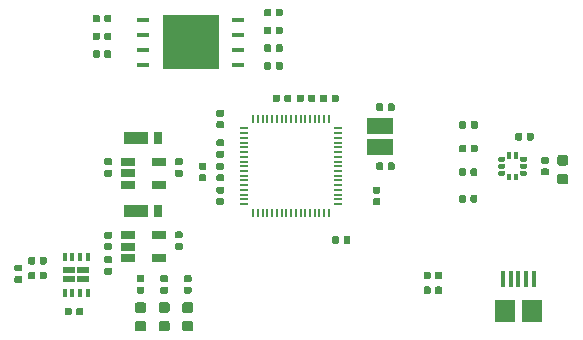
<source format=gtp>
G04 #@! TF.GenerationSoftware,KiCad,Pcbnew,(5.0.2)-1*
G04 #@! TF.CreationDate,2019-10-12T14:48:09+09:00*
G04 #@! TF.ProjectId,Barometer,4261726f-6d65-4746-9572-2e6b69636164,rev?*
G04 #@! TF.SameCoordinates,Original*
G04 #@! TF.FileFunction,Paste,Top*
G04 #@! TF.FilePolarity,Positive*
%FSLAX46Y46*%
G04 Gerber Fmt 4.6, Leading zero omitted, Abs format (unit mm)*
G04 Created by KiCad (PCBNEW (5.0.2)-1) date 2019/10/12 14:48:09*
%MOMM*%
%LPD*%
G01*
G04 APERTURE LIST*
%ADD10C,0.100000*%
%ADD11C,0.590000*%
%ADD12C,0.400000*%
%ADD13C,0.875000*%
%ADD14R,2.000000X1.100000*%
%ADD15R,0.800000X1.100000*%
%ADD16R,0.400000X1.350000*%
%ADD17R,1.800000X1.900000*%
%ADD18O,0.200000X0.800000*%
%ADD19O,0.800000X0.200000*%
%ADD20R,0.350000X0.650000*%
%ADD21R,1.000000X0.600000*%
%ADD22R,1.220000X0.650000*%
%ADD23R,2.200000X1.350000*%
%ADD24R,1.000000X0.400000*%
%ADD25R,4.700000X4.600000*%
G04 APERTURE END LIST*
D10*
G04 #@! TO.C,R16*
G36*
X163176958Y-92430710D02*
X163191276Y-92432834D01*
X163205317Y-92436351D01*
X163218946Y-92441228D01*
X163232031Y-92447417D01*
X163244447Y-92454858D01*
X163256073Y-92463481D01*
X163266798Y-92473202D01*
X163276519Y-92483927D01*
X163285142Y-92495553D01*
X163292583Y-92507969D01*
X163298772Y-92521054D01*
X163303649Y-92534683D01*
X163307166Y-92548724D01*
X163309290Y-92563042D01*
X163310000Y-92577500D01*
X163310000Y-92922500D01*
X163309290Y-92936958D01*
X163307166Y-92951276D01*
X163303649Y-92965317D01*
X163298772Y-92978946D01*
X163292583Y-92992031D01*
X163285142Y-93004447D01*
X163276519Y-93016073D01*
X163266798Y-93026798D01*
X163256073Y-93036519D01*
X163244447Y-93045142D01*
X163232031Y-93052583D01*
X163218946Y-93058772D01*
X163205317Y-93063649D01*
X163191276Y-93067166D01*
X163176958Y-93069290D01*
X163162500Y-93070000D01*
X162867500Y-93070000D01*
X162853042Y-93069290D01*
X162838724Y-93067166D01*
X162824683Y-93063649D01*
X162811054Y-93058772D01*
X162797969Y-93052583D01*
X162785553Y-93045142D01*
X162773927Y-93036519D01*
X162763202Y-93026798D01*
X162753481Y-93016073D01*
X162744858Y-93004447D01*
X162737417Y-92992031D01*
X162731228Y-92978946D01*
X162726351Y-92965317D01*
X162722834Y-92951276D01*
X162720710Y-92936958D01*
X162720000Y-92922500D01*
X162720000Y-92577500D01*
X162720710Y-92563042D01*
X162722834Y-92548724D01*
X162726351Y-92534683D01*
X162731228Y-92521054D01*
X162737417Y-92507969D01*
X162744858Y-92495553D01*
X162753481Y-92483927D01*
X162763202Y-92473202D01*
X162773927Y-92463481D01*
X162785553Y-92454858D01*
X162797969Y-92447417D01*
X162811054Y-92441228D01*
X162824683Y-92436351D01*
X162838724Y-92432834D01*
X162853042Y-92430710D01*
X162867500Y-92430000D01*
X163162500Y-92430000D01*
X163176958Y-92430710D01*
X163176958Y-92430710D01*
G37*
D11*
X163015000Y-92750000D03*
D10*
G36*
X164146958Y-92430710D02*
X164161276Y-92432834D01*
X164175317Y-92436351D01*
X164188946Y-92441228D01*
X164202031Y-92447417D01*
X164214447Y-92454858D01*
X164226073Y-92463481D01*
X164236798Y-92473202D01*
X164246519Y-92483927D01*
X164255142Y-92495553D01*
X164262583Y-92507969D01*
X164268772Y-92521054D01*
X164273649Y-92534683D01*
X164277166Y-92548724D01*
X164279290Y-92563042D01*
X164280000Y-92577500D01*
X164280000Y-92922500D01*
X164279290Y-92936958D01*
X164277166Y-92951276D01*
X164273649Y-92965317D01*
X164268772Y-92978946D01*
X164262583Y-92992031D01*
X164255142Y-93004447D01*
X164246519Y-93016073D01*
X164236798Y-93026798D01*
X164226073Y-93036519D01*
X164214447Y-93045142D01*
X164202031Y-93052583D01*
X164188946Y-93058772D01*
X164175317Y-93063649D01*
X164161276Y-93067166D01*
X164146958Y-93069290D01*
X164132500Y-93070000D01*
X163837500Y-93070000D01*
X163823042Y-93069290D01*
X163808724Y-93067166D01*
X163794683Y-93063649D01*
X163781054Y-93058772D01*
X163767969Y-93052583D01*
X163755553Y-93045142D01*
X163743927Y-93036519D01*
X163733202Y-93026798D01*
X163723481Y-93016073D01*
X163714858Y-93004447D01*
X163707417Y-92992031D01*
X163701228Y-92978946D01*
X163696351Y-92965317D01*
X163692834Y-92951276D01*
X163690710Y-92936958D01*
X163690000Y-92922500D01*
X163690000Y-92577500D01*
X163690710Y-92563042D01*
X163692834Y-92548724D01*
X163696351Y-92534683D01*
X163701228Y-92521054D01*
X163707417Y-92507969D01*
X163714858Y-92495553D01*
X163723481Y-92483927D01*
X163733202Y-92473202D01*
X163743927Y-92463481D01*
X163755553Y-92454858D01*
X163767969Y-92447417D01*
X163781054Y-92441228D01*
X163794683Y-92436351D01*
X163808724Y-92432834D01*
X163823042Y-92430710D01*
X163837500Y-92430000D01*
X164132500Y-92430000D01*
X164146958Y-92430710D01*
X164146958Y-92430710D01*
G37*
D11*
X163985000Y-92750000D03*
G04 #@! TD*
D10*
G04 #@! TO.C,U4*
G36*
X167659802Y-88800482D02*
X167669509Y-88801921D01*
X167679028Y-88804306D01*
X167688268Y-88807612D01*
X167697140Y-88811808D01*
X167705557Y-88816853D01*
X167713439Y-88822699D01*
X167720711Y-88829289D01*
X167727301Y-88836561D01*
X167733147Y-88844443D01*
X167738192Y-88852860D01*
X167742388Y-88861732D01*
X167745694Y-88870972D01*
X167748079Y-88880491D01*
X167749518Y-88890198D01*
X167750000Y-88900000D01*
X167750000Y-89250000D01*
X167749518Y-89259802D01*
X167748079Y-89269509D01*
X167745694Y-89279028D01*
X167742388Y-89288268D01*
X167738192Y-89297140D01*
X167733147Y-89305557D01*
X167727301Y-89313439D01*
X167720711Y-89320711D01*
X167713439Y-89327301D01*
X167705557Y-89333147D01*
X167697140Y-89338192D01*
X167688268Y-89342388D01*
X167679028Y-89345694D01*
X167669509Y-89348079D01*
X167659802Y-89349518D01*
X167650000Y-89350000D01*
X167450000Y-89350000D01*
X167440198Y-89349518D01*
X167430491Y-89348079D01*
X167420972Y-89345694D01*
X167411732Y-89342388D01*
X167402860Y-89338192D01*
X167394443Y-89333147D01*
X167386561Y-89327301D01*
X167379289Y-89320711D01*
X167372699Y-89313439D01*
X167366853Y-89305557D01*
X167361808Y-89297140D01*
X167357612Y-89288268D01*
X167354306Y-89279028D01*
X167351921Y-89269509D01*
X167350482Y-89259802D01*
X167350000Y-89250000D01*
X167350000Y-88900000D01*
X167350482Y-88890198D01*
X167351921Y-88880491D01*
X167354306Y-88870972D01*
X167357612Y-88861732D01*
X167361808Y-88852860D01*
X167366853Y-88844443D01*
X167372699Y-88836561D01*
X167379289Y-88829289D01*
X167386561Y-88822699D01*
X167394443Y-88816853D01*
X167402860Y-88811808D01*
X167411732Y-88807612D01*
X167420972Y-88804306D01*
X167430491Y-88801921D01*
X167440198Y-88800482D01*
X167450000Y-88800000D01*
X167650000Y-88800000D01*
X167659802Y-88800482D01*
X167659802Y-88800482D01*
G37*
D12*
X167550000Y-89075000D03*
D10*
G36*
X167059802Y-88800482D02*
X167069509Y-88801921D01*
X167079028Y-88804306D01*
X167088268Y-88807612D01*
X167097140Y-88811808D01*
X167105557Y-88816853D01*
X167113439Y-88822699D01*
X167120711Y-88829289D01*
X167127301Y-88836561D01*
X167133147Y-88844443D01*
X167138192Y-88852860D01*
X167142388Y-88861732D01*
X167145694Y-88870972D01*
X167148079Y-88880491D01*
X167149518Y-88890198D01*
X167150000Y-88900000D01*
X167150000Y-89250000D01*
X167149518Y-89259802D01*
X167148079Y-89269509D01*
X167145694Y-89279028D01*
X167142388Y-89288268D01*
X167138192Y-89297140D01*
X167133147Y-89305557D01*
X167127301Y-89313439D01*
X167120711Y-89320711D01*
X167113439Y-89327301D01*
X167105557Y-89333147D01*
X167097140Y-89338192D01*
X167088268Y-89342388D01*
X167079028Y-89345694D01*
X167069509Y-89348079D01*
X167059802Y-89349518D01*
X167050000Y-89350000D01*
X166850000Y-89350000D01*
X166840198Y-89349518D01*
X166830491Y-89348079D01*
X166820972Y-89345694D01*
X166811732Y-89342388D01*
X166802860Y-89338192D01*
X166794443Y-89333147D01*
X166786561Y-89327301D01*
X166779289Y-89320711D01*
X166772699Y-89313439D01*
X166766853Y-89305557D01*
X166761808Y-89297140D01*
X166757612Y-89288268D01*
X166754306Y-89279028D01*
X166751921Y-89269509D01*
X166750482Y-89259802D01*
X166750000Y-89250000D01*
X166750000Y-88900000D01*
X166750482Y-88890198D01*
X166751921Y-88880491D01*
X166754306Y-88870972D01*
X166757612Y-88861732D01*
X166761808Y-88852860D01*
X166766853Y-88844443D01*
X166772699Y-88836561D01*
X166779289Y-88829289D01*
X166786561Y-88822699D01*
X166794443Y-88816853D01*
X166802860Y-88811808D01*
X166811732Y-88807612D01*
X166820972Y-88804306D01*
X166830491Y-88801921D01*
X166840198Y-88800482D01*
X166850000Y-88800000D01*
X167050000Y-88800000D01*
X167059802Y-88800482D01*
X167059802Y-88800482D01*
G37*
D12*
X166950000Y-89075000D03*
D10*
G36*
X166509802Y-89200482D02*
X166519509Y-89201921D01*
X166529028Y-89204306D01*
X166538268Y-89207612D01*
X166547140Y-89211808D01*
X166555557Y-89216853D01*
X166563439Y-89222699D01*
X166570711Y-89229289D01*
X166577301Y-89236561D01*
X166583147Y-89244443D01*
X166588192Y-89252860D01*
X166592388Y-89261732D01*
X166595694Y-89270972D01*
X166598079Y-89280491D01*
X166599518Y-89290198D01*
X166600000Y-89300000D01*
X166600000Y-89500000D01*
X166599518Y-89509802D01*
X166598079Y-89519509D01*
X166595694Y-89529028D01*
X166592388Y-89538268D01*
X166588192Y-89547140D01*
X166583147Y-89555557D01*
X166577301Y-89563439D01*
X166570711Y-89570711D01*
X166563439Y-89577301D01*
X166555557Y-89583147D01*
X166547140Y-89588192D01*
X166538268Y-89592388D01*
X166529028Y-89595694D01*
X166519509Y-89598079D01*
X166509802Y-89599518D01*
X166500000Y-89600000D01*
X166150000Y-89600000D01*
X166140198Y-89599518D01*
X166130491Y-89598079D01*
X166120972Y-89595694D01*
X166111732Y-89592388D01*
X166102860Y-89588192D01*
X166094443Y-89583147D01*
X166086561Y-89577301D01*
X166079289Y-89570711D01*
X166072699Y-89563439D01*
X166066853Y-89555557D01*
X166061808Y-89547140D01*
X166057612Y-89538268D01*
X166054306Y-89529028D01*
X166051921Y-89519509D01*
X166050482Y-89509802D01*
X166050000Y-89500000D01*
X166050000Y-89300000D01*
X166050482Y-89290198D01*
X166051921Y-89280491D01*
X166054306Y-89270972D01*
X166057612Y-89261732D01*
X166061808Y-89252860D01*
X166066853Y-89244443D01*
X166072699Y-89236561D01*
X166079289Y-89229289D01*
X166086561Y-89222699D01*
X166094443Y-89216853D01*
X166102860Y-89211808D01*
X166111732Y-89207612D01*
X166120972Y-89204306D01*
X166130491Y-89201921D01*
X166140198Y-89200482D01*
X166150000Y-89200000D01*
X166500000Y-89200000D01*
X166509802Y-89200482D01*
X166509802Y-89200482D01*
G37*
D12*
X166325000Y-89400000D03*
D10*
G36*
X166509802Y-89800482D02*
X166519509Y-89801921D01*
X166529028Y-89804306D01*
X166538268Y-89807612D01*
X166547140Y-89811808D01*
X166555557Y-89816853D01*
X166563439Y-89822699D01*
X166570711Y-89829289D01*
X166577301Y-89836561D01*
X166583147Y-89844443D01*
X166588192Y-89852860D01*
X166592388Y-89861732D01*
X166595694Y-89870972D01*
X166598079Y-89880491D01*
X166599518Y-89890198D01*
X166600000Y-89900000D01*
X166600000Y-90100000D01*
X166599518Y-90109802D01*
X166598079Y-90119509D01*
X166595694Y-90129028D01*
X166592388Y-90138268D01*
X166588192Y-90147140D01*
X166583147Y-90155557D01*
X166577301Y-90163439D01*
X166570711Y-90170711D01*
X166563439Y-90177301D01*
X166555557Y-90183147D01*
X166547140Y-90188192D01*
X166538268Y-90192388D01*
X166529028Y-90195694D01*
X166519509Y-90198079D01*
X166509802Y-90199518D01*
X166500000Y-90200000D01*
X166150000Y-90200000D01*
X166140198Y-90199518D01*
X166130491Y-90198079D01*
X166120972Y-90195694D01*
X166111732Y-90192388D01*
X166102860Y-90188192D01*
X166094443Y-90183147D01*
X166086561Y-90177301D01*
X166079289Y-90170711D01*
X166072699Y-90163439D01*
X166066853Y-90155557D01*
X166061808Y-90147140D01*
X166057612Y-90138268D01*
X166054306Y-90129028D01*
X166051921Y-90119509D01*
X166050482Y-90109802D01*
X166050000Y-90100000D01*
X166050000Y-89900000D01*
X166050482Y-89890198D01*
X166051921Y-89880491D01*
X166054306Y-89870972D01*
X166057612Y-89861732D01*
X166061808Y-89852860D01*
X166066853Y-89844443D01*
X166072699Y-89836561D01*
X166079289Y-89829289D01*
X166086561Y-89822699D01*
X166094443Y-89816853D01*
X166102860Y-89811808D01*
X166111732Y-89807612D01*
X166120972Y-89804306D01*
X166130491Y-89801921D01*
X166140198Y-89800482D01*
X166150000Y-89800000D01*
X166500000Y-89800000D01*
X166509802Y-89800482D01*
X166509802Y-89800482D01*
G37*
D12*
X166325000Y-90000000D03*
D10*
G36*
X166509802Y-90400482D02*
X166519509Y-90401921D01*
X166529028Y-90404306D01*
X166538268Y-90407612D01*
X166547140Y-90411808D01*
X166555557Y-90416853D01*
X166563439Y-90422699D01*
X166570711Y-90429289D01*
X166577301Y-90436561D01*
X166583147Y-90444443D01*
X166588192Y-90452860D01*
X166592388Y-90461732D01*
X166595694Y-90470972D01*
X166598079Y-90480491D01*
X166599518Y-90490198D01*
X166600000Y-90500000D01*
X166600000Y-90700000D01*
X166599518Y-90709802D01*
X166598079Y-90719509D01*
X166595694Y-90729028D01*
X166592388Y-90738268D01*
X166588192Y-90747140D01*
X166583147Y-90755557D01*
X166577301Y-90763439D01*
X166570711Y-90770711D01*
X166563439Y-90777301D01*
X166555557Y-90783147D01*
X166547140Y-90788192D01*
X166538268Y-90792388D01*
X166529028Y-90795694D01*
X166519509Y-90798079D01*
X166509802Y-90799518D01*
X166500000Y-90800000D01*
X166150000Y-90800000D01*
X166140198Y-90799518D01*
X166130491Y-90798079D01*
X166120972Y-90795694D01*
X166111732Y-90792388D01*
X166102860Y-90788192D01*
X166094443Y-90783147D01*
X166086561Y-90777301D01*
X166079289Y-90770711D01*
X166072699Y-90763439D01*
X166066853Y-90755557D01*
X166061808Y-90747140D01*
X166057612Y-90738268D01*
X166054306Y-90729028D01*
X166051921Y-90719509D01*
X166050482Y-90709802D01*
X166050000Y-90700000D01*
X166050000Y-90500000D01*
X166050482Y-90490198D01*
X166051921Y-90480491D01*
X166054306Y-90470972D01*
X166057612Y-90461732D01*
X166061808Y-90452860D01*
X166066853Y-90444443D01*
X166072699Y-90436561D01*
X166079289Y-90429289D01*
X166086561Y-90422699D01*
X166094443Y-90416853D01*
X166102860Y-90411808D01*
X166111732Y-90407612D01*
X166120972Y-90404306D01*
X166130491Y-90401921D01*
X166140198Y-90400482D01*
X166150000Y-90400000D01*
X166500000Y-90400000D01*
X166509802Y-90400482D01*
X166509802Y-90400482D01*
G37*
D12*
X166325000Y-90600000D03*
D10*
G36*
X167059802Y-90650482D02*
X167069509Y-90651921D01*
X167079028Y-90654306D01*
X167088268Y-90657612D01*
X167097140Y-90661808D01*
X167105557Y-90666853D01*
X167113439Y-90672699D01*
X167120711Y-90679289D01*
X167127301Y-90686561D01*
X167133147Y-90694443D01*
X167138192Y-90702860D01*
X167142388Y-90711732D01*
X167145694Y-90720972D01*
X167148079Y-90730491D01*
X167149518Y-90740198D01*
X167150000Y-90750000D01*
X167150000Y-91100000D01*
X167149518Y-91109802D01*
X167148079Y-91119509D01*
X167145694Y-91129028D01*
X167142388Y-91138268D01*
X167138192Y-91147140D01*
X167133147Y-91155557D01*
X167127301Y-91163439D01*
X167120711Y-91170711D01*
X167113439Y-91177301D01*
X167105557Y-91183147D01*
X167097140Y-91188192D01*
X167088268Y-91192388D01*
X167079028Y-91195694D01*
X167069509Y-91198079D01*
X167059802Y-91199518D01*
X167050000Y-91200000D01*
X166850000Y-91200000D01*
X166840198Y-91199518D01*
X166830491Y-91198079D01*
X166820972Y-91195694D01*
X166811732Y-91192388D01*
X166802860Y-91188192D01*
X166794443Y-91183147D01*
X166786561Y-91177301D01*
X166779289Y-91170711D01*
X166772699Y-91163439D01*
X166766853Y-91155557D01*
X166761808Y-91147140D01*
X166757612Y-91138268D01*
X166754306Y-91129028D01*
X166751921Y-91119509D01*
X166750482Y-91109802D01*
X166750000Y-91100000D01*
X166750000Y-90750000D01*
X166750482Y-90740198D01*
X166751921Y-90730491D01*
X166754306Y-90720972D01*
X166757612Y-90711732D01*
X166761808Y-90702860D01*
X166766853Y-90694443D01*
X166772699Y-90686561D01*
X166779289Y-90679289D01*
X166786561Y-90672699D01*
X166794443Y-90666853D01*
X166802860Y-90661808D01*
X166811732Y-90657612D01*
X166820972Y-90654306D01*
X166830491Y-90651921D01*
X166840198Y-90650482D01*
X166850000Y-90650000D01*
X167050000Y-90650000D01*
X167059802Y-90650482D01*
X167059802Y-90650482D01*
G37*
D12*
X166950000Y-90925000D03*
D10*
G36*
X167659802Y-90650482D02*
X167669509Y-90651921D01*
X167679028Y-90654306D01*
X167688268Y-90657612D01*
X167697140Y-90661808D01*
X167705557Y-90666853D01*
X167713439Y-90672699D01*
X167720711Y-90679289D01*
X167727301Y-90686561D01*
X167733147Y-90694443D01*
X167738192Y-90702860D01*
X167742388Y-90711732D01*
X167745694Y-90720972D01*
X167748079Y-90730491D01*
X167749518Y-90740198D01*
X167750000Y-90750000D01*
X167750000Y-91100000D01*
X167749518Y-91109802D01*
X167748079Y-91119509D01*
X167745694Y-91129028D01*
X167742388Y-91138268D01*
X167738192Y-91147140D01*
X167733147Y-91155557D01*
X167727301Y-91163439D01*
X167720711Y-91170711D01*
X167713439Y-91177301D01*
X167705557Y-91183147D01*
X167697140Y-91188192D01*
X167688268Y-91192388D01*
X167679028Y-91195694D01*
X167669509Y-91198079D01*
X167659802Y-91199518D01*
X167650000Y-91200000D01*
X167450000Y-91200000D01*
X167440198Y-91199518D01*
X167430491Y-91198079D01*
X167420972Y-91195694D01*
X167411732Y-91192388D01*
X167402860Y-91188192D01*
X167394443Y-91183147D01*
X167386561Y-91177301D01*
X167379289Y-91170711D01*
X167372699Y-91163439D01*
X167366853Y-91155557D01*
X167361808Y-91147140D01*
X167357612Y-91138268D01*
X167354306Y-91129028D01*
X167351921Y-91119509D01*
X167350482Y-91109802D01*
X167350000Y-91100000D01*
X167350000Y-90750000D01*
X167350482Y-90740198D01*
X167351921Y-90730491D01*
X167354306Y-90720972D01*
X167357612Y-90711732D01*
X167361808Y-90702860D01*
X167366853Y-90694443D01*
X167372699Y-90686561D01*
X167379289Y-90679289D01*
X167386561Y-90672699D01*
X167394443Y-90666853D01*
X167402860Y-90661808D01*
X167411732Y-90657612D01*
X167420972Y-90654306D01*
X167430491Y-90651921D01*
X167440198Y-90650482D01*
X167450000Y-90650000D01*
X167650000Y-90650000D01*
X167659802Y-90650482D01*
X167659802Y-90650482D01*
G37*
D12*
X167550000Y-90925000D03*
D10*
G36*
X168359802Y-90400482D02*
X168369509Y-90401921D01*
X168379028Y-90404306D01*
X168388268Y-90407612D01*
X168397140Y-90411808D01*
X168405557Y-90416853D01*
X168413439Y-90422699D01*
X168420711Y-90429289D01*
X168427301Y-90436561D01*
X168433147Y-90444443D01*
X168438192Y-90452860D01*
X168442388Y-90461732D01*
X168445694Y-90470972D01*
X168448079Y-90480491D01*
X168449518Y-90490198D01*
X168450000Y-90500000D01*
X168450000Y-90700000D01*
X168449518Y-90709802D01*
X168448079Y-90719509D01*
X168445694Y-90729028D01*
X168442388Y-90738268D01*
X168438192Y-90747140D01*
X168433147Y-90755557D01*
X168427301Y-90763439D01*
X168420711Y-90770711D01*
X168413439Y-90777301D01*
X168405557Y-90783147D01*
X168397140Y-90788192D01*
X168388268Y-90792388D01*
X168379028Y-90795694D01*
X168369509Y-90798079D01*
X168359802Y-90799518D01*
X168350000Y-90800000D01*
X168000000Y-90800000D01*
X167990198Y-90799518D01*
X167980491Y-90798079D01*
X167970972Y-90795694D01*
X167961732Y-90792388D01*
X167952860Y-90788192D01*
X167944443Y-90783147D01*
X167936561Y-90777301D01*
X167929289Y-90770711D01*
X167922699Y-90763439D01*
X167916853Y-90755557D01*
X167911808Y-90747140D01*
X167907612Y-90738268D01*
X167904306Y-90729028D01*
X167901921Y-90719509D01*
X167900482Y-90709802D01*
X167900000Y-90700000D01*
X167900000Y-90500000D01*
X167900482Y-90490198D01*
X167901921Y-90480491D01*
X167904306Y-90470972D01*
X167907612Y-90461732D01*
X167911808Y-90452860D01*
X167916853Y-90444443D01*
X167922699Y-90436561D01*
X167929289Y-90429289D01*
X167936561Y-90422699D01*
X167944443Y-90416853D01*
X167952860Y-90411808D01*
X167961732Y-90407612D01*
X167970972Y-90404306D01*
X167980491Y-90401921D01*
X167990198Y-90400482D01*
X168000000Y-90400000D01*
X168350000Y-90400000D01*
X168359802Y-90400482D01*
X168359802Y-90400482D01*
G37*
D12*
X168175000Y-90600000D03*
D10*
G36*
X168359802Y-89800482D02*
X168369509Y-89801921D01*
X168379028Y-89804306D01*
X168388268Y-89807612D01*
X168397140Y-89811808D01*
X168405557Y-89816853D01*
X168413439Y-89822699D01*
X168420711Y-89829289D01*
X168427301Y-89836561D01*
X168433147Y-89844443D01*
X168438192Y-89852860D01*
X168442388Y-89861732D01*
X168445694Y-89870972D01*
X168448079Y-89880491D01*
X168449518Y-89890198D01*
X168450000Y-89900000D01*
X168450000Y-90100000D01*
X168449518Y-90109802D01*
X168448079Y-90119509D01*
X168445694Y-90129028D01*
X168442388Y-90138268D01*
X168438192Y-90147140D01*
X168433147Y-90155557D01*
X168427301Y-90163439D01*
X168420711Y-90170711D01*
X168413439Y-90177301D01*
X168405557Y-90183147D01*
X168397140Y-90188192D01*
X168388268Y-90192388D01*
X168379028Y-90195694D01*
X168369509Y-90198079D01*
X168359802Y-90199518D01*
X168350000Y-90200000D01*
X168000000Y-90200000D01*
X167990198Y-90199518D01*
X167980491Y-90198079D01*
X167970972Y-90195694D01*
X167961732Y-90192388D01*
X167952860Y-90188192D01*
X167944443Y-90183147D01*
X167936561Y-90177301D01*
X167929289Y-90170711D01*
X167922699Y-90163439D01*
X167916853Y-90155557D01*
X167911808Y-90147140D01*
X167907612Y-90138268D01*
X167904306Y-90129028D01*
X167901921Y-90119509D01*
X167900482Y-90109802D01*
X167900000Y-90100000D01*
X167900000Y-89900000D01*
X167900482Y-89890198D01*
X167901921Y-89880491D01*
X167904306Y-89870972D01*
X167907612Y-89861732D01*
X167911808Y-89852860D01*
X167916853Y-89844443D01*
X167922699Y-89836561D01*
X167929289Y-89829289D01*
X167936561Y-89822699D01*
X167944443Y-89816853D01*
X167952860Y-89811808D01*
X167961732Y-89807612D01*
X167970972Y-89804306D01*
X167980491Y-89801921D01*
X167990198Y-89800482D01*
X168000000Y-89800000D01*
X168350000Y-89800000D01*
X168359802Y-89800482D01*
X168359802Y-89800482D01*
G37*
D12*
X168175000Y-90000000D03*
D10*
G36*
X168359802Y-89200482D02*
X168369509Y-89201921D01*
X168379028Y-89204306D01*
X168388268Y-89207612D01*
X168397140Y-89211808D01*
X168405557Y-89216853D01*
X168413439Y-89222699D01*
X168420711Y-89229289D01*
X168427301Y-89236561D01*
X168433147Y-89244443D01*
X168438192Y-89252860D01*
X168442388Y-89261732D01*
X168445694Y-89270972D01*
X168448079Y-89280491D01*
X168449518Y-89290198D01*
X168450000Y-89300000D01*
X168450000Y-89500000D01*
X168449518Y-89509802D01*
X168448079Y-89519509D01*
X168445694Y-89529028D01*
X168442388Y-89538268D01*
X168438192Y-89547140D01*
X168433147Y-89555557D01*
X168427301Y-89563439D01*
X168420711Y-89570711D01*
X168413439Y-89577301D01*
X168405557Y-89583147D01*
X168397140Y-89588192D01*
X168388268Y-89592388D01*
X168379028Y-89595694D01*
X168369509Y-89598079D01*
X168359802Y-89599518D01*
X168350000Y-89600000D01*
X168000000Y-89600000D01*
X167990198Y-89599518D01*
X167980491Y-89598079D01*
X167970972Y-89595694D01*
X167961732Y-89592388D01*
X167952860Y-89588192D01*
X167944443Y-89583147D01*
X167936561Y-89577301D01*
X167929289Y-89570711D01*
X167922699Y-89563439D01*
X167916853Y-89555557D01*
X167911808Y-89547140D01*
X167907612Y-89538268D01*
X167904306Y-89529028D01*
X167901921Y-89519509D01*
X167900482Y-89509802D01*
X167900000Y-89500000D01*
X167900000Y-89300000D01*
X167900482Y-89290198D01*
X167901921Y-89280491D01*
X167904306Y-89270972D01*
X167907612Y-89261732D01*
X167911808Y-89252860D01*
X167916853Y-89244443D01*
X167922699Y-89236561D01*
X167929289Y-89229289D01*
X167936561Y-89222699D01*
X167944443Y-89216853D01*
X167952860Y-89211808D01*
X167961732Y-89207612D01*
X167970972Y-89204306D01*
X167980491Y-89201921D01*
X167990198Y-89200482D01*
X168000000Y-89200000D01*
X168350000Y-89200000D01*
X168359802Y-89200482D01*
X168359802Y-89200482D01*
G37*
D12*
X168175000Y-89400000D03*
G04 #@! TD*
D10*
G04 #@! TO.C,C30*
G36*
X167926958Y-87180710D02*
X167941276Y-87182834D01*
X167955317Y-87186351D01*
X167968946Y-87191228D01*
X167982031Y-87197417D01*
X167994447Y-87204858D01*
X168006073Y-87213481D01*
X168016798Y-87223202D01*
X168026519Y-87233927D01*
X168035142Y-87245553D01*
X168042583Y-87257969D01*
X168048772Y-87271054D01*
X168053649Y-87284683D01*
X168057166Y-87298724D01*
X168059290Y-87313042D01*
X168060000Y-87327500D01*
X168060000Y-87672500D01*
X168059290Y-87686958D01*
X168057166Y-87701276D01*
X168053649Y-87715317D01*
X168048772Y-87728946D01*
X168042583Y-87742031D01*
X168035142Y-87754447D01*
X168026519Y-87766073D01*
X168016798Y-87776798D01*
X168006073Y-87786519D01*
X167994447Y-87795142D01*
X167982031Y-87802583D01*
X167968946Y-87808772D01*
X167955317Y-87813649D01*
X167941276Y-87817166D01*
X167926958Y-87819290D01*
X167912500Y-87820000D01*
X167617500Y-87820000D01*
X167603042Y-87819290D01*
X167588724Y-87817166D01*
X167574683Y-87813649D01*
X167561054Y-87808772D01*
X167547969Y-87802583D01*
X167535553Y-87795142D01*
X167523927Y-87786519D01*
X167513202Y-87776798D01*
X167503481Y-87766073D01*
X167494858Y-87754447D01*
X167487417Y-87742031D01*
X167481228Y-87728946D01*
X167476351Y-87715317D01*
X167472834Y-87701276D01*
X167470710Y-87686958D01*
X167470000Y-87672500D01*
X167470000Y-87327500D01*
X167470710Y-87313042D01*
X167472834Y-87298724D01*
X167476351Y-87284683D01*
X167481228Y-87271054D01*
X167487417Y-87257969D01*
X167494858Y-87245553D01*
X167503481Y-87233927D01*
X167513202Y-87223202D01*
X167523927Y-87213481D01*
X167535553Y-87204858D01*
X167547969Y-87197417D01*
X167561054Y-87191228D01*
X167574683Y-87186351D01*
X167588724Y-87182834D01*
X167603042Y-87180710D01*
X167617500Y-87180000D01*
X167912500Y-87180000D01*
X167926958Y-87180710D01*
X167926958Y-87180710D01*
G37*
D11*
X167765000Y-87500000D03*
D10*
G36*
X168896958Y-87180710D02*
X168911276Y-87182834D01*
X168925317Y-87186351D01*
X168938946Y-87191228D01*
X168952031Y-87197417D01*
X168964447Y-87204858D01*
X168976073Y-87213481D01*
X168986798Y-87223202D01*
X168996519Y-87233927D01*
X169005142Y-87245553D01*
X169012583Y-87257969D01*
X169018772Y-87271054D01*
X169023649Y-87284683D01*
X169027166Y-87298724D01*
X169029290Y-87313042D01*
X169030000Y-87327500D01*
X169030000Y-87672500D01*
X169029290Y-87686958D01*
X169027166Y-87701276D01*
X169023649Y-87715317D01*
X169018772Y-87728946D01*
X169012583Y-87742031D01*
X169005142Y-87754447D01*
X168996519Y-87766073D01*
X168986798Y-87776798D01*
X168976073Y-87786519D01*
X168964447Y-87795142D01*
X168952031Y-87802583D01*
X168938946Y-87808772D01*
X168925317Y-87813649D01*
X168911276Y-87817166D01*
X168896958Y-87819290D01*
X168882500Y-87820000D01*
X168587500Y-87820000D01*
X168573042Y-87819290D01*
X168558724Y-87817166D01*
X168544683Y-87813649D01*
X168531054Y-87808772D01*
X168517969Y-87802583D01*
X168505553Y-87795142D01*
X168493927Y-87786519D01*
X168483202Y-87776798D01*
X168473481Y-87766073D01*
X168464858Y-87754447D01*
X168457417Y-87742031D01*
X168451228Y-87728946D01*
X168446351Y-87715317D01*
X168442834Y-87701276D01*
X168440710Y-87686958D01*
X168440000Y-87672500D01*
X168440000Y-87327500D01*
X168440710Y-87313042D01*
X168442834Y-87298724D01*
X168446351Y-87284683D01*
X168451228Y-87271054D01*
X168457417Y-87257969D01*
X168464858Y-87245553D01*
X168473481Y-87233927D01*
X168483202Y-87223202D01*
X168493927Y-87213481D01*
X168505553Y-87204858D01*
X168517969Y-87197417D01*
X168531054Y-87191228D01*
X168544683Y-87186351D01*
X168558724Y-87182834D01*
X168573042Y-87180710D01*
X168587500Y-87180000D01*
X168882500Y-87180000D01*
X168896958Y-87180710D01*
X168896958Y-87180710D01*
G37*
D11*
X168735000Y-87500000D03*
G04 #@! TD*
D10*
G04 #@! TO.C,R10*
G36*
X146676958Y-79680710D02*
X146691276Y-79682834D01*
X146705317Y-79686351D01*
X146718946Y-79691228D01*
X146732031Y-79697417D01*
X146744447Y-79704858D01*
X146756073Y-79713481D01*
X146766798Y-79723202D01*
X146776519Y-79733927D01*
X146785142Y-79745553D01*
X146792583Y-79757969D01*
X146798772Y-79771054D01*
X146803649Y-79784683D01*
X146807166Y-79798724D01*
X146809290Y-79813042D01*
X146810000Y-79827500D01*
X146810000Y-80172500D01*
X146809290Y-80186958D01*
X146807166Y-80201276D01*
X146803649Y-80215317D01*
X146798772Y-80228946D01*
X146792583Y-80242031D01*
X146785142Y-80254447D01*
X146776519Y-80266073D01*
X146766798Y-80276798D01*
X146756073Y-80286519D01*
X146744447Y-80295142D01*
X146732031Y-80302583D01*
X146718946Y-80308772D01*
X146705317Y-80313649D01*
X146691276Y-80317166D01*
X146676958Y-80319290D01*
X146662500Y-80320000D01*
X146367500Y-80320000D01*
X146353042Y-80319290D01*
X146338724Y-80317166D01*
X146324683Y-80313649D01*
X146311054Y-80308772D01*
X146297969Y-80302583D01*
X146285553Y-80295142D01*
X146273927Y-80286519D01*
X146263202Y-80276798D01*
X146253481Y-80266073D01*
X146244858Y-80254447D01*
X146237417Y-80242031D01*
X146231228Y-80228946D01*
X146226351Y-80215317D01*
X146222834Y-80201276D01*
X146220710Y-80186958D01*
X146220000Y-80172500D01*
X146220000Y-79827500D01*
X146220710Y-79813042D01*
X146222834Y-79798724D01*
X146226351Y-79784683D01*
X146231228Y-79771054D01*
X146237417Y-79757969D01*
X146244858Y-79745553D01*
X146253481Y-79733927D01*
X146263202Y-79723202D01*
X146273927Y-79713481D01*
X146285553Y-79704858D01*
X146297969Y-79697417D01*
X146311054Y-79691228D01*
X146324683Y-79686351D01*
X146338724Y-79682834D01*
X146353042Y-79680710D01*
X146367500Y-79680000D01*
X146662500Y-79680000D01*
X146676958Y-79680710D01*
X146676958Y-79680710D01*
G37*
D11*
X146515000Y-80000000D03*
D10*
G36*
X147646958Y-79680710D02*
X147661276Y-79682834D01*
X147675317Y-79686351D01*
X147688946Y-79691228D01*
X147702031Y-79697417D01*
X147714447Y-79704858D01*
X147726073Y-79713481D01*
X147736798Y-79723202D01*
X147746519Y-79733927D01*
X147755142Y-79745553D01*
X147762583Y-79757969D01*
X147768772Y-79771054D01*
X147773649Y-79784683D01*
X147777166Y-79798724D01*
X147779290Y-79813042D01*
X147780000Y-79827500D01*
X147780000Y-80172500D01*
X147779290Y-80186958D01*
X147777166Y-80201276D01*
X147773649Y-80215317D01*
X147768772Y-80228946D01*
X147762583Y-80242031D01*
X147755142Y-80254447D01*
X147746519Y-80266073D01*
X147736798Y-80276798D01*
X147726073Y-80286519D01*
X147714447Y-80295142D01*
X147702031Y-80302583D01*
X147688946Y-80308772D01*
X147675317Y-80313649D01*
X147661276Y-80317166D01*
X147646958Y-80319290D01*
X147632500Y-80320000D01*
X147337500Y-80320000D01*
X147323042Y-80319290D01*
X147308724Y-80317166D01*
X147294683Y-80313649D01*
X147281054Y-80308772D01*
X147267969Y-80302583D01*
X147255553Y-80295142D01*
X147243927Y-80286519D01*
X147233202Y-80276798D01*
X147223481Y-80266073D01*
X147214858Y-80254447D01*
X147207417Y-80242031D01*
X147201228Y-80228946D01*
X147196351Y-80215317D01*
X147192834Y-80201276D01*
X147190710Y-80186958D01*
X147190000Y-80172500D01*
X147190000Y-79827500D01*
X147190710Y-79813042D01*
X147192834Y-79798724D01*
X147196351Y-79784683D01*
X147201228Y-79771054D01*
X147207417Y-79757969D01*
X147214858Y-79745553D01*
X147223481Y-79733927D01*
X147233202Y-79723202D01*
X147243927Y-79713481D01*
X147255553Y-79704858D01*
X147267969Y-79697417D01*
X147281054Y-79691228D01*
X147294683Y-79686351D01*
X147308724Y-79682834D01*
X147323042Y-79680710D01*
X147337500Y-79680000D01*
X147632500Y-79680000D01*
X147646958Y-79680710D01*
X147646958Y-79680710D01*
G37*
D11*
X147485000Y-80000000D03*
G04 #@! TD*
D10*
G04 #@! TO.C,R9*
G36*
X132176958Y-80180710D02*
X132191276Y-80182834D01*
X132205317Y-80186351D01*
X132218946Y-80191228D01*
X132232031Y-80197417D01*
X132244447Y-80204858D01*
X132256073Y-80213481D01*
X132266798Y-80223202D01*
X132276519Y-80233927D01*
X132285142Y-80245553D01*
X132292583Y-80257969D01*
X132298772Y-80271054D01*
X132303649Y-80284683D01*
X132307166Y-80298724D01*
X132309290Y-80313042D01*
X132310000Y-80327500D01*
X132310000Y-80672500D01*
X132309290Y-80686958D01*
X132307166Y-80701276D01*
X132303649Y-80715317D01*
X132298772Y-80728946D01*
X132292583Y-80742031D01*
X132285142Y-80754447D01*
X132276519Y-80766073D01*
X132266798Y-80776798D01*
X132256073Y-80786519D01*
X132244447Y-80795142D01*
X132232031Y-80802583D01*
X132218946Y-80808772D01*
X132205317Y-80813649D01*
X132191276Y-80817166D01*
X132176958Y-80819290D01*
X132162500Y-80820000D01*
X131867500Y-80820000D01*
X131853042Y-80819290D01*
X131838724Y-80817166D01*
X131824683Y-80813649D01*
X131811054Y-80808772D01*
X131797969Y-80802583D01*
X131785553Y-80795142D01*
X131773927Y-80786519D01*
X131763202Y-80776798D01*
X131753481Y-80766073D01*
X131744858Y-80754447D01*
X131737417Y-80742031D01*
X131731228Y-80728946D01*
X131726351Y-80715317D01*
X131722834Y-80701276D01*
X131720710Y-80686958D01*
X131720000Y-80672500D01*
X131720000Y-80327500D01*
X131720710Y-80313042D01*
X131722834Y-80298724D01*
X131726351Y-80284683D01*
X131731228Y-80271054D01*
X131737417Y-80257969D01*
X131744858Y-80245553D01*
X131753481Y-80233927D01*
X131763202Y-80223202D01*
X131773927Y-80213481D01*
X131785553Y-80204858D01*
X131797969Y-80197417D01*
X131811054Y-80191228D01*
X131824683Y-80186351D01*
X131838724Y-80182834D01*
X131853042Y-80180710D01*
X131867500Y-80180000D01*
X132162500Y-80180000D01*
X132176958Y-80180710D01*
X132176958Y-80180710D01*
G37*
D11*
X132015000Y-80500000D03*
D10*
G36*
X133146958Y-80180710D02*
X133161276Y-80182834D01*
X133175317Y-80186351D01*
X133188946Y-80191228D01*
X133202031Y-80197417D01*
X133214447Y-80204858D01*
X133226073Y-80213481D01*
X133236798Y-80223202D01*
X133246519Y-80233927D01*
X133255142Y-80245553D01*
X133262583Y-80257969D01*
X133268772Y-80271054D01*
X133273649Y-80284683D01*
X133277166Y-80298724D01*
X133279290Y-80313042D01*
X133280000Y-80327500D01*
X133280000Y-80672500D01*
X133279290Y-80686958D01*
X133277166Y-80701276D01*
X133273649Y-80715317D01*
X133268772Y-80728946D01*
X133262583Y-80742031D01*
X133255142Y-80754447D01*
X133246519Y-80766073D01*
X133236798Y-80776798D01*
X133226073Y-80786519D01*
X133214447Y-80795142D01*
X133202031Y-80802583D01*
X133188946Y-80808772D01*
X133175317Y-80813649D01*
X133161276Y-80817166D01*
X133146958Y-80819290D01*
X133132500Y-80820000D01*
X132837500Y-80820000D01*
X132823042Y-80819290D01*
X132808724Y-80817166D01*
X132794683Y-80813649D01*
X132781054Y-80808772D01*
X132767969Y-80802583D01*
X132755553Y-80795142D01*
X132743927Y-80786519D01*
X132733202Y-80776798D01*
X132723481Y-80766073D01*
X132714858Y-80754447D01*
X132707417Y-80742031D01*
X132701228Y-80728946D01*
X132696351Y-80715317D01*
X132692834Y-80701276D01*
X132690710Y-80686958D01*
X132690000Y-80672500D01*
X132690000Y-80327500D01*
X132690710Y-80313042D01*
X132692834Y-80298724D01*
X132696351Y-80284683D01*
X132701228Y-80271054D01*
X132707417Y-80257969D01*
X132714858Y-80245553D01*
X132723481Y-80233927D01*
X132733202Y-80223202D01*
X132743927Y-80213481D01*
X132755553Y-80204858D01*
X132767969Y-80197417D01*
X132781054Y-80191228D01*
X132794683Y-80186351D01*
X132808724Y-80182834D01*
X132823042Y-80180710D01*
X132837500Y-80180000D01*
X133132500Y-80180000D01*
X133146958Y-80180710D01*
X133146958Y-80180710D01*
G37*
D11*
X132985000Y-80500000D03*
G04 #@! TD*
D10*
G04 #@! TO.C,R8*
G36*
X132176958Y-77180710D02*
X132191276Y-77182834D01*
X132205317Y-77186351D01*
X132218946Y-77191228D01*
X132232031Y-77197417D01*
X132244447Y-77204858D01*
X132256073Y-77213481D01*
X132266798Y-77223202D01*
X132276519Y-77233927D01*
X132285142Y-77245553D01*
X132292583Y-77257969D01*
X132298772Y-77271054D01*
X132303649Y-77284683D01*
X132307166Y-77298724D01*
X132309290Y-77313042D01*
X132310000Y-77327500D01*
X132310000Y-77672500D01*
X132309290Y-77686958D01*
X132307166Y-77701276D01*
X132303649Y-77715317D01*
X132298772Y-77728946D01*
X132292583Y-77742031D01*
X132285142Y-77754447D01*
X132276519Y-77766073D01*
X132266798Y-77776798D01*
X132256073Y-77786519D01*
X132244447Y-77795142D01*
X132232031Y-77802583D01*
X132218946Y-77808772D01*
X132205317Y-77813649D01*
X132191276Y-77817166D01*
X132176958Y-77819290D01*
X132162500Y-77820000D01*
X131867500Y-77820000D01*
X131853042Y-77819290D01*
X131838724Y-77817166D01*
X131824683Y-77813649D01*
X131811054Y-77808772D01*
X131797969Y-77802583D01*
X131785553Y-77795142D01*
X131773927Y-77786519D01*
X131763202Y-77776798D01*
X131753481Y-77766073D01*
X131744858Y-77754447D01*
X131737417Y-77742031D01*
X131731228Y-77728946D01*
X131726351Y-77715317D01*
X131722834Y-77701276D01*
X131720710Y-77686958D01*
X131720000Y-77672500D01*
X131720000Y-77327500D01*
X131720710Y-77313042D01*
X131722834Y-77298724D01*
X131726351Y-77284683D01*
X131731228Y-77271054D01*
X131737417Y-77257969D01*
X131744858Y-77245553D01*
X131753481Y-77233927D01*
X131763202Y-77223202D01*
X131773927Y-77213481D01*
X131785553Y-77204858D01*
X131797969Y-77197417D01*
X131811054Y-77191228D01*
X131824683Y-77186351D01*
X131838724Y-77182834D01*
X131853042Y-77180710D01*
X131867500Y-77180000D01*
X132162500Y-77180000D01*
X132176958Y-77180710D01*
X132176958Y-77180710D01*
G37*
D11*
X132015000Y-77500000D03*
D10*
G36*
X133146958Y-77180710D02*
X133161276Y-77182834D01*
X133175317Y-77186351D01*
X133188946Y-77191228D01*
X133202031Y-77197417D01*
X133214447Y-77204858D01*
X133226073Y-77213481D01*
X133236798Y-77223202D01*
X133246519Y-77233927D01*
X133255142Y-77245553D01*
X133262583Y-77257969D01*
X133268772Y-77271054D01*
X133273649Y-77284683D01*
X133277166Y-77298724D01*
X133279290Y-77313042D01*
X133280000Y-77327500D01*
X133280000Y-77672500D01*
X133279290Y-77686958D01*
X133277166Y-77701276D01*
X133273649Y-77715317D01*
X133268772Y-77728946D01*
X133262583Y-77742031D01*
X133255142Y-77754447D01*
X133246519Y-77766073D01*
X133236798Y-77776798D01*
X133226073Y-77786519D01*
X133214447Y-77795142D01*
X133202031Y-77802583D01*
X133188946Y-77808772D01*
X133175317Y-77813649D01*
X133161276Y-77817166D01*
X133146958Y-77819290D01*
X133132500Y-77820000D01*
X132837500Y-77820000D01*
X132823042Y-77819290D01*
X132808724Y-77817166D01*
X132794683Y-77813649D01*
X132781054Y-77808772D01*
X132767969Y-77802583D01*
X132755553Y-77795142D01*
X132743927Y-77786519D01*
X132733202Y-77776798D01*
X132723481Y-77766073D01*
X132714858Y-77754447D01*
X132707417Y-77742031D01*
X132701228Y-77728946D01*
X132696351Y-77715317D01*
X132692834Y-77701276D01*
X132690710Y-77686958D01*
X132690000Y-77672500D01*
X132690000Y-77327500D01*
X132690710Y-77313042D01*
X132692834Y-77298724D01*
X132696351Y-77284683D01*
X132701228Y-77271054D01*
X132707417Y-77257969D01*
X132714858Y-77245553D01*
X132723481Y-77233927D01*
X132733202Y-77223202D01*
X132743927Y-77213481D01*
X132755553Y-77204858D01*
X132767969Y-77197417D01*
X132781054Y-77191228D01*
X132794683Y-77186351D01*
X132808724Y-77182834D01*
X132823042Y-77180710D01*
X132837500Y-77180000D01*
X133132500Y-77180000D01*
X133146958Y-77180710D01*
X133146958Y-77180710D01*
G37*
D11*
X132985000Y-77500000D03*
G04 #@! TD*
D10*
G04 #@! TO.C,R6*
G36*
X132176958Y-78680710D02*
X132191276Y-78682834D01*
X132205317Y-78686351D01*
X132218946Y-78691228D01*
X132232031Y-78697417D01*
X132244447Y-78704858D01*
X132256073Y-78713481D01*
X132266798Y-78723202D01*
X132276519Y-78733927D01*
X132285142Y-78745553D01*
X132292583Y-78757969D01*
X132298772Y-78771054D01*
X132303649Y-78784683D01*
X132307166Y-78798724D01*
X132309290Y-78813042D01*
X132310000Y-78827500D01*
X132310000Y-79172500D01*
X132309290Y-79186958D01*
X132307166Y-79201276D01*
X132303649Y-79215317D01*
X132298772Y-79228946D01*
X132292583Y-79242031D01*
X132285142Y-79254447D01*
X132276519Y-79266073D01*
X132266798Y-79276798D01*
X132256073Y-79286519D01*
X132244447Y-79295142D01*
X132232031Y-79302583D01*
X132218946Y-79308772D01*
X132205317Y-79313649D01*
X132191276Y-79317166D01*
X132176958Y-79319290D01*
X132162500Y-79320000D01*
X131867500Y-79320000D01*
X131853042Y-79319290D01*
X131838724Y-79317166D01*
X131824683Y-79313649D01*
X131811054Y-79308772D01*
X131797969Y-79302583D01*
X131785553Y-79295142D01*
X131773927Y-79286519D01*
X131763202Y-79276798D01*
X131753481Y-79266073D01*
X131744858Y-79254447D01*
X131737417Y-79242031D01*
X131731228Y-79228946D01*
X131726351Y-79215317D01*
X131722834Y-79201276D01*
X131720710Y-79186958D01*
X131720000Y-79172500D01*
X131720000Y-78827500D01*
X131720710Y-78813042D01*
X131722834Y-78798724D01*
X131726351Y-78784683D01*
X131731228Y-78771054D01*
X131737417Y-78757969D01*
X131744858Y-78745553D01*
X131753481Y-78733927D01*
X131763202Y-78723202D01*
X131773927Y-78713481D01*
X131785553Y-78704858D01*
X131797969Y-78697417D01*
X131811054Y-78691228D01*
X131824683Y-78686351D01*
X131838724Y-78682834D01*
X131853042Y-78680710D01*
X131867500Y-78680000D01*
X132162500Y-78680000D01*
X132176958Y-78680710D01*
X132176958Y-78680710D01*
G37*
D11*
X132015000Y-79000000D03*
D10*
G36*
X133146958Y-78680710D02*
X133161276Y-78682834D01*
X133175317Y-78686351D01*
X133188946Y-78691228D01*
X133202031Y-78697417D01*
X133214447Y-78704858D01*
X133226073Y-78713481D01*
X133236798Y-78723202D01*
X133246519Y-78733927D01*
X133255142Y-78745553D01*
X133262583Y-78757969D01*
X133268772Y-78771054D01*
X133273649Y-78784683D01*
X133277166Y-78798724D01*
X133279290Y-78813042D01*
X133280000Y-78827500D01*
X133280000Y-79172500D01*
X133279290Y-79186958D01*
X133277166Y-79201276D01*
X133273649Y-79215317D01*
X133268772Y-79228946D01*
X133262583Y-79242031D01*
X133255142Y-79254447D01*
X133246519Y-79266073D01*
X133236798Y-79276798D01*
X133226073Y-79286519D01*
X133214447Y-79295142D01*
X133202031Y-79302583D01*
X133188946Y-79308772D01*
X133175317Y-79313649D01*
X133161276Y-79317166D01*
X133146958Y-79319290D01*
X133132500Y-79320000D01*
X132837500Y-79320000D01*
X132823042Y-79319290D01*
X132808724Y-79317166D01*
X132794683Y-79313649D01*
X132781054Y-79308772D01*
X132767969Y-79302583D01*
X132755553Y-79295142D01*
X132743927Y-79286519D01*
X132733202Y-79276798D01*
X132723481Y-79266073D01*
X132714858Y-79254447D01*
X132707417Y-79242031D01*
X132701228Y-79228946D01*
X132696351Y-79215317D01*
X132692834Y-79201276D01*
X132690710Y-79186958D01*
X132690000Y-79172500D01*
X132690000Y-78827500D01*
X132690710Y-78813042D01*
X132692834Y-78798724D01*
X132696351Y-78784683D01*
X132701228Y-78771054D01*
X132707417Y-78757969D01*
X132714858Y-78745553D01*
X132723481Y-78733927D01*
X132733202Y-78723202D01*
X132743927Y-78713481D01*
X132755553Y-78704858D01*
X132767969Y-78697417D01*
X132781054Y-78691228D01*
X132794683Y-78686351D01*
X132808724Y-78682834D01*
X132823042Y-78680710D01*
X132837500Y-78680000D01*
X133132500Y-78680000D01*
X133146958Y-78680710D01*
X133146958Y-78680710D01*
G37*
D11*
X132985000Y-79000000D03*
G04 #@! TD*
D10*
G04 #@! TO.C,R7*
G36*
X146676958Y-81180710D02*
X146691276Y-81182834D01*
X146705317Y-81186351D01*
X146718946Y-81191228D01*
X146732031Y-81197417D01*
X146744447Y-81204858D01*
X146756073Y-81213481D01*
X146766798Y-81223202D01*
X146776519Y-81233927D01*
X146785142Y-81245553D01*
X146792583Y-81257969D01*
X146798772Y-81271054D01*
X146803649Y-81284683D01*
X146807166Y-81298724D01*
X146809290Y-81313042D01*
X146810000Y-81327500D01*
X146810000Y-81672500D01*
X146809290Y-81686958D01*
X146807166Y-81701276D01*
X146803649Y-81715317D01*
X146798772Y-81728946D01*
X146792583Y-81742031D01*
X146785142Y-81754447D01*
X146776519Y-81766073D01*
X146766798Y-81776798D01*
X146756073Y-81786519D01*
X146744447Y-81795142D01*
X146732031Y-81802583D01*
X146718946Y-81808772D01*
X146705317Y-81813649D01*
X146691276Y-81817166D01*
X146676958Y-81819290D01*
X146662500Y-81820000D01*
X146367500Y-81820000D01*
X146353042Y-81819290D01*
X146338724Y-81817166D01*
X146324683Y-81813649D01*
X146311054Y-81808772D01*
X146297969Y-81802583D01*
X146285553Y-81795142D01*
X146273927Y-81786519D01*
X146263202Y-81776798D01*
X146253481Y-81766073D01*
X146244858Y-81754447D01*
X146237417Y-81742031D01*
X146231228Y-81728946D01*
X146226351Y-81715317D01*
X146222834Y-81701276D01*
X146220710Y-81686958D01*
X146220000Y-81672500D01*
X146220000Y-81327500D01*
X146220710Y-81313042D01*
X146222834Y-81298724D01*
X146226351Y-81284683D01*
X146231228Y-81271054D01*
X146237417Y-81257969D01*
X146244858Y-81245553D01*
X146253481Y-81233927D01*
X146263202Y-81223202D01*
X146273927Y-81213481D01*
X146285553Y-81204858D01*
X146297969Y-81197417D01*
X146311054Y-81191228D01*
X146324683Y-81186351D01*
X146338724Y-81182834D01*
X146353042Y-81180710D01*
X146367500Y-81180000D01*
X146662500Y-81180000D01*
X146676958Y-81180710D01*
X146676958Y-81180710D01*
G37*
D11*
X146515000Y-81500000D03*
D10*
G36*
X147646958Y-81180710D02*
X147661276Y-81182834D01*
X147675317Y-81186351D01*
X147688946Y-81191228D01*
X147702031Y-81197417D01*
X147714447Y-81204858D01*
X147726073Y-81213481D01*
X147736798Y-81223202D01*
X147746519Y-81233927D01*
X147755142Y-81245553D01*
X147762583Y-81257969D01*
X147768772Y-81271054D01*
X147773649Y-81284683D01*
X147777166Y-81298724D01*
X147779290Y-81313042D01*
X147780000Y-81327500D01*
X147780000Y-81672500D01*
X147779290Y-81686958D01*
X147777166Y-81701276D01*
X147773649Y-81715317D01*
X147768772Y-81728946D01*
X147762583Y-81742031D01*
X147755142Y-81754447D01*
X147746519Y-81766073D01*
X147736798Y-81776798D01*
X147726073Y-81786519D01*
X147714447Y-81795142D01*
X147702031Y-81802583D01*
X147688946Y-81808772D01*
X147675317Y-81813649D01*
X147661276Y-81817166D01*
X147646958Y-81819290D01*
X147632500Y-81820000D01*
X147337500Y-81820000D01*
X147323042Y-81819290D01*
X147308724Y-81817166D01*
X147294683Y-81813649D01*
X147281054Y-81808772D01*
X147267969Y-81802583D01*
X147255553Y-81795142D01*
X147243927Y-81786519D01*
X147233202Y-81776798D01*
X147223481Y-81766073D01*
X147214858Y-81754447D01*
X147207417Y-81742031D01*
X147201228Y-81728946D01*
X147196351Y-81715317D01*
X147192834Y-81701276D01*
X147190710Y-81686958D01*
X147190000Y-81672500D01*
X147190000Y-81327500D01*
X147190710Y-81313042D01*
X147192834Y-81298724D01*
X147196351Y-81284683D01*
X147201228Y-81271054D01*
X147207417Y-81257969D01*
X147214858Y-81245553D01*
X147223481Y-81233927D01*
X147233202Y-81223202D01*
X147243927Y-81213481D01*
X147255553Y-81204858D01*
X147267969Y-81197417D01*
X147281054Y-81191228D01*
X147294683Y-81186351D01*
X147308724Y-81182834D01*
X147323042Y-81180710D01*
X147337500Y-81180000D01*
X147632500Y-81180000D01*
X147646958Y-81180710D01*
X147646958Y-81180710D01*
G37*
D11*
X147485000Y-81500000D03*
G04 #@! TD*
D10*
G04 #@! TO.C,R4*
G36*
X160176958Y-100180710D02*
X160191276Y-100182834D01*
X160205317Y-100186351D01*
X160218946Y-100191228D01*
X160232031Y-100197417D01*
X160244447Y-100204858D01*
X160256073Y-100213481D01*
X160266798Y-100223202D01*
X160276519Y-100233927D01*
X160285142Y-100245553D01*
X160292583Y-100257969D01*
X160298772Y-100271054D01*
X160303649Y-100284683D01*
X160307166Y-100298724D01*
X160309290Y-100313042D01*
X160310000Y-100327500D01*
X160310000Y-100672500D01*
X160309290Y-100686958D01*
X160307166Y-100701276D01*
X160303649Y-100715317D01*
X160298772Y-100728946D01*
X160292583Y-100742031D01*
X160285142Y-100754447D01*
X160276519Y-100766073D01*
X160266798Y-100776798D01*
X160256073Y-100786519D01*
X160244447Y-100795142D01*
X160232031Y-100802583D01*
X160218946Y-100808772D01*
X160205317Y-100813649D01*
X160191276Y-100817166D01*
X160176958Y-100819290D01*
X160162500Y-100820000D01*
X159867500Y-100820000D01*
X159853042Y-100819290D01*
X159838724Y-100817166D01*
X159824683Y-100813649D01*
X159811054Y-100808772D01*
X159797969Y-100802583D01*
X159785553Y-100795142D01*
X159773927Y-100786519D01*
X159763202Y-100776798D01*
X159753481Y-100766073D01*
X159744858Y-100754447D01*
X159737417Y-100742031D01*
X159731228Y-100728946D01*
X159726351Y-100715317D01*
X159722834Y-100701276D01*
X159720710Y-100686958D01*
X159720000Y-100672500D01*
X159720000Y-100327500D01*
X159720710Y-100313042D01*
X159722834Y-100298724D01*
X159726351Y-100284683D01*
X159731228Y-100271054D01*
X159737417Y-100257969D01*
X159744858Y-100245553D01*
X159753481Y-100233927D01*
X159763202Y-100223202D01*
X159773927Y-100213481D01*
X159785553Y-100204858D01*
X159797969Y-100197417D01*
X159811054Y-100191228D01*
X159824683Y-100186351D01*
X159838724Y-100182834D01*
X159853042Y-100180710D01*
X159867500Y-100180000D01*
X160162500Y-100180000D01*
X160176958Y-100180710D01*
X160176958Y-100180710D01*
G37*
D11*
X160015000Y-100500000D03*
D10*
G36*
X161146958Y-100180710D02*
X161161276Y-100182834D01*
X161175317Y-100186351D01*
X161188946Y-100191228D01*
X161202031Y-100197417D01*
X161214447Y-100204858D01*
X161226073Y-100213481D01*
X161236798Y-100223202D01*
X161246519Y-100233927D01*
X161255142Y-100245553D01*
X161262583Y-100257969D01*
X161268772Y-100271054D01*
X161273649Y-100284683D01*
X161277166Y-100298724D01*
X161279290Y-100313042D01*
X161280000Y-100327500D01*
X161280000Y-100672500D01*
X161279290Y-100686958D01*
X161277166Y-100701276D01*
X161273649Y-100715317D01*
X161268772Y-100728946D01*
X161262583Y-100742031D01*
X161255142Y-100754447D01*
X161246519Y-100766073D01*
X161236798Y-100776798D01*
X161226073Y-100786519D01*
X161214447Y-100795142D01*
X161202031Y-100802583D01*
X161188946Y-100808772D01*
X161175317Y-100813649D01*
X161161276Y-100817166D01*
X161146958Y-100819290D01*
X161132500Y-100820000D01*
X160837500Y-100820000D01*
X160823042Y-100819290D01*
X160808724Y-100817166D01*
X160794683Y-100813649D01*
X160781054Y-100808772D01*
X160767969Y-100802583D01*
X160755553Y-100795142D01*
X160743927Y-100786519D01*
X160733202Y-100776798D01*
X160723481Y-100766073D01*
X160714858Y-100754447D01*
X160707417Y-100742031D01*
X160701228Y-100728946D01*
X160696351Y-100715317D01*
X160692834Y-100701276D01*
X160690710Y-100686958D01*
X160690000Y-100672500D01*
X160690000Y-100327500D01*
X160690710Y-100313042D01*
X160692834Y-100298724D01*
X160696351Y-100284683D01*
X160701228Y-100271054D01*
X160707417Y-100257969D01*
X160714858Y-100245553D01*
X160723481Y-100233927D01*
X160733202Y-100223202D01*
X160743927Y-100213481D01*
X160755553Y-100204858D01*
X160767969Y-100197417D01*
X160781054Y-100191228D01*
X160794683Y-100186351D01*
X160808724Y-100182834D01*
X160823042Y-100180710D01*
X160837500Y-100180000D01*
X161132500Y-100180000D01*
X161146958Y-100180710D01*
X161146958Y-100180710D01*
G37*
D11*
X160985000Y-100500000D03*
G04 #@! TD*
D10*
G04 #@! TO.C,C1*
G36*
X141186958Y-90675710D02*
X141201276Y-90677834D01*
X141215317Y-90681351D01*
X141228946Y-90686228D01*
X141242031Y-90692417D01*
X141254447Y-90699858D01*
X141266073Y-90708481D01*
X141276798Y-90718202D01*
X141286519Y-90728927D01*
X141295142Y-90740553D01*
X141302583Y-90752969D01*
X141308772Y-90766054D01*
X141313649Y-90779683D01*
X141317166Y-90793724D01*
X141319290Y-90808042D01*
X141320000Y-90822500D01*
X141320000Y-91117500D01*
X141319290Y-91131958D01*
X141317166Y-91146276D01*
X141313649Y-91160317D01*
X141308772Y-91173946D01*
X141302583Y-91187031D01*
X141295142Y-91199447D01*
X141286519Y-91211073D01*
X141276798Y-91221798D01*
X141266073Y-91231519D01*
X141254447Y-91240142D01*
X141242031Y-91247583D01*
X141228946Y-91253772D01*
X141215317Y-91258649D01*
X141201276Y-91262166D01*
X141186958Y-91264290D01*
X141172500Y-91265000D01*
X140827500Y-91265000D01*
X140813042Y-91264290D01*
X140798724Y-91262166D01*
X140784683Y-91258649D01*
X140771054Y-91253772D01*
X140757969Y-91247583D01*
X140745553Y-91240142D01*
X140733927Y-91231519D01*
X140723202Y-91221798D01*
X140713481Y-91211073D01*
X140704858Y-91199447D01*
X140697417Y-91187031D01*
X140691228Y-91173946D01*
X140686351Y-91160317D01*
X140682834Y-91146276D01*
X140680710Y-91131958D01*
X140680000Y-91117500D01*
X140680000Y-90822500D01*
X140680710Y-90808042D01*
X140682834Y-90793724D01*
X140686351Y-90779683D01*
X140691228Y-90766054D01*
X140697417Y-90752969D01*
X140704858Y-90740553D01*
X140713481Y-90728927D01*
X140723202Y-90718202D01*
X140733927Y-90708481D01*
X140745553Y-90699858D01*
X140757969Y-90692417D01*
X140771054Y-90686228D01*
X140784683Y-90681351D01*
X140798724Y-90677834D01*
X140813042Y-90675710D01*
X140827500Y-90675000D01*
X141172500Y-90675000D01*
X141186958Y-90675710D01*
X141186958Y-90675710D01*
G37*
D11*
X141000000Y-90970000D03*
D10*
G36*
X141186958Y-89705710D02*
X141201276Y-89707834D01*
X141215317Y-89711351D01*
X141228946Y-89716228D01*
X141242031Y-89722417D01*
X141254447Y-89729858D01*
X141266073Y-89738481D01*
X141276798Y-89748202D01*
X141286519Y-89758927D01*
X141295142Y-89770553D01*
X141302583Y-89782969D01*
X141308772Y-89796054D01*
X141313649Y-89809683D01*
X141317166Y-89823724D01*
X141319290Y-89838042D01*
X141320000Y-89852500D01*
X141320000Y-90147500D01*
X141319290Y-90161958D01*
X141317166Y-90176276D01*
X141313649Y-90190317D01*
X141308772Y-90203946D01*
X141302583Y-90217031D01*
X141295142Y-90229447D01*
X141286519Y-90241073D01*
X141276798Y-90251798D01*
X141266073Y-90261519D01*
X141254447Y-90270142D01*
X141242031Y-90277583D01*
X141228946Y-90283772D01*
X141215317Y-90288649D01*
X141201276Y-90292166D01*
X141186958Y-90294290D01*
X141172500Y-90295000D01*
X140827500Y-90295000D01*
X140813042Y-90294290D01*
X140798724Y-90292166D01*
X140784683Y-90288649D01*
X140771054Y-90283772D01*
X140757969Y-90277583D01*
X140745553Y-90270142D01*
X140733927Y-90261519D01*
X140723202Y-90251798D01*
X140713481Y-90241073D01*
X140704858Y-90229447D01*
X140697417Y-90217031D01*
X140691228Y-90203946D01*
X140686351Y-90190317D01*
X140682834Y-90176276D01*
X140680710Y-90161958D01*
X140680000Y-90147500D01*
X140680000Y-89852500D01*
X140680710Y-89838042D01*
X140682834Y-89823724D01*
X140686351Y-89809683D01*
X140691228Y-89796054D01*
X140697417Y-89782969D01*
X140704858Y-89770553D01*
X140713481Y-89758927D01*
X140723202Y-89748202D01*
X140733927Y-89738481D01*
X140745553Y-89729858D01*
X140757969Y-89722417D01*
X140771054Y-89716228D01*
X140784683Y-89711351D01*
X140798724Y-89707834D01*
X140813042Y-89705710D01*
X140827500Y-89705000D01*
X141172500Y-89705000D01*
X141186958Y-89705710D01*
X141186958Y-89705710D01*
G37*
D11*
X141000000Y-90000000D03*
G04 #@! TD*
D10*
G04 #@! TO.C,C2*
G36*
X142686958Y-89720710D02*
X142701276Y-89722834D01*
X142715317Y-89726351D01*
X142728946Y-89731228D01*
X142742031Y-89737417D01*
X142754447Y-89744858D01*
X142766073Y-89753481D01*
X142776798Y-89763202D01*
X142786519Y-89773927D01*
X142795142Y-89785553D01*
X142802583Y-89797969D01*
X142808772Y-89811054D01*
X142813649Y-89824683D01*
X142817166Y-89838724D01*
X142819290Y-89853042D01*
X142820000Y-89867500D01*
X142820000Y-90162500D01*
X142819290Y-90176958D01*
X142817166Y-90191276D01*
X142813649Y-90205317D01*
X142808772Y-90218946D01*
X142802583Y-90232031D01*
X142795142Y-90244447D01*
X142786519Y-90256073D01*
X142776798Y-90266798D01*
X142766073Y-90276519D01*
X142754447Y-90285142D01*
X142742031Y-90292583D01*
X142728946Y-90298772D01*
X142715317Y-90303649D01*
X142701276Y-90307166D01*
X142686958Y-90309290D01*
X142672500Y-90310000D01*
X142327500Y-90310000D01*
X142313042Y-90309290D01*
X142298724Y-90307166D01*
X142284683Y-90303649D01*
X142271054Y-90298772D01*
X142257969Y-90292583D01*
X142245553Y-90285142D01*
X142233927Y-90276519D01*
X142223202Y-90266798D01*
X142213481Y-90256073D01*
X142204858Y-90244447D01*
X142197417Y-90232031D01*
X142191228Y-90218946D01*
X142186351Y-90205317D01*
X142182834Y-90191276D01*
X142180710Y-90176958D01*
X142180000Y-90162500D01*
X142180000Y-89867500D01*
X142180710Y-89853042D01*
X142182834Y-89838724D01*
X142186351Y-89824683D01*
X142191228Y-89811054D01*
X142197417Y-89797969D01*
X142204858Y-89785553D01*
X142213481Y-89773927D01*
X142223202Y-89763202D01*
X142233927Y-89753481D01*
X142245553Y-89744858D01*
X142257969Y-89737417D01*
X142271054Y-89731228D01*
X142284683Y-89726351D01*
X142298724Y-89722834D01*
X142313042Y-89720710D01*
X142327500Y-89720000D01*
X142672500Y-89720000D01*
X142686958Y-89720710D01*
X142686958Y-89720710D01*
G37*
D11*
X142500000Y-90015000D03*
D10*
G36*
X142686958Y-90690710D02*
X142701276Y-90692834D01*
X142715317Y-90696351D01*
X142728946Y-90701228D01*
X142742031Y-90707417D01*
X142754447Y-90714858D01*
X142766073Y-90723481D01*
X142776798Y-90733202D01*
X142786519Y-90743927D01*
X142795142Y-90755553D01*
X142802583Y-90767969D01*
X142808772Y-90781054D01*
X142813649Y-90794683D01*
X142817166Y-90808724D01*
X142819290Y-90823042D01*
X142820000Y-90837500D01*
X142820000Y-91132500D01*
X142819290Y-91146958D01*
X142817166Y-91161276D01*
X142813649Y-91175317D01*
X142808772Y-91188946D01*
X142802583Y-91202031D01*
X142795142Y-91214447D01*
X142786519Y-91226073D01*
X142776798Y-91236798D01*
X142766073Y-91246519D01*
X142754447Y-91255142D01*
X142742031Y-91262583D01*
X142728946Y-91268772D01*
X142715317Y-91273649D01*
X142701276Y-91277166D01*
X142686958Y-91279290D01*
X142672500Y-91280000D01*
X142327500Y-91280000D01*
X142313042Y-91279290D01*
X142298724Y-91277166D01*
X142284683Y-91273649D01*
X142271054Y-91268772D01*
X142257969Y-91262583D01*
X142245553Y-91255142D01*
X142233927Y-91246519D01*
X142223202Y-91236798D01*
X142213481Y-91226073D01*
X142204858Y-91214447D01*
X142197417Y-91202031D01*
X142191228Y-91188946D01*
X142186351Y-91175317D01*
X142182834Y-91161276D01*
X142180710Y-91146958D01*
X142180000Y-91132500D01*
X142180000Y-90837500D01*
X142180710Y-90823042D01*
X142182834Y-90808724D01*
X142186351Y-90794683D01*
X142191228Y-90781054D01*
X142197417Y-90767969D01*
X142204858Y-90755553D01*
X142213481Y-90743927D01*
X142223202Y-90733202D01*
X142233927Y-90723481D01*
X142245553Y-90714858D01*
X142257969Y-90707417D01*
X142271054Y-90701228D01*
X142284683Y-90696351D01*
X142298724Y-90692834D01*
X142313042Y-90690710D01*
X142327500Y-90690000D01*
X142672500Y-90690000D01*
X142686958Y-90690710D01*
X142686958Y-90690710D01*
G37*
D11*
X142500000Y-90985000D03*
G04 #@! TD*
D10*
G04 #@! TO.C,C3*
G36*
X155936958Y-92690710D02*
X155951276Y-92692834D01*
X155965317Y-92696351D01*
X155978946Y-92701228D01*
X155992031Y-92707417D01*
X156004447Y-92714858D01*
X156016073Y-92723481D01*
X156026798Y-92733202D01*
X156036519Y-92743927D01*
X156045142Y-92755553D01*
X156052583Y-92767969D01*
X156058772Y-92781054D01*
X156063649Y-92794683D01*
X156067166Y-92808724D01*
X156069290Y-92823042D01*
X156070000Y-92837500D01*
X156070000Y-93132500D01*
X156069290Y-93146958D01*
X156067166Y-93161276D01*
X156063649Y-93175317D01*
X156058772Y-93188946D01*
X156052583Y-93202031D01*
X156045142Y-93214447D01*
X156036519Y-93226073D01*
X156026798Y-93236798D01*
X156016073Y-93246519D01*
X156004447Y-93255142D01*
X155992031Y-93262583D01*
X155978946Y-93268772D01*
X155965317Y-93273649D01*
X155951276Y-93277166D01*
X155936958Y-93279290D01*
X155922500Y-93280000D01*
X155577500Y-93280000D01*
X155563042Y-93279290D01*
X155548724Y-93277166D01*
X155534683Y-93273649D01*
X155521054Y-93268772D01*
X155507969Y-93262583D01*
X155495553Y-93255142D01*
X155483927Y-93246519D01*
X155473202Y-93236798D01*
X155463481Y-93226073D01*
X155454858Y-93214447D01*
X155447417Y-93202031D01*
X155441228Y-93188946D01*
X155436351Y-93175317D01*
X155432834Y-93161276D01*
X155430710Y-93146958D01*
X155430000Y-93132500D01*
X155430000Y-92837500D01*
X155430710Y-92823042D01*
X155432834Y-92808724D01*
X155436351Y-92794683D01*
X155441228Y-92781054D01*
X155447417Y-92767969D01*
X155454858Y-92755553D01*
X155463481Y-92743927D01*
X155473202Y-92733202D01*
X155483927Y-92723481D01*
X155495553Y-92714858D01*
X155507969Y-92707417D01*
X155521054Y-92701228D01*
X155534683Y-92696351D01*
X155548724Y-92692834D01*
X155563042Y-92690710D01*
X155577500Y-92690000D01*
X155922500Y-92690000D01*
X155936958Y-92690710D01*
X155936958Y-92690710D01*
G37*
D11*
X155750000Y-92985000D03*
D10*
G36*
X155936958Y-91720710D02*
X155951276Y-91722834D01*
X155965317Y-91726351D01*
X155978946Y-91731228D01*
X155992031Y-91737417D01*
X156004447Y-91744858D01*
X156016073Y-91753481D01*
X156026798Y-91763202D01*
X156036519Y-91773927D01*
X156045142Y-91785553D01*
X156052583Y-91797969D01*
X156058772Y-91811054D01*
X156063649Y-91824683D01*
X156067166Y-91838724D01*
X156069290Y-91853042D01*
X156070000Y-91867500D01*
X156070000Y-92162500D01*
X156069290Y-92176958D01*
X156067166Y-92191276D01*
X156063649Y-92205317D01*
X156058772Y-92218946D01*
X156052583Y-92232031D01*
X156045142Y-92244447D01*
X156036519Y-92256073D01*
X156026798Y-92266798D01*
X156016073Y-92276519D01*
X156004447Y-92285142D01*
X155992031Y-92292583D01*
X155978946Y-92298772D01*
X155965317Y-92303649D01*
X155951276Y-92307166D01*
X155936958Y-92309290D01*
X155922500Y-92310000D01*
X155577500Y-92310000D01*
X155563042Y-92309290D01*
X155548724Y-92307166D01*
X155534683Y-92303649D01*
X155521054Y-92298772D01*
X155507969Y-92292583D01*
X155495553Y-92285142D01*
X155483927Y-92276519D01*
X155473202Y-92266798D01*
X155463481Y-92256073D01*
X155454858Y-92244447D01*
X155447417Y-92232031D01*
X155441228Y-92218946D01*
X155436351Y-92205317D01*
X155432834Y-92191276D01*
X155430710Y-92176958D01*
X155430000Y-92162500D01*
X155430000Y-91867500D01*
X155430710Y-91853042D01*
X155432834Y-91838724D01*
X155436351Y-91824683D01*
X155441228Y-91811054D01*
X155447417Y-91797969D01*
X155454858Y-91785553D01*
X155463481Y-91773927D01*
X155473202Y-91763202D01*
X155483927Y-91753481D01*
X155495553Y-91744858D01*
X155507969Y-91737417D01*
X155521054Y-91731228D01*
X155534683Y-91726351D01*
X155548724Y-91722834D01*
X155563042Y-91720710D01*
X155577500Y-91720000D01*
X155922500Y-91720000D01*
X155936958Y-91720710D01*
X155936958Y-91720710D01*
G37*
D11*
X155750000Y-92015000D03*
G04 #@! TD*
D10*
G04 #@! TO.C,C4*
G36*
X152426958Y-95930710D02*
X152441276Y-95932834D01*
X152455317Y-95936351D01*
X152468946Y-95941228D01*
X152482031Y-95947417D01*
X152494447Y-95954858D01*
X152506073Y-95963481D01*
X152516798Y-95973202D01*
X152526519Y-95983927D01*
X152535142Y-95995553D01*
X152542583Y-96007969D01*
X152548772Y-96021054D01*
X152553649Y-96034683D01*
X152557166Y-96048724D01*
X152559290Y-96063042D01*
X152560000Y-96077500D01*
X152560000Y-96422500D01*
X152559290Y-96436958D01*
X152557166Y-96451276D01*
X152553649Y-96465317D01*
X152548772Y-96478946D01*
X152542583Y-96492031D01*
X152535142Y-96504447D01*
X152526519Y-96516073D01*
X152516798Y-96526798D01*
X152506073Y-96536519D01*
X152494447Y-96545142D01*
X152482031Y-96552583D01*
X152468946Y-96558772D01*
X152455317Y-96563649D01*
X152441276Y-96567166D01*
X152426958Y-96569290D01*
X152412500Y-96570000D01*
X152117500Y-96570000D01*
X152103042Y-96569290D01*
X152088724Y-96567166D01*
X152074683Y-96563649D01*
X152061054Y-96558772D01*
X152047969Y-96552583D01*
X152035553Y-96545142D01*
X152023927Y-96536519D01*
X152013202Y-96526798D01*
X152003481Y-96516073D01*
X151994858Y-96504447D01*
X151987417Y-96492031D01*
X151981228Y-96478946D01*
X151976351Y-96465317D01*
X151972834Y-96451276D01*
X151970710Y-96436958D01*
X151970000Y-96422500D01*
X151970000Y-96077500D01*
X151970710Y-96063042D01*
X151972834Y-96048724D01*
X151976351Y-96034683D01*
X151981228Y-96021054D01*
X151987417Y-96007969D01*
X151994858Y-95995553D01*
X152003481Y-95983927D01*
X152013202Y-95973202D01*
X152023927Y-95963481D01*
X152035553Y-95954858D01*
X152047969Y-95947417D01*
X152061054Y-95941228D01*
X152074683Y-95936351D01*
X152088724Y-95932834D01*
X152103042Y-95930710D01*
X152117500Y-95930000D01*
X152412500Y-95930000D01*
X152426958Y-95930710D01*
X152426958Y-95930710D01*
G37*
D11*
X152265000Y-96250000D03*
D10*
G36*
X153396958Y-95930710D02*
X153411276Y-95932834D01*
X153425317Y-95936351D01*
X153438946Y-95941228D01*
X153452031Y-95947417D01*
X153464447Y-95954858D01*
X153476073Y-95963481D01*
X153486798Y-95973202D01*
X153496519Y-95983927D01*
X153505142Y-95995553D01*
X153512583Y-96007969D01*
X153518772Y-96021054D01*
X153523649Y-96034683D01*
X153527166Y-96048724D01*
X153529290Y-96063042D01*
X153530000Y-96077500D01*
X153530000Y-96422500D01*
X153529290Y-96436958D01*
X153527166Y-96451276D01*
X153523649Y-96465317D01*
X153518772Y-96478946D01*
X153512583Y-96492031D01*
X153505142Y-96504447D01*
X153496519Y-96516073D01*
X153486798Y-96526798D01*
X153476073Y-96536519D01*
X153464447Y-96545142D01*
X153452031Y-96552583D01*
X153438946Y-96558772D01*
X153425317Y-96563649D01*
X153411276Y-96567166D01*
X153396958Y-96569290D01*
X153382500Y-96570000D01*
X153087500Y-96570000D01*
X153073042Y-96569290D01*
X153058724Y-96567166D01*
X153044683Y-96563649D01*
X153031054Y-96558772D01*
X153017969Y-96552583D01*
X153005553Y-96545142D01*
X152993927Y-96536519D01*
X152983202Y-96526798D01*
X152973481Y-96516073D01*
X152964858Y-96504447D01*
X152957417Y-96492031D01*
X152951228Y-96478946D01*
X152946351Y-96465317D01*
X152942834Y-96451276D01*
X152940710Y-96436958D01*
X152940000Y-96422500D01*
X152940000Y-96077500D01*
X152940710Y-96063042D01*
X152942834Y-96048724D01*
X152946351Y-96034683D01*
X152951228Y-96021054D01*
X152957417Y-96007969D01*
X152964858Y-95995553D01*
X152973481Y-95983927D01*
X152983202Y-95973202D01*
X152993927Y-95963481D01*
X153005553Y-95954858D01*
X153017969Y-95947417D01*
X153031054Y-95941228D01*
X153044683Y-95936351D01*
X153058724Y-95932834D01*
X153073042Y-95930710D01*
X153087500Y-95930000D01*
X153382500Y-95930000D01*
X153396958Y-95930710D01*
X153396958Y-95930710D01*
G37*
D11*
X153235000Y-96250000D03*
G04 #@! TD*
D10*
G04 #@! TO.C,C5*
G36*
X152381958Y-83930710D02*
X152396276Y-83932834D01*
X152410317Y-83936351D01*
X152423946Y-83941228D01*
X152437031Y-83947417D01*
X152449447Y-83954858D01*
X152461073Y-83963481D01*
X152471798Y-83973202D01*
X152481519Y-83983927D01*
X152490142Y-83995553D01*
X152497583Y-84007969D01*
X152503772Y-84021054D01*
X152508649Y-84034683D01*
X152512166Y-84048724D01*
X152514290Y-84063042D01*
X152515000Y-84077500D01*
X152515000Y-84422500D01*
X152514290Y-84436958D01*
X152512166Y-84451276D01*
X152508649Y-84465317D01*
X152503772Y-84478946D01*
X152497583Y-84492031D01*
X152490142Y-84504447D01*
X152481519Y-84516073D01*
X152471798Y-84526798D01*
X152461073Y-84536519D01*
X152449447Y-84545142D01*
X152437031Y-84552583D01*
X152423946Y-84558772D01*
X152410317Y-84563649D01*
X152396276Y-84567166D01*
X152381958Y-84569290D01*
X152367500Y-84570000D01*
X152072500Y-84570000D01*
X152058042Y-84569290D01*
X152043724Y-84567166D01*
X152029683Y-84563649D01*
X152016054Y-84558772D01*
X152002969Y-84552583D01*
X151990553Y-84545142D01*
X151978927Y-84536519D01*
X151968202Y-84526798D01*
X151958481Y-84516073D01*
X151949858Y-84504447D01*
X151942417Y-84492031D01*
X151936228Y-84478946D01*
X151931351Y-84465317D01*
X151927834Y-84451276D01*
X151925710Y-84436958D01*
X151925000Y-84422500D01*
X151925000Y-84077500D01*
X151925710Y-84063042D01*
X151927834Y-84048724D01*
X151931351Y-84034683D01*
X151936228Y-84021054D01*
X151942417Y-84007969D01*
X151949858Y-83995553D01*
X151958481Y-83983927D01*
X151968202Y-83973202D01*
X151978927Y-83963481D01*
X151990553Y-83954858D01*
X152002969Y-83947417D01*
X152016054Y-83941228D01*
X152029683Y-83936351D01*
X152043724Y-83932834D01*
X152058042Y-83930710D01*
X152072500Y-83930000D01*
X152367500Y-83930000D01*
X152381958Y-83930710D01*
X152381958Y-83930710D01*
G37*
D11*
X152220000Y-84250000D03*
D10*
G36*
X151411958Y-83930710D02*
X151426276Y-83932834D01*
X151440317Y-83936351D01*
X151453946Y-83941228D01*
X151467031Y-83947417D01*
X151479447Y-83954858D01*
X151491073Y-83963481D01*
X151501798Y-83973202D01*
X151511519Y-83983927D01*
X151520142Y-83995553D01*
X151527583Y-84007969D01*
X151533772Y-84021054D01*
X151538649Y-84034683D01*
X151542166Y-84048724D01*
X151544290Y-84063042D01*
X151545000Y-84077500D01*
X151545000Y-84422500D01*
X151544290Y-84436958D01*
X151542166Y-84451276D01*
X151538649Y-84465317D01*
X151533772Y-84478946D01*
X151527583Y-84492031D01*
X151520142Y-84504447D01*
X151511519Y-84516073D01*
X151501798Y-84526798D01*
X151491073Y-84536519D01*
X151479447Y-84545142D01*
X151467031Y-84552583D01*
X151453946Y-84558772D01*
X151440317Y-84563649D01*
X151426276Y-84567166D01*
X151411958Y-84569290D01*
X151397500Y-84570000D01*
X151102500Y-84570000D01*
X151088042Y-84569290D01*
X151073724Y-84567166D01*
X151059683Y-84563649D01*
X151046054Y-84558772D01*
X151032969Y-84552583D01*
X151020553Y-84545142D01*
X151008927Y-84536519D01*
X150998202Y-84526798D01*
X150988481Y-84516073D01*
X150979858Y-84504447D01*
X150972417Y-84492031D01*
X150966228Y-84478946D01*
X150961351Y-84465317D01*
X150957834Y-84451276D01*
X150955710Y-84436958D01*
X150955000Y-84422500D01*
X150955000Y-84077500D01*
X150955710Y-84063042D01*
X150957834Y-84048724D01*
X150961351Y-84034683D01*
X150966228Y-84021054D01*
X150972417Y-84007969D01*
X150979858Y-83995553D01*
X150988481Y-83983927D01*
X150998202Y-83973202D01*
X151008927Y-83963481D01*
X151020553Y-83954858D01*
X151032969Y-83947417D01*
X151046054Y-83941228D01*
X151059683Y-83936351D01*
X151073724Y-83932834D01*
X151088042Y-83930710D01*
X151102500Y-83930000D01*
X151397500Y-83930000D01*
X151411958Y-83930710D01*
X151411958Y-83930710D01*
G37*
D11*
X151250000Y-84250000D03*
G04 #@! TD*
D10*
G04 #@! TO.C,C6*
G36*
X142686958Y-85220710D02*
X142701276Y-85222834D01*
X142715317Y-85226351D01*
X142728946Y-85231228D01*
X142742031Y-85237417D01*
X142754447Y-85244858D01*
X142766073Y-85253481D01*
X142776798Y-85263202D01*
X142786519Y-85273927D01*
X142795142Y-85285553D01*
X142802583Y-85297969D01*
X142808772Y-85311054D01*
X142813649Y-85324683D01*
X142817166Y-85338724D01*
X142819290Y-85353042D01*
X142820000Y-85367500D01*
X142820000Y-85662500D01*
X142819290Y-85676958D01*
X142817166Y-85691276D01*
X142813649Y-85705317D01*
X142808772Y-85718946D01*
X142802583Y-85732031D01*
X142795142Y-85744447D01*
X142786519Y-85756073D01*
X142776798Y-85766798D01*
X142766073Y-85776519D01*
X142754447Y-85785142D01*
X142742031Y-85792583D01*
X142728946Y-85798772D01*
X142715317Y-85803649D01*
X142701276Y-85807166D01*
X142686958Y-85809290D01*
X142672500Y-85810000D01*
X142327500Y-85810000D01*
X142313042Y-85809290D01*
X142298724Y-85807166D01*
X142284683Y-85803649D01*
X142271054Y-85798772D01*
X142257969Y-85792583D01*
X142245553Y-85785142D01*
X142233927Y-85776519D01*
X142223202Y-85766798D01*
X142213481Y-85756073D01*
X142204858Y-85744447D01*
X142197417Y-85732031D01*
X142191228Y-85718946D01*
X142186351Y-85705317D01*
X142182834Y-85691276D01*
X142180710Y-85676958D01*
X142180000Y-85662500D01*
X142180000Y-85367500D01*
X142180710Y-85353042D01*
X142182834Y-85338724D01*
X142186351Y-85324683D01*
X142191228Y-85311054D01*
X142197417Y-85297969D01*
X142204858Y-85285553D01*
X142213481Y-85273927D01*
X142223202Y-85263202D01*
X142233927Y-85253481D01*
X142245553Y-85244858D01*
X142257969Y-85237417D01*
X142271054Y-85231228D01*
X142284683Y-85226351D01*
X142298724Y-85222834D01*
X142313042Y-85220710D01*
X142327500Y-85220000D01*
X142672500Y-85220000D01*
X142686958Y-85220710D01*
X142686958Y-85220710D01*
G37*
D11*
X142500000Y-85515000D03*
D10*
G36*
X142686958Y-86190710D02*
X142701276Y-86192834D01*
X142715317Y-86196351D01*
X142728946Y-86201228D01*
X142742031Y-86207417D01*
X142754447Y-86214858D01*
X142766073Y-86223481D01*
X142776798Y-86233202D01*
X142786519Y-86243927D01*
X142795142Y-86255553D01*
X142802583Y-86267969D01*
X142808772Y-86281054D01*
X142813649Y-86294683D01*
X142817166Y-86308724D01*
X142819290Y-86323042D01*
X142820000Y-86337500D01*
X142820000Y-86632500D01*
X142819290Y-86646958D01*
X142817166Y-86661276D01*
X142813649Y-86675317D01*
X142808772Y-86688946D01*
X142802583Y-86702031D01*
X142795142Y-86714447D01*
X142786519Y-86726073D01*
X142776798Y-86736798D01*
X142766073Y-86746519D01*
X142754447Y-86755142D01*
X142742031Y-86762583D01*
X142728946Y-86768772D01*
X142715317Y-86773649D01*
X142701276Y-86777166D01*
X142686958Y-86779290D01*
X142672500Y-86780000D01*
X142327500Y-86780000D01*
X142313042Y-86779290D01*
X142298724Y-86777166D01*
X142284683Y-86773649D01*
X142271054Y-86768772D01*
X142257969Y-86762583D01*
X142245553Y-86755142D01*
X142233927Y-86746519D01*
X142223202Y-86736798D01*
X142213481Y-86726073D01*
X142204858Y-86714447D01*
X142197417Y-86702031D01*
X142191228Y-86688946D01*
X142186351Y-86675317D01*
X142182834Y-86661276D01*
X142180710Y-86646958D01*
X142180000Y-86632500D01*
X142180000Y-86337500D01*
X142180710Y-86323042D01*
X142182834Y-86308724D01*
X142186351Y-86294683D01*
X142191228Y-86281054D01*
X142197417Y-86267969D01*
X142204858Y-86255553D01*
X142213481Y-86243927D01*
X142223202Y-86233202D01*
X142233927Y-86223481D01*
X142245553Y-86214858D01*
X142257969Y-86207417D01*
X142271054Y-86201228D01*
X142284683Y-86196351D01*
X142298724Y-86192834D01*
X142313042Y-86190710D01*
X142327500Y-86190000D01*
X142672500Y-86190000D01*
X142686958Y-86190710D01*
X142686958Y-86190710D01*
G37*
D11*
X142500000Y-86485000D03*
G04 #@! TD*
D10*
G04 #@! TO.C,C7*
G36*
X142686958Y-91720710D02*
X142701276Y-91722834D01*
X142715317Y-91726351D01*
X142728946Y-91731228D01*
X142742031Y-91737417D01*
X142754447Y-91744858D01*
X142766073Y-91753481D01*
X142776798Y-91763202D01*
X142786519Y-91773927D01*
X142795142Y-91785553D01*
X142802583Y-91797969D01*
X142808772Y-91811054D01*
X142813649Y-91824683D01*
X142817166Y-91838724D01*
X142819290Y-91853042D01*
X142820000Y-91867500D01*
X142820000Y-92162500D01*
X142819290Y-92176958D01*
X142817166Y-92191276D01*
X142813649Y-92205317D01*
X142808772Y-92218946D01*
X142802583Y-92232031D01*
X142795142Y-92244447D01*
X142786519Y-92256073D01*
X142776798Y-92266798D01*
X142766073Y-92276519D01*
X142754447Y-92285142D01*
X142742031Y-92292583D01*
X142728946Y-92298772D01*
X142715317Y-92303649D01*
X142701276Y-92307166D01*
X142686958Y-92309290D01*
X142672500Y-92310000D01*
X142327500Y-92310000D01*
X142313042Y-92309290D01*
X142298724Y-92307166D01*
X142284683Y-92303649D01*
X142271054Y-92298772D01*
X142257969Y-92292583D01*
X142245553Y-92285142D01*
X142233927Y-92276519D01*
X142223202Y-92266798D01*
X142213481Y-92256073D01*
X142204858Y-92244447D01*
X142197417Y-92232031D01*
X142191228Y-92218946D01*
X142186351Y-92205317D01*
X142182834Y-92191276D01*
X142180710Y-92176958D01*
X142180000Y-92162500D01*
X142180000Y-91867500D01*
X142180710Y-91853042D01*
X142182834Y-91838724D01*
X142186351Y-91824683D01*
X142191228Y-91811054D01*
X142197417Y-91797969D01*
X142204858Y-91785553D01*
X142213481Y-91773927D01*
X142223202Y-91763202D01*
X142233927Y-91753481D01*
X142245553Y-91744858D01*
X142257969Y-91737417D01*
X142271054Y-91731228D01*
X142284683Y-91726351D01*
X142298724Y-91722834D01*
X142313042Y-91720710D01*
X142327500Y-91720000D01*
X142672500Y-91720000D01*
X142686958Y-91720710D01*
X142686958Y-91720710D01*
G37*
D11*
X142500000Y-92015000D03*
D10*
G36*
X142686958Y-92690710D02*
X142701276Y-92692834D01*
X142715317Y-92696351D01*
X142728946Y-92701228D01*
X142742031Y-92707417D01*
X142754447Y-92714858D01*
X142766073Y-92723481D01*
X142776798Y-92733202D01*
X142786519Y-92743927D01*
X142795142Y-92755553D01*
X142802583Y-92767969D01*
X142808772Y-92781054D01*
X142813649Y-92794683D01*
X142817166Y-92808724D01*
X142819290Y-92823042D01*
X142820000Y-92837500D01*
X142820000Y-93132500D01*
X142819290Y-93146958D01*
X142817166Y-93161276D01*
X142813649Y-93175317D01*
X142808772Y-93188946D01*
X142802583Y-93202031D01*
X142795142Y-93214447D01*
X142786519Y-93226073D01*
X142776798Y-93236798D01*
X142766073Y-93246519D01*
X142754447Y-93255142D01*
X142742031Y-93262583D01*
X142728946Y-93268772D01*
X142715317Y-93273649D01*
X142701276Y-93277166D01*
X142686958Y-93279290D01*
X142672500Y-93280000D01*
X142327500Y-93280000D01*
X142313042Y-93279290D01*
X142298724Y-93277166D01*
X142284683Y-93273649D01*
X142271054Y-93268772D01*
X142257969Y-93262583D01*
X142245553Y-93255142D01*
X142233927Y-93246519D01*
X142223202Y-93236798D01*
X142213481Y-93226073D01*
X142204858Y-93214447D01*
X142197417Y-93202031D01*
X142191228Y-93188946D01*
X142186351Y-93175317D01*
X142182834Y-93161276D01*
X142180710Y-93146958D01*
X142180000Y-93132500D01*
X142180000Y-92837500D01*
X142180710Y-92823042D01*
X142182834Y-92808724D01*
X142186351Y-92794683D01*
X142191228Y-92781054D01*
X142197417Y-92767969D01*
X142204858Y-92755553D01*
X142213481Y-92743927D01*
X142223202Y-92733202D01*
X142233927Y-92723481D01*
X142245553Y-92714858D01*
X142257969Y-92707417D01*
X142271054Y-92701228D01*
X142284683Y-92696351D01*
X142298724Y-92692834D01*
X142313042Y-92690710D01*
X142327500Y-92690000D01*
X142672500Y-92690000D01*
X142686958Y-92690710D01*
X142686958Y-92690710D01*
G37*
D11*
X142500000Y-92985000D03*
G04 #@! TD*
D10*
G04 #@! TO.C,C8*
G36*
X147411958Y-83930710D02*
X147426276Y-83932834D01*
X147440317Y-83936351D01*
X147453946Y-83941228D01*
X147467031Y-83947417D01*
X147479447Y-83954858D01*
X147491073Y-83963481D01*
X147501798Y-83973202D01*
X147511519Y-83983927D01*
X147520142Y-83995553D01*
X147527583Y-84007969D01*
X147533772Y-84021054D01*
X147538649Y-84034683D01*
X147542166Y-84048724D01*
X147544290Y-84063042D01*
X147545000Y-84077500D01*
X147545000Y-84422500D01*
X147544290Y-84436958D01*
X147542166Y-84451276D01*
X147538649Y-84465317D01*
X147533772Y-84478946D01*
X147527583Y-84492031D01*
X147520142Y-84504447D01*
X147511519Y-84516073D01*
X147501798Y-84526798D01*
X147491073Y-84536519D01*
X147479447Y-84545142D01*
X147467031Y-84552583D01*
X147453946Y-84558772D01*
X147440317Y-84563649D01*
X147426276Y-84567166D01*
X147411958Y-84569290D01*
X147397500Y-84570000D01*
X147102500Y-84570000D01*
X147088042Y-84569290D01*
X147073724Y-84567166D01*
X147059683Y-84563649D01*
X147046054Y-84558772D01*
X147032969Y-84552583D01*
X147020553Y-84545142D01*
X147008927Y-84536519D01*
X146998202Y-84526798D01*
X146988481Y-84516073D01*
X146979858Y-84504447D01*
X146972417Y-84492031D01*
X146966228Y-84478946D01*
X146961351Y-84465317D01*
X146957834Y-84451276D01*
X146955710Y-84436958D01*
X146955000Y-84422500D01*
X146955000Y-84077500D01*
X146955710Y-84063042D01*
X146957834Y-84048724D01*
X146961351Y-84034683D01*
X146966228Y-84021054D01*
X146972417Y-84007969D01*
X146979858Y-83995553D01*
X146988481Y-83983927D01*
X146998202Y-83973202D01*
X147008927Y-83963481D01*
X147020553Y-83954858D01*
X147032969Y-83947417D01*
X147046054Y-83941228D01*
X147059683Y-83936351D01*
X147073724Y-83932834D01*
X147088042Y-83930710D01*
X147102500Y-83930000D01*
X147397500Y-83930000D01*
X147411958Y-83930710D01*
X147411958Y-83930710D01*
G37*
D11*
X147250000Y-84250000D03*
D10*
G36*
X148381958Y-83930710D02*
X148396276Y-83932834D01*
X148410317Y-83936351D01*
X148423946Y-83941228D01*
X148437031Y-83947417D01*
X148449447Y-83954858D01*
X148461073Y-83963481D01*
X148471798Y-83973202D01*
X148481519Y-83983927D01*
X148490142Y-83995553D01*
X148497583Y-84007969D01*
X148503772Y-84021054D01*
X148508649Y-84034683D01*
X148512166Y-84048724D01*
X148514290Y-84063042D01*
X148515000Y-84077500D01*
X148515000Y-84422500D01*
X148514290Y-84436958D01*
X148512166Y-84451276D01*
X148508649Y-84465317D01*
X148503772Y-84478946D01*
X148497583Y-84492031D01*
X148490142Y-84504447D01*
X148481519Y-84516073D01*
X148471798Y-84526798D01*
X148461073Y-84536519D01*
X148449447Y-84545142D01*
X148437031Y-84552583D01*
X148423946Y-84558772D01*
X148410317Y-84563649D01*
X148396276Y-84567166D01*
X148381958Y-84569290D01*
X148367500Y-84570000D01*
X148072500Y-84570000D01*
X148058042Y-84569290D01*
X148043724Y-84567166D01*
X148029683Y-84563649D01*
X148016054Y-84558772D01*
X148002969Y-84552583D01*
X147990553Y-84545142D01*
X147978927Y-84536519D01*
X147968202Y-84526798D01*
X147958481Y-84516073D01*
X147949858Y-84504447D01*
X147942417Y-84492031D01*
X147936228Y-84478946D01*
X147931351Y-84465317D01*
X147927834Y-84451276D01*
X147925710Y-84436958D01*
X147925000Y-84422500D01*
X147925000Y-84077500D01*
X147925710Y-84063042D01*
X147927834Y-84048724D01*
X147931351Y-84034683D01*
X147936228Y-84021054D01*
X147942417Y-84007969D01*
X147949858Y-83995553D01*
X147958481Y-83983927D01*
X147968202Y-83973202D01*
X147978927Y-83963481D01*
X147990553Y-83954858D01*
X148002969Y-83947417D01*
X148016054Y-83941228D01*
X148029683Y-83936351D01*
X148043724Y-83932834D01*
X148058042Y-83930710D01*
X148072500Y-83930000D01*
X148367500Y-83930000D01*
X148381958Y-83930710D01*
X148381958Y-83930710D01*
G37*
D11*
X148220000Y-84250000D03*
G04 #@! TD*
D10*
G04 #@! TO.C,C9*
G36*
X142686958Y-87720710D02*
X142701276Y-87722834D01*
X142715317Y-87726351D01*
X142728946Y-87731228D01*
X142742031Y-87737417D01*
X142754447Y-87744858D01*
X142766073Y-87753481D01*
X142776798Y-87763202D01*
X142786519Y-87773927D01*
X142795142Y-87785553D01*
X142802583Y-87797969D01*
X142808772Y-87811054D01*
X142813649Y-87824683D01*
X142817166Y-87838724D01*
X142819290Y-87853042D01*
X142820000Y-87867500D01*
X142820000Y-88162500D01*
X142819290Y-88176958D01*
X142817166Y-88191276D01*
X142813649Y-88205317D01*
X142808772Y-88218946D01*
X142802583Y-88232031D01*
X142795142Y-88244447D01*
X142786519Y-88256073D01*
X142776798Y-88266798D01*
X142766073Y-88276519D01*
X142754447Y-88285142D01*
X142742031Y-88292583D01*
X142728946Y-88298772D01*
X142715317Y-88303649D01*
X142701276Y-88307166D01*
X142686958Y-88309290D01*
X142672500Y-88310000D01*
X142327500Y-88310000D01*
X142313042Y-88309290D01*
X142298724Y-88307166D01*
X142284683Y-88303649D01*
X142271054Y-88298772D01*
X142257969Y-88292583D01*
X142245553Y-88285142D01*
X142233927Y-88276519D01*
X142223202Y-88266798D01*
X142213481Y-88256073D01*
X142204858Y-88244447D01*
X142197417Y-88232031D01*
X142191228Y-88218946D01*
X142186351Y-88205317D01*
X142182834Y-88191276D01*
X142180710Y-88176958D01*
X142180000Y-88162500D01*
X142180000Y-87867500D01*
X142180710Y-87853042D01*
X142182834Y-87838724D01*
X142186351Y-87824683D01*
X142191228Y-87811054D01*
X142197417Y-87797969D01*
X142204858Y-87785553D01*
X142213481Y-87773927D01*
X142223202Y-87763202D01*
X142233927Y-87753481D01*
X142245553Y-87744858D01*
X142257969Y-87737417D01*
X142271054Y-87731228D01*
X142284683Y-87726351D01*
X142298724Y-87722834D01*
X142313042Y-87720710D01*
X142327500Y-87720000D01*
X142672500Y-87720000D01*
X142686958Y-87720710D01*
X142686958Y-87720710D01*
G37*
D11*
X142500000Y-88015000D03*
D10*
G36*
X142686958Y-88690710D02*
X142701276Y-88692834D01*
X142715317Y-88696351D01*
X142728946Y-88701228D01*
X142742031Y-88707417D01*
X142754447Y-88714858D01*
X142766073Y-88723481D01*
X142776798Y-88733202D01*
X142786519Y-88743927D01*
X142795142Y-88755553D01*
X142802583Y-88767969D01*
X142808772Y-88781054D01*
X142813649Y-88794683D01*
X142817166Y-88808724D01*
X142819290Y-88823042D01*
X142820000Y-88837500D01*
X142820000Y-89132500D01*
X142819290Y-89146958D01*
X142817166Y-89161276D01*
X142813649Y-89175317D01*
X142808772Y-89188946D01*
X142802583Y-89202031D01*
X142795142Y-89214447D01*
X142786519Y-89226073D01*
X142776798Y-89236798D01*
X142766073Y-89246519D01*
X142754447Y-89255142D01*
X142742031Y-89262583D01*
X142728946Y-89268772D01*
X142715317Y-89273649D01*
X142701276Y-89277166D01*
X142686958Y-89279290D01*
X142672500Y-89280000D01*
X142327500Y-89280000D01*
X142313042Y-89279290D01*
X142298724Y-89277166D01*
X142284683Y-89273649D01*
X142271054Y-89268772D01*
X142257969Y-89262583D01*
X142245553Y-89255142D01*
X142233927Y-89246519D01*
X142223202Y-89236798D01*
X142213481Y-89226073D01*
X142204858Y-89214447D01*
X142197417Y-89202031D01*
X142191228Y-89188946D01*
X142186351Y-89175317D01*
X142182834Y-89161276D01*
X142180710Y-89146958D01*
X142180000Y-89132500D01*
X142180000Y-88837500D01*
X142180710Y-88823042D01*
X142182834Y-88808724D01*
X142186351Y-88794683D01*
X142191228Y-88781054D01*
X142197417Y-88767969D01*
X142204858Y-88755553D01*
X142213481Y-88743927D01*
X142223202Y-88733202D01*
X142233927Y-88723481D01*
X142245553Y-88714858D01*
X142257969Y-88707417D01*
X142271054Y-88701228D01*
X142284683Y-88696351D01*
X142298724Y-88692834D01*
X142313042Y-88690710D01*
X142327500Y-88690000D01*
X142672500Y-88690000D01*
X142686958Y-88690710D01*
X142686958Y-88690710D01*
G37*
D11*
X142500000Y-88985000D03*
G04 #@! TD*
D10*
G04 #@! TO.C,C10*
G36*
X150411958Y-83930710D02*
X150426276Y-83932834D01*
X150440317Y-83936351D01*
X150453946Y-83941228D01*
X150467031Y-83947417D01*
X150479447Y-83954858D01*
X150491073Y-83963481D01*
X150501798Y-83973202D01*
X150511519Y-83983927D01*
X150520142Y-83995553D01*
X150527583Y-84007969D01*
X150533772Y-84021054D01*
X150538649Y-84034683D01*
X150542166Y-84048724D01*
X150544290Y-84063042D01*
X150545000Y-84077500D01*
X150545000Y-84422500D01*
X150544290Y-84436958D01*
X150542166Y-84451276D01*
X150538649Y-84465317D01*
X150533772Y-84478946D01*
X150527583Y-84492031D01*
X150520142Y-84504447D01*
X150511519Y-84516073D01*
X150501798Y-84526798D01*
X150491073Y-84536519D01*
X150479447Y-84545142D01*
X150467031Y-84552583D01*
X150453946Y-84558772D01*
X150440317Y-84563649D01*
X150426276Y-84567166D01*
X150411958Y-84569290D01*
X150397500Y-84570000D01*
X150102500Y-84570000D01*
X150088042Y-84569290D01*
X150073724Y-84567166D01*
X150059683Y-84563649D01*
X150046054Y-84558772D01*
X150032969Y-84552583D01*
X150020553Y-84545142D01*
X150008927Y-84536519D01*
X149998202Y-84526798D01*
X149988481Y-84516073D01*
X149979858Y-84504447D01*
X149972417Y-84492031D01*
X149966228Y-84478946D01*
X149961351Y-84465317D01*
X149957834Y-84451276D01*
X149955710Y-84436958D01*
X149955000Y-84422500D01*
X149955000Y-84077500D01*
X149955710Y-84063042D01*
X149957834Y-84048724D01*
X149961351Y-84034683D01*
X149966228Y-84021054D01*
X149972417Y-84007969D01*
X149979858Y-83995553D01*
X149988481Y-83983927D01*
X149998202Y-83973202D01*
X150008927Y-83963481D01*
X150020553Y-83954858D01*
X150032969Y-83947417D01*
X150046054Y-83941228D01*
X150059683Y-83936351D01*
X150073724Y-83932834D01*
X150088042Y-83930710D01*
X150102500Y-83930000D01*
X150397500Y-83930000D01*
X150411958Y-83930710D01*
X150411958Y-83930710D01*
G37*
D11*
X150250000Y-84250000D03*
D10*
G36*
X149441958Y-83930710D02*
X149456276Y-83932834D01*
X149470317Y-83936351D01*
X149483946Y-83941228D01*
X149497031Y-83947417D01*
X149509447Y-83954858D01*
X149521073Y-83963481D01*
X149531798Y-83973202D01*
X149541519Y-83983927D01*
X149550142Y-83995553D01*
X149557583Y-84007969D01*
X149563772Y-84021054D01*
X149568649Y-84034683D01*
X149572166Y-84048724D01*
X149574290Y-84063042D01*
X149575000Y-84077500D01*
X149575000Y-84422500D01*
X149574290Y-84436958D01*
X149572166Y-84451276D01*
X149568649Y-84465317D01*
X149563772Y-84478946D01*
X149557583Y-84492031D01*
X149550142Y-84504447D01*
X149541519Y-84516073D01*
X149531798Y-84526798D01*
X149521073Y-84536519D01*
X149509447Y-84545142D01*
X149497031Y-84552583D01*
X149483946Y-84558772D01*
X149470317Y-84563649D01*
X149456276Y-84567166D01*
X149441958Y-84569290D01*
X149427500Y-84570000D01*
X149132500Y-84570000D01*
X149118042Y-84569290D01*
X149103724Y-84567166D01*
X149089683Y-84563649D01*
X149076054Y-84558772D01*
X149062969Y-84552583D01*
X149050553Y-84545142D01*
X149038927Y-84536519D01*
X149028202Y-84526798D01*
X149018481Y-84516073D01*
X149009858Y-84504447D01*
X149002417Y-84492031D01*
X148996228Y-84478946D01*
X148991351Y-84465317D01*
X148987834Y-84451276D01*
X148985710Y-84436958D01*
X148985000Y-84422500D01*
X148985000Y-84077500D01*
X148985710Y-84063042D01*
X148987834Y-84048724D01*
X148991351Y-84034683D01*
X148996228Y-84021054D01*
X149002417Y-84007969D01*
X149009858Y-83995553D01*
X149018481Y-83983927D01*
X149028202Y-83973202D01*
X149038927Y-83963481D01*
X149050553Y-83954858D01*
X149062969Y-83947417D01*
X149076054Y-83941228D01*
X149089683Y-83936351D01*
X149103724Y-83932834D01*
X149118042Y-83930710D01*
X149132500Y-83930000D01*
X149427500Y-83930000D01*
X149441958Y-83930710D01*
X149441958Y-83930710D01*
G37*
D11*
X149280000Y-84250000D03*
G04 #@! TD*
D10*
G04 #@! TO.C,C11*
G36*
X157131958Y-84680710D02*
X157146276Y-84682834D01*
X157160317Y-84686351D01*
X157173946Y-84691228D01*
X157187031Y-84697417D01*
X157199447Y-84704858D01*
X157211073Y-84713481D01*
X157221798Y-84723202D01*
X157231519Y-84733927D01*
X157240142Y-84745553D01*
X157247583Y-84757969D01*
X157253772Y-84771054D01*
X157258649Y-84784683D01*
X157262166Y-84798724D01*
X157264290Y-84813042D01*
X157265000Y-84827500D01*
X157265000Y-85172500D01*
X157264290Y-85186958D01*
X157262166Y-85201276D01*
X157258649Y-85215317D01*
X157253772Y-85228946D01*
X157247583Y-85242031D01*
X157240142Y-85254447D01*
X157231519Y-85266073D01*
X157221798Y-85276798D01*
X157211073Y-85286519D01*
X157199447Y-85295142D01*
X157187031Y-85302583D01*
X157173946Y-85308772D01*
X157160317Y-85313649D01*
X157146276Y-85317166D01*
X157131958Y-85319290D01*
X157117500Y-85320000D01*
X156822500Y-85320000D01*
X156808042Y-85319290D01*
X156793724Y-85317166D01*
X156779683Y-85313649D01*
X156766054Y-85308772D01*
X156752969Y-85302583D01*
X156740553Y-85295142D01*
X156728927Y-85286519D01*
X156718202Y-85276798D01*
X156708481Y-85266073D01*
X156699858Y-85254447D01*
X156692417Y-85242031D01*
X156686228Y-85228946D01*
X156681351Y-85215317D01*
X156677834Y-85201276D01*
X156675710Y-85186958D01*
X156675000Y-85172500D01*
X156675000Y-84827500D01*
X156675710Y-84813042D01*
X156677834Y-84798724D01*
X156681351Y-84784683D01*
X156686228Y-84771054D01*
X156692417Y-84757969D01*
X156699858Y-84745553D01*
X156708481Y-84733927D01*
X156718202Y-84723202D01*
X156728927Y-84713481D01*
X156740553Y-84704858D01*
X156752969Y-84697417D01*
X156766054Y-84691228D01*
X156779683Y-84686351D01*
X156793724Y-84682834D01*
X156808042Y-84680710D01*
X156822500Y-84680000D01*
X157117500Y-84680000D01*
X157131958Y-84680710D01*
X157131958Y-84680710D01*
G37*
D11*
X156970000Y-85000000D03*
D10*
G36*
X156161958Y-84680710D02*
X156176276Y-84682834D01*
X156190317Y-84686351D01*
X156203946Y-84691228D01*
X156217031Y-84697417D01*
X156229447Y-84704858D01*
X156241073Y-84713481D01*
X156251798Y-84723202D01*
X156261519Y-84733927D01*
X156270142Y-84745553D01*
X156277583Y-84757969D01*
X156283772Y-84771054D01*
X156288649Y-84784683D01*
X156292166Y-84798724D01*
X156294290Y-84813042D01*
X156295000Y-84827500D01*
X156295000Y-85172500D01*
X156294290Y-85186958D01*
X156292166Y-85201276D01*
X156288649Y-85215317D01*
X156283772Y-85228946D01*
X156277583Y-85242031D01*
X156270142Y-85254447D01*
X156261519Y-85266073D01*
X156251798Y-85276798D01*
X156241073Y-85286519D01*
X156229447Y-85295142D01*
X156217031Y-85302583D01*
X156203946Y-85308772D01*
X156190317Y-85313649D01*
X156176276Y-85317166D01*
X156161958Y-85319290D01*
X156147500Y-85320000D01*
X155852500Y-85320000D01*
X155838042Y-85319290D01*
X155823724Y-85317166D01*
X155809683Y-85313649D01*
X155796054Y-85308772D01*
X155782969Y-85302583D01*
X155770553Y-85295142D01*
X155758927Y-85286519D01*
X155748202Y-85276798D01*
X155738481Y-85266073D01*
X155729858Y-85254447D01*
X155722417Y-85242031D01*
X155716228Y-85228946D01*
X155711351Y-85215317D01*
X155707834Y-85201276D01*
X155705710Y-85186958D01*
X155705000Y-85172500D01*
X155705000Y-84827500D01*
X155705710Y-84813042D01*
X155707834Y-84798724D01*
X155711351Y-84784683D01*
X155716228Y-84771054D01*
X155722417Y-84757969D01*
X155729858Y-84745553D01*
X155738481Y-84733927D01*
X155748202Y-84723202D01*
X155758927Y-84713481D01*
X155770553Y-84704858D01*
X155782969Y-84697417D01*
X155796054Y-84691228D01*
X155809683Y-84686351D01*
X155823724Y-84682834D01*
X155838042Y-84680710D01*
X155852500Y-84680000D01*
X156147500Y-84680000D01*
X156161958Y-84680710D01*
X156161958Y-84680710D01*
G37*
D11*
X156000000Y-85000000D03*
G04 #@! TD*
D10*
G04 #@! TO.C,C12*
G36*
X156161958Y-89680710D02*
X156176276Y-89682834D01*
X156190317Y-89686351D01*
X156203946Y-89691228D01*
X156217031Y-89697417D01*
X156229447Y-89704858D01*
X156241073Y-89713481D01*
X156251798Y-89723202D01*
X156261519Y-89733927D01*
X156270142Y-89745553D01*
X156277583Y-89757969D01*
X156283772Y-89771054D01*
X156288649Y-89784683D01*
X156292166Y-89798724D01*
X156294290Y-89813042D01*
X156295000Y-89827500D01*
X156295000Y-90172500D01*
X156294290Y-90186958D01*
X156292166Y-90201276D01*
X156288649Y-90215317D01*
X156283772Y-90228946D01*
X156277583Y-90242031D01*
X156270142Y-90254447D01*
X156261519Y-90266073D01*
X156251798Y-90276798D01*
X156241073Y-90286519D01*
X156229447Y-90295142D01*
X156217031Y-90302583D01*
X156203946Y-90308772D01*
X156190317Y-90313649D01*
X156176276Y-90317166D01*
X156161958Y-90319290D01*
X156147500Y-90320000D01*
X155852500Y-90320000D01*
X155838042Y-90319290D01*
X155823724Y-90317166D01*
X155809683Y-90313649D01*
X155796054Y-90308772D01*
X155782969Y-90302583D01*
X155770553Y-90295142D01*
X155758927Y-90286519D01*
X155748202Y-90276798D01*
X155738481Y-90266073D01*
X155729858Y-90254447D01*
X155722417Y-90242031D01*
X155716228Y-90228946D01*
X155711351Y-90215317D01*
X155707834Y-90201276D01*
X155705710Y-90186958D01*
X155705000Y-90172500D01*
X155705000Y-89827500D01*
X155705710Y-89813042D01*
X155707834Y-89798724D01*
X155711351Y-89784683D01*
X155716228Y-89771054D01*
X155722417Y-89757969D01*
X155729858Y-89745553D01*
X155738481Y-89733927D01*
X155748202Y-89723202D01*
X155758927Y-89713481D01*
X155770553Y-89704858D01*
X155782969Y-89697417D01*
X155796054Y-89691228D01*
X155809683Y-89686351D01*
X155823724Y-89682834D01*
X155838042Y-89680710D01*
X155852500Y-89680000D01*
X156147500Y-89680000D01*
X156161958Y-89680710D01*
X156161958Y-89680710D01*
G37*
D11*
X156000000Y-90000000D03*
D10*
G36*
X157131958Y-89680710D02*
X157146276Y-89682834D01*
X157160317Y-89686351D01*
X157173946Y-89691228D01*
X157187031Y-89697417D01*
X157199447Y-89704858D01*
X157211073Y-89713481D01*
X157221798Y-89723202D01*
X157231519Y-89733927D01*
X157240142Y-89745553D01*
X157247583Y-89757969D01*
X157253772Y-89771054D01*
X157258649Y-89784683D01*
X157262166Y-89798724D01*
X157264290Y-89813042D01*
X157265000Y-89827500D01*
X157265000Y-90172500D01*
X157264290Y-90186958D01*
X157262166Y-90201276D01*
X157258649Y-90215317D01*
X157253772Y-90228946D01*
X157247583Y-90242031D01*
X157240142Y-90254447D01*
X157231519Y-90266073D01*
X157221798Y-90276798D01*
X157211073Y-90286519D01*
X157199447Y-90295142D01*
X157187031Y-90302583D01*
X157173946Y-90308772D01*
X157160317Y-90313649D01*
X157146276Y-90317166D01*
X157131958Y-90319290D01*
X157117500Y-90320000D01*
X156822500Y-90320000D01*
X156808042Y-90319290D01*
X156793724Y-90317166D01*
X156779683Y-90313649D01*
X156766054Y-90308772D01*
X156752969Y-90302583D01*
X156740553Y-90295142D01*
X156728927Y-90286519D01*
X156718202Y-90276798D01*
X156708481Y-90266073D01*
X156699858Y-90254447D01*
X156692417Y-90242031D01*
X156686228Y-90228946D01*
X156681351Y-90215317D01*
X156677834Y-90201276D01*
X156675710Y-90186958D01*
X156675000Y-90172500D01*
X156675000Y-89827500D01*
X156675710Y-89813042D01*
X156677834Y-89798724D01*
X156681351Y-89784683D01*
X156686228Y-89771054D01*
X156692417Y-89757969D01*
X156699858Y-89745553D01*
X156708481Y-89733927D01*
X156718202Y-89723202D01*
X156728927Y-89713481D01*
X156740553Y-89704858D01*
X156752969Y-89697417D01*
X156766054Y-89691228D01*
X156779683Y-89686351D01*
X156793724Y-89682834D01*
X156808042Y-89680710D01*
X156822500Y-89680000D01*
X157117500Y-89680000D01*
X157131958Y-89680710D01*
X157131958Y-89680710D01*
G37*
D11*
X156970000Y-90000000D03*
G04 #@! TD*
D10*
G04 #@! TO.C,C13*
G36*
X146676958Y-78180710D02*
X146691276Y-78182834D01*
X146705317Y-78186351D01*
X146718946Y-78191228D01*
X146732031Y-78197417D01*
X146744447Y-78204858D01*
X146756073Y-78213481D01*
X146766798Y-78223202D01*
X146776519Y-78233927D01*
X146785142Y-78245553D01*
X146792583Y-78257969D01*
X146798772Y-78271054D01*
X146803649Y-78284683D01*
X146807166Y-78298724D01*
X146809290Y-78313042D01*
X146810000Y-78327500D01*
X146810000Y-78672500D01*
X146809290Y-78686958D01*
X146807166Y-78701276D01*
X146803649Y-78715317D01*
X146798772Y-78728946D01*
X146792583Y-78742031D01*
X146785142Y-78754447D01*
X146776519Y-78766073D01*
X146766798Y-78776798D01*
X146756073Y-78786519D01*
X146744447Y-78795142D01*
X146732031Y-78802583D01*
X146718946Y-78808772D01*
X146705317Y-78813649D01*
X146691276Y-78817166D01*
X146676958Y-78819290D01*
X146662500Y-78820000D01*
X146367500Y-78820000D01*
X146353042Y-78819290D01*
X146338724Y-78817166D01*
X146324683Y-78813649D01*
X146311054Y-78808772D01*
X146297969Y-78802583D01*
X146285553Y-78795142D01*
X146273927Y-78786519D01*
X146263202Y-78776798D01*
X146253481Y-78766073D01*
X146244858Y-78754447D01*
X146237417Y-78742031D01*
X146231228Y-78728946D01*
X146226351Y-78715317D01*
X146222834Y-78701276D01*
X146220710Y-78686958D01*
X146220000Y-78672500D01*
X146220000Y-78327500D01*
X146220710Y-78313042D01*
X146222834Y-78298724D01*
X146226351Y-78284683D01*
X146231228Y-78271054D01*
X146237417Y-78257969D01*
X146244858Y-78245553D01*
X146253481Y-78233927D01*
X146263202Y-78223202D01*
X146273927Y-78213481D01*
X146285553Y-78204858D01*
X146297969Y-78197417D01*
X146311054Y-78191228D01*
X146324683Y-78186351D01*
X146338724Y-78182834D01*
X146353042Y-78180710D01*
X146367500Y-78180000D01*
X146662500Y-78180000D01*
X146676958Y-78180710D01*
X146676958Y-78180710D01*
G37*
D11*
X146515000Y-78500000D03*
D10*
G36*
X147646958Y-78180710D02*
X147661276Y-78182834D01*
X147675317Y-78186351D01*
X147688946Y-78191228D01*
X147702031Y-78197417D01*
X147714447Y-78204858D01*
X147726073Y-78213481D01*
X147736798Y-78223202D01*
X147746519Y-78233927D01*
X147755142Y-78245553D01*
X147762583Y-78257969D01*
X147768772Y-78271054D01*
X147773649Y-78284683D01*
X147777166Y-78298724D01*
X147779290Y-78313042D01*
X147780000Y-78327500D01*
X147780000Y-78672500D01*
X147779290Y-78686958D01*
X147777166Y-78701276D01*
X147773649Y-78715317D01*
X147768772Y-78728946D01*
X147762583Y-78742031D01*
X147755142Y-78754447D01*
X147746519Y-78766073D01*
X147736798Y-78776798D01*
X147726073Y-78786519D01*
X147714447Y-78795142D01*
X147702031Y-78802583D01*
X147688946Y-78808772D01*
X147675317Y-78813649D01*
X147661276Y-78817166D01*
X147646958Y-78819290D01*
X147632500Y-78820000D01*
X147337500Y-78820000D01*
X147323042Y-78819290D01*
X147308724Y-78817166D01*
X147294683Y-78813649D01*
X147281054Y-78808772D01*
X147267969Y-78802583D01*
X147255553Y-78795142D01*
X147243927Y-78786519D01*
X147233202Y-78776798D01*
X147223481Y-78766073D01*
X147214858Y-78754447D01*
X147207417Y-78742031D01*
X147201228Y-78728946D01*
X147196351Y-78715317D01*
X147192834Y-78701276D01*
X147190710Y-78686958D01*
X147190000Y-78672500D01*
X147190000Y-78327500D01*
X147190710Y-78313042D01*
X147192834Y-78298724D01*
X147196351Y-78284683D01*
X147201228Y-78271054D01*
X147207417Y-78257969D01*
X147214858Y-78245553D01*
X147223481Y-78233927D01*
X147233202Y-78223202D01*
X147243927Y-78213481D01*
X147255553Y-78204858D01*
X147267969Y-78197417D01*
X147281054Y-78191228D01*
X147294683Y-78186351D01*
X147308724Y-78182834D01*
X147323042Y-78180710D01*
X147337500Y-78180000D01*
X147632500Y-78180000D01*
X147646958Y-78180710D01*
X147646958Y-78180710D01*
G37*
D11*
X147485000Y-78500000D03*
G04 #@! TD*
D10*
G04 #@! TO.C,C14*
G36*
X146676958Y-76680710D02*
X146691276Y-76682834D01*
X146705317Y-76686351D01*
X146718946Y-76691228D01*
X146732031Y-76697417D01*
X146744447Y-76704858D01*
X146756073Y-76713481D01*
X146766798Y-76723202D01*
X146776519Y-76733927D01*
X146785142Y-76745553D01*
X146792583Y-76757969D01*
X146798772Y-76771054D01*
X146803649Y-76784683D01*
X146807166Y-76798724D01*
X146809290Y-76813042D01*
X146810000Y-76827500D01*
X146810000Y-77172500D01*
X146809290Y-77186958D01*
X146807166Y-77201276D01*
X146803649Y-77215317D01*
X146798772Y-77228946D01*
X146792583Y-77242031D01*
X146785142Y-77254447D01*
X146776519Y-77266073D01*
X146766798Y-77276798D01*
X146756073Y-77286519D01*
X146744447Y-77295142D01*
X146732031Y-77302583D01*
X146718946Y-77308772D01*
X146705317Y-77313649D01*
X146691276Y-77317166D01*
X146676958Y-77319290D01*
X146662500Y-77320000D01*
X146367500Y-77320000D01*
X146353042Y-77319290D01*
X146338724Y-77317166D01*
X146324683Y-77313649D01*
X146311054Y-77308772D01*
X146297969Y-77302583D01*
X146285553Y-77295142D01*
X146273927Y-77286519D01*
X146263202Y-77276798D01*
X146253481Y-77266073D01*
X146244858Y-77254447D01*
X146237417Y-77242031D01*
X146231228Y-77228946D01*
X146226351Y-77215317D01*
X146222834Y-77201276D01*
X146220710Y-77186958D01*
X146220000Y-77172500D01*
X146220000Y-76827500D01*
X146220710Y-76813042D01*
X146222834Y-76798724D01*
X146226351Y-76784683D01*
X146231228Y-76771054D01*
X146237417Y-76757969D01*
X146244858Y-76745553D01*
X146253481Y-76733927D01*
X146263202Y-76723202D01*
X146273927Y-76713481D01*
X146285553Y-76704858D01*
X146297969Y-76697417D01*
X146311054Y-76691228D01*
X146324683Y-76686351D01*
X146338724Y-76682834D01*
X146353042Y-76680710D01*
X146367500Y-76680000D01*
X146662500Y-76680000D01*
X146676958Y-76680710D01*
X146676958Y-76680710D01*
G37*
D11*
X146515000Y-77000000D03*
D10*
G36*
X147646958Y-76680710D02*
X147661276Y-76682834D01*
X147675317Y-76686351D01*
X147688946Y-76691228D01*
X147702031Y-76697417D01*
X147714447Y-76704858D01*
X147726073Y-76713481D01*
X147736798Y-76723202D01*
X147746519Y-76733927D01*
X147755142Y-76745553D01*
X147762583Y-76757969D01*
X147768772Y-76771054D01*
X147773649Y-76784683D01*
X147777166Y-76798724D01*
X147779290Y-76813042D01*
X147780000Y-76827500D01*
X147780000Y-77172500D01*
X147779290Y-77186958D01*
X147777166Y-77201276D01*
X147773649Y-77215317D01*
X147768772Y-77228946D01*
X147762583Y-77242031D01*
X147755142Y-77254447D01*
X147746519Y-77266073D01*
X147736798Y-77276798D01*
X147726073Y-77286519D01*
X147714447Y-77295142D01*
X147702031Y-77302583D01*
X147688946Y-77308772D01*
X147675317Y-77313649D01*
X147661276Y-77317166D01*
X147646958Y-77319290D01*
X147632500Y-77320000D01*
X147337500Y-77320000D01*
X147323042Y-77319290D01*
X147308724Y-77317166D01*
X147294683Y-77313649D01*
X147281054Y-77308772D01*
X147267969Y-77302583D01*
X147255553Y-77295142D01*
X147243927Y-77286519D01*
X147233202Y-77276798D01*
X147223481Y-77266073D01*
X147214858Y-77254447D01*
X147207417Y-77242031D01*
X147201228Y-77228946D01*
X147196351Y-77215317D01*
X147192834Y-77201276D01*
X147190710Y-77186958D01*
X147190000Y-77172500D01*
X147190000Y-76827500D01*
X147190710Y-76813042D01*
X147192834Y-76798724D01*
X147196351Y-76784683D01*
X147201228Y-76771054D01*
X147207417Y-76757969D01*
X147214858Y-76745553D01*
X147223481Y-76733927D01*
X147233202Y-76723202D01*
X147243927Y-76713481D01*
X147255553Y-76704858D01*
X147267969Y-76697417D01*
X147281054Y-76691228D01*
X147294683Y-76686351D01*
X147308724Y-76682834D01*
X147323042Y-76680710D01*
X147337500Y-76680000D01*
X147632500Y-76680000D01*
X147646958Y-76680710D01*
X147646958Y-76680710D01*
G37*
D11*
X147485000Y-77000000D03*
G04 #@! TD*
D10*
G04 #@! TO.C,C15*
G36*
X133186958Y-96505710D02*
X133201276Y-96507834D01*
X133215317Y-96511351D01*
X133228946Y-96516228D01*
X133242031Y-96522417D01*
X133254447Y-96529858D01*
X133266073Y-96538481D01*
X133276798Y-96548202D01*
X133286519Y-96558927D01*
X133295142Y-96570553D01*
X133302583Y-96582969D01*
X133308772Y-96596054D01*
X133313649Y-96609683D01*
X133317166Y-96623724D01*
X133319290Y-96638042D01*
X133320000Y-96652500D01*
X133320000Y-96947500D01*
X133319290Y-96961958D01*
X133317166Y-96976276D01*
X133313649Y-96990317D01*
X133308772Y-97003946D01*
X133302583Y-97017031D01*
X133295142Y-97029447D01*
X133286519Y-97041073D01*
X133276798Y-97051798D01*
X133266073Y-97061519D01*
X133254447Y-97070142D01*
X133242031Y-97077583D01*
X133228946Y-97083772D01*
X133215317Y-97088649D01*
X133201276Y-97092166D01*
X133186958Y-97094290D01*
X133172500Y-97095000D01*
X132827500Y-97095000D01*
X132813042Y-97094290D01*
X132798724Y-97092166D01*
X132784683Y-97088649D01*
X132771054Y-97083772D01*
X132757969Y-97077583D01*
X132745553Y-97070142D01*
X132733927Y-97061519D01*
X132723202Y-97051798D01*
X132713481Y-97041073D01*
X132704858Y-97029447D01*
X132697417Y-97017031D01*
X132691228Y-97003946D01*
X132686351Y-96990317D01*
X132682834Y-96976276D01*
X132680710Y-96961958D01*
X132680000Y-96947500D01*
X132680000Y-96652500D01*
X132680710Y-96638042D01*
X132682834Y-96623724D01*
X132686351Y-96609683D01*
X132691228Y-96596054D01*
X132697417Y-96582969D01*
X132704858Y-96570553D01*
X132713481Y-96558927D01*
X132723202Y-96548202D01*
X132733927Y-96538481D01*
X132745553Y-96529858D01*
X132757969Y-96522417D01*
X132771054Y-96516228D01*
X132784683Y-96511351D01*
X132798724Y-96507834D01*
X132813042Y-96505710D01*
X132827500Y-96505000D01*
X133172500Y-96505000D01*
X133186958Y-96505710D01*
X133186958Y-96505710D01*
G37*
D11*
X133000000Y-96800000D03*
D10*
G36*
X133186958Y-95535710D02*
X133201276Y-95537834D01*
X133215317Y-95541351D01*
X133228946Y-95546228D01*
X133242031Y-95552417D01*
X133254447Y-95559858D01*
X133266073Y-95568481D01*
X133276798Y-95578202D01*
X133286519Y-95588927D01*
X133295142Y-95600553D01*
X133302583Y-95612969D01*
X133308772Y-95626054D01*
X133313649Y-95639683D01*
X133317166Y-95653724D01*
X133319290Y-95668042D01*
X133320000Y-95682500D01*
X133320000Y-95977500D01*
X133319290Y-95991958D01*
X133317166Y-96006276D01*
X133313649Y-96020317D01*
X133308772Y-96033946D01*
X133302583Y-96047031D01*
X133295142Y-96059447D01*
X133286519Y-96071073D01*
X133276798Y-96081798D01*
X133266073Y-96091519D01*
X133254447Y-96100142D01*
X133242031Y-96107583D01*
X133228946Y-96113772D01*
X133215317Y-96118649D01*
X133201276Y-96122166D01*
X133186958Y-96124290D01*
X133172500Y-96125000D01*
X132827500Y-96125000D01*
X132813042Y-96124290D01*
X132798724Y-96122166D01*
X132784683Y-96118649D01*
X132771054Y-96113772D01*
X132757969Y-96107583D01*
X132745553Y-96100142D01*
X132733927Y-96091519D01*
X132723202Y-96081798D01*
X132713481Y-96071073D01*
X132704858Y-96059447D01*
X132697417Y-96047031D01*
X132691228Y-96033946D01*
X132686351Y-96020317D01*
X132682834Y-96006276D01*
X132680710Y-95991958D01*
X132680000Y-95977500D01*
X132680000Y-95682500D01*
X132680710Y-95668042D01*
X132682834Y-95653724D01*
X132686351Y-95639683D01*
X132691228Y-95626054D01*
X132697417Y-95612969D01*
X132704858Y-95600553D01*
X132713481Y-95588927D01*
X132723202Y-95578202D01*
X132733927Y-95568481D01*
X132745553Y-95559858D01*
X132757969Y-95552417D01*
X132771054Y-95546228D01*
X132784683Y-95541351D01*
X132798724Y-95537834D01*
X132813042Y-95535710D01*
X132827500Y-95535000D01*
X133172500Y-95535000D01*
X133186958Y-95535710D01*
X133186958Y-95535710D01*
G37*
D11*
X133000000Y-95830000D03*
G04 #@! TD*
D10*
G04 #@! TO.C,C16*
G36*
X139186958Y-95520710D02*
X139201276Y-95522834D01*
X139215317Y-95526351D01*
X139228946Y-95531228D01*
X139242031Y-95537417D01*
X139254447Y-95544858D01*
X139266073Y-95553481D01*
X139276798Y-95563202D01*
X139286519Y-95573927D01*
X139295142Y-95585553D01*
X139302583Y-95597969D01*
X139308772Y-95611054D01*
X139313649Y-95624683D01*
X139317166Y-95638724D01*
X139319290Y-95653042D01*
X139320000Y-95667500D01*
X139320000Y-95962500D01*
X139319290Y-95976958D01*
X139317166Y-95991276D01*
X139313649Y-96005317D01*
X139308772Y-96018946D01*
X139302583Y-96032031D01*
X139295142Y-96044447D01*
X139286519Y-96056073D01*
X139276798Y-96066798D01*
X139266073Y-96076519D01*
X139254447Y-96085142D01*
X139242031Y-96092583D01*
X139228946Y-96098772D01*
X139215317Y-96103649D01*
X139201276Y-96107166D01*
X139186958Y-96109290D01*
X139172500Y-96110000D01*
X138827500Y-96110000D01*
X138813042Y-96109290D01*
X138798724Y-96107166D01*
X138784683Y-96103649D01*
X138771054Y-96098772D01*
X138757969Y-96092583D01*
X138745553Y-96085142D01*
X138733927Y-96076519D01*
X138723202Y-96066798D01*
X138713481Y-96056073D01*
X138704858Y-96044447D01*
X138697417Y-96032031D01*
X138691228Y-96018946D01*
X138686351Y-96005317D01*
X138682834Y-95991276D01*
X138680710Y-95976958D01*
X138680000Y-95962500D01*
X138680000Y-95667500D01*
X138680710Y-95653042D01*
X138682834Y-95638724D01*
X138686351Y-95624683D01*
X138691228Y-95611054D01*
X138697417Y-95597969D01*
X138704858Y-95585553D01*
X138713481Y-95573927D01*
X138723202Y-95563202D01*
X138733927Y-95553481D01*
X138745553Y-95544858D01*
X138757969Y-95537417D01*
X138771054Y-95531228D01*
X138784683Y-95526351D01*
X138798724Y-95522834D01*
X138813042Y-95520710D01*
X138827500Y-95520000D01*
X139172500Y-95520000D01*
X139186958Y-95520710D01*
X139186958Y-95520710D01*
G37*
D11*
X139000000Y-95815000D03*
D10*
G36*
X139186958Y-96490710D02*
X139201276Y-96492834D01*
X139215317Y-96496351D01*
X139228946Y-96501228D01*
X139242031Y-96507417D01*
X139254447Y-96514858D01*
X139266073Y-96523481D01*
X139276798Y-96533202D01*
X139286519Y-96543927D01*
X139295142Y-96555553D01*
X139302583Y-96567969D01*
X139308772Y-96581054D01*
X139313649Y-96594683D01*
X139317166Y-96608724D01*
X139319290Y-96623042D01*
X139320000Y-96637500D01*
X139320000Y-96932500D01*
X139319290Y-96946958D01*
X139317166Y-96961276D01*
X139313649Y-96975317D01*
X139308772Y-96988946D01*
X139302583Y-97002031D01*
X139295142Y-97014447D01*
X139286519Y-97026073D01*
X139276798Y-97036798D01*
X139266073Y-97046519D01*
X139254447Y-97055142D01*
X139242031Y-97062583D01*
X139228946Y-97068772D01*
X139215317Y-97073649D01*
X139201276Y-97077166D01*
X139186958Y-97079290D01*
X139172500Y-97080000D01*
X138827500Y-97080000D01*
X138813042Y-97079290D01*
X138798724Y-97077166D01*
X138784683Y-97073649D01*
X138771054Y-97068772D01*
X138757969Y-97062583D01*
X138745553Y-97055142D01*
X138733927Y-97046519D01*
X138723202Y-97036798D01*
X138713481Y-97026073D01*
X138704858Y-97014447D01*
X138697417Y-97002031D01*
X138691228Y-96988946D01*
X138686351Y-96975317D01*
X138682834Y-96961276D01*
X138680710Y-96946958D01*
X138680000Y-96932500D01*
X138680000Y-96637500D01*
X138680710Y-96623042D01*
X138682834Y-96608724D01*
X138686351Y-96594683D01*
X138691228Y-96581054D01*
X138697417Y-96567969D01*
X138704858Y-96555553D01*
X138713481Y-96543927D01*
X138723202Y-96533202D01*
X138733927Y-96523481D01*
X138745553Y-96514858D01*
X138757969Y-96507417D01*
X138771054Y-96501228D01*
X138784683Y-96496351D01*
X138798724Y-96492834D01*
X138813042Y-96490710D01*
X138827500Y-96490000D01*
X139172500Y-96490000D01*
X139186958Y-96490710D01*
X139186958Y-96490710D01*
G37*
D11*
X139000000Y-96785000D03*
G04 #@! TD*
D10*
G04 #@! TO.C,C17*
G36*
X133186958Y-90290710D02*
X133201276Y-90292834D01*
X133215317Y-90296351D01*
X133228946Y-90301228D01*
X133242031Y-90307417D01*
X133254447Y-90314858D01*
X133266073Y-90323481D01*
X133276798Y-90333202D01*
X133286519Y-90343927D01*
X133295142Y-90355553D01*
X133302583Y-90367969D01*
X133308772Y-90381054D01*
X133313649Y-90394683D01*
X133317166Y-90408724D01*
X133319290Y-90423042D01*
X133320000Y-90437500D01*
X133320000Y-90732500D01*
X133319290Y-90746958D01*
X133317166Y-90761276D01*
X133313649Y-90775317D01*
X133308772Y-90788946D01*
X133302583Y-90802031D01*
X133295142Y-90814447D01*
X133286519Y-90826073D01*
X133276798Y-90836798D01*
X133266073Y-90846519D01*
X133254447Y-90855142D01*
X133242031Y-90862583D01*
X133228946Y-90868772D01*
X133215317Y-90873649D01*
X133201276Y-90877166D01*
X133186958Y-90879290D01*
X133172500Y-90880000D01*
X132827500Y-90880000D01*
X132813042Y-90879290D01*
X132798724Y-90877166D01*
X132784683Y-90873649D01*
X132771054Y-90868772D01*
X132757969Y-90862583D01*
X132745553Y-90855142D01*
X132733927Y-90846519D01*
X132723202Y-90836798D01*
X132713481Y-90826073D01*
X132704858Y-90814447D01*
X132697417Y-90802031D01*
X132691228Y-90788946D01*
X132686351Y-90775317D01*
X132682834Y-90761276D01*
X132680710Y-90746958D01*
X132680000Y-90732500D01*
X132680000Y-90437500D01*
X132680710Y-90423042D01*
X132682834Y-90408724D01*
X132686351Y-90394683D01*
X132691228Y-90381054D01*
X132697417Y-90367969D01*
X132704858Y-90355553D01*
X132713481Y-90343927D01*
X132723202Y-90333202D01*
X132733927Y-90323481D01*
X132745553Y-90314858D01*
X132757969Y-90307417D01*
X132771054Y-90301228D01*
X132784683Y-90296351D01*
X132798724Y-90292834D01*
X132813042Y-90290710D01*
X132827500Y-90290000D01*
X133172500Y-90290000D01*
X133186958Y-90290710D01*
X133186958Y-90290710D01*
G37*
D11*
X133000000Y-90585000D03*
D10*
G36*
X133186958Y-89320710D02*
X133201276Y-89322834D01*
X133215317Y-89326351D01*
X133228946Y-89331228D01*
X133242031Y-89337417D01*
X133254447Y-89344858D01*
X133266073Y-89353481D01*
X133276798Y-89363202D01*
X133286519Y-89373927D01*
X133295142Y-89385553D01*
X133302583Y-89397969D01*
X133308772Y-89411054D01*
X133313649Y-89424683D01*
X133317166Y-89438724D01*
X133319290Y-89453042D01*
X133320000Y-89467500D01*
X133320000Y-89762500D01*
X133319290Y-89776958D01*
X133317166Y-89791276D01*
X133313649Y-89805317D01*
X133308772Y-89818946D01*
X133302583Y-89832031D01*
X133295142Y-89844447D01*
X133286519Y-89856073D01*
X133276798Y-89866798D01*
X133266073Y-89876519D01*
X133254447Y-89885142D01*
X133242031Y-89892583D01*
X133228946Y-89898772D01*
X133215317Y-89903649D01*
X133201276Y-89907166D01*
X133186958Y-89909290D01*
X133172500Y-89910000D01*
X132827500Y-89910000D01*
X132813042Y-89909290D01*
X132798724Y-89907166D01*
X132784683Y-89903649D01*
X132771054Y-89898772D01*
X132757969Y-89892583D01*
X132745553Y-89885142D01*
X132733927Y-89876519D01*
X132723202Y-89866798D01*
X132713481Y-89856073D01*
X132704858Y-89844447D01*
X132697417Y-89832031D01*
X132691228Y-89818946D01*
X132686351Y-89805317D01*
X132682834Y-89791276D01*
X132680710Y-89776958D01*
X132680000Y-89762500D01*
X132680000Y-89467500D01*
X132680710Y-89453042D01*
X132682834Y-89438724D01*
X132686351Y-89424683D01*
X132691228Y-89411054D01*
X132697417Y-89397969D01*
X132704858Y-89385553D01*
X132713481Y-89373927D01*
X132723202Y-89363202D01*
X132733927Y-89353481D01*
X132745553Y-89344858D01*
X132757969Y-89337417D01*
X132771054Y-89331228D01*
X132784683Y-89326351D01*
X132798724Y-89322834D01*
X132813042Y-89320710D01*
X132827500Y-89320000D01*
X133172500Y-89320000D01*
X133186958Y-89320710D01*
X133186958Y-89320710D01*
G37*
D11*
X133000000Y-89615000D03*
G04 #@! TD*
D10*
G04 #@! TO.C,C18*
G36*
X139186958Y-90290710D02*
X139201276Y-90292834D01*
X139215317Y-90296351D01*
X139228946Y-90301228D01*
X139242031Y-90307417D01*
X139254447Y-90314858D01*
X139266073Y-90323481D01*
X139276798Y-90333202D01*
X139286519Y-90343927D01*
X139295142Y-90355553D01*
X139302583Y-90367969D01*
X139308772Y-90381054D01*
X139313649Y-90394683D01*
X139317166Y-90408724D01*
X139319290Y-90423042D01*
X139320000Y-90437500D01*
X139320000Y-90732500D01*
X139319290Y-90746958D01*
X139317166Y-90761276D01*
X139313649Y-90775317D01*
X139308772Y-90788946D01*
X139302583Y-90802031D01*
X139295142Y-90814447D01*
X139286519Y-90826073D01*
X139276798Y-90836798D01*
X139266073Y-90846519D01*
X139254447Y-90855142D01*
X139242031Y-90862583D01*
X139228946Y-90868772D01*
X139215317Y-90873649D01*
X139201276Y-90877166D01*
X139186958Y-90879290D01*
X139172500Y-90880000D01*
X138827500Y-90880000D01*
X138813042Y-90879290D01*
X138798724Y-90877166D01*
X138784683Y-90873649D01*
X138771054Y-90868772D01*
X138757969Y-90862583D01*
X138745553Y-90855142D01*
X138733927Y-90846519D01*
X138723202Y-90836798D01*
X138713481Y-90826073D01*
X138704858Y-90814447D01*
X138697417Y-90802031D01*
X138691228Y-90788946D01*
X138686351Y-90775317D01*
X138682834Y-90761276D01*
X138680710Y-90746958D01*
X138680000Y-90732500D01*
X138680000Y-90437500D01*
X138680710Y-90423042D01*
X138682834Y-90408724D01*
X138686351Y-90394683D01*
X138691228Y-90381054D01*
X138697417Y-90367969D01*
X138704858Y-90355553D01*
X138713481Y-90343927D01*
X138723202Y-90333202D01*
X138733927Y-90323481D01*
X138745553Y-90314858D01*
X138757969Y-90307417D01*
X138771054Y-90301228D01*
X138784683Y-90296351D01*
X138798724Y-90292834D01*
X138813042Y-90290710D01*
X138827500Y-90290000D01*
X139172500Y-90290000D01*
X139186958Y-90290710D01*
X139186958Y-90290710D01*
G37*
D11*
X139000000Y-90585000D03*
D10*
G36*
X139186958Y-89320710D02*
X139201276Y-89322834D01*
X139215317Y-89326351D01*
X139228946Y-89331228D01*
X139242031Y-89337417D01*
X139254447Y-89344858D01*
X139266073Y-89353481D01*
X139276798Y-89363202D01*
X139286519Y-89373927D01*
X139295142Y-89385553D01*
X139302583Y-89397969D01*
X139308772Y-89411054D01*
X139313649Y-89424683D01*
X139317166Y-89438724D01*
X139319290Y-89453042D01*
X139320000Y-89467500D01*
X139320000Y-89762500D01*
X139319290Y-89776958D01*
X139317166Y-89791276D01*
X139313649Y-89805317D01*
X139308772Y-89818946D01*
X139302583Y-89832031D01*
X139295142Y-89844447D01*
X139286519Y-89856073D01*
X139276798Y-89866798D01*
X139266073Y-89876519D01*
X139254447Y-89885142D01*
X139242031Y-89892583D01*
X139228946Y-89898772D01*
X139215317Y-89903649D01*
X139201276Y-89907166D01*
X139186958Y-89909290D01*
X139172500Y-89910000D01*
X138827500Y-89910000D01*
X138813042Y-89909290D01*
X138798724Y-89907166D01*
X138784683Y-89903649D01*
X138771054Y-89898772D01*
X138757969Y-89892583D01*
X138745553Y-89885142D01*
X138733927Y-89876519D01*
X138723202Y-89866798D01*
X138713481Y-89856073D01*
X138704858Y-89844447D01*
X138697417Y-89832031D01*
X138691228Y-89818946D01*
X138686351Y-89805317D01*
X138682834Y-89791276D01*
X138680710Y-89776958D01*
X138680000Y-89762500D01*
X138680000Y-89467500D01*
X138680710Y-89453042D01*
X138682834Y-89438724D01*
X138686351Y-89424683D01*
X138691228Y-89411054D01*
X138697417Y-89397969D01*
X138704858Y-89385553D01*
X138713481Y-89373927D01*
X138723202Y-89363202D01*
X138733927Y-89353481D01*
X138745553Y-89344858D01*
X138757969Y-89337417D01*
X138771054Y-89331228D01*
X138784683Y-89326351D01*
X138798724Y-89322834D01*
X138813042Y-89320710D01*
X138827500Y-89320000D01*
X139172500Y-89320000D01*
X139186958Y-89320710D01*
X139186958Y-89320710D01*
G37*
D11*
X139000000Y-89615000D03*
G04 #@! TD*
D10*
G04 #@! TO.C,C26*
G36*
X130761958Y-101980710D02*
X130776276Y-101982834D01*
X130790317Y-101986351D01*
X130803946Y-101991228D01*
X130817031Y-101997417D01*
X130829447Y-102004858D01*
X130841073Y-102013481D01*
X130851798Y-102023202D01*
X130861519Y-102033927D01*
X130870142Y-102045553D01*
X130877583Y-102057969D01*
X130883772Y-102071054D01*
X130888649Y-102084683D01*
X130892166Y-102098724D01*
X130894290Y-102113042D01*
X130895000Y-102127500D01*
X130895000Y-102472500D01*
X130894290Y-102486958D01*
X130892166Y-102501276D01*
X130888649Y-102515317D01*
X130883772Y-102528946D01*
X130877583Y-102542031D01*
X130870142Y-102554447D01*
X130861519Y-102566073D01*
X130851798Y-102576798D01*
X130841073Y-102586519D01*
X130829447Y-102595142D01*
X130817031Y-102602583D01*
X130803946Y-102608772D01*
X130790317Y-102613649D01*
X130776276Y-102617166D01*
X130761958Y-102619290D01*
X130747500Y-102620000D01*
X130452500Y-102620000D01*
X130438042Y-102619290D01*
X130423724Y-102617166D01*
X130409683Y-102613649D01*
X130396054Y-102608772D01*
X130382969Y-102602583D01*
X130370553Y-102595142D01*
X130358927Y-102586519D01*
X130348202Y-102576798D01*
X130338481Y-102566073D01*
X130329858Y-102554447D01*
X130322417Y-102542031D01*
X130316228Y-102528946D01*
X130311351Y-102515317D01*
X130307834Y-102501276D01*
X130305710Y-102486958D01*
X130305000Y-102472500D01*
X130305000Y-102127500D01*
X130305710Y-102113042D01*
X130307834Y-102098724D01*
X130311351Y-102084683D01*
X130316228Y-102071054D01*
X130322417Y-102057969D01*
X130329858Y-102045553D01*
X130338481Y-102033927D01*
X130348202Y-102023202D01*
X130358927Y-102013481D01*
X130370553Y-102004858D01*
X130382969Y-101997417D01*
X130396054Y-101991228D01*
X130409683Y-101986351D01*
X130423724Y-101982834D01*
X130438042Y-101980710D01*
X130452500Y-101980000D01*
X130747500Y-101980000D01*
X130761958Y-101980710D01*
X130761958Y-101980710D01*
G37*
D11*
X130600000Y-102300000D03*
D10*
G36*
X129791958Y-101980710D02*
X129806276Y-101982834D01*
X129820317Y-101986351D01*
X129833946Y-101991228D01*
X129847031Y-101997417D01*
X129859447Y-102004858D01*
X129871073Y-102013481D01*
X129881798Y-102023202D01*
X129891519Y-102033927D01*
X129900142Y-102045553D01*
X129907583Y-102057969D01*
X129913772Y-102071054D01*
X129918649Y-102084683D01*
X129922166Y-102098724D01*
X129924290Y-102113042D01*
X129925000Y-102127500D01*
X129925000Y-102472500D01*
X129924290Y-102486958D01*
X129922166Y-102501276D01*
X129918649Y-102515317D01*
X129913772Y-102528946D01*
X129907583Y-102542031D01*
X129900142Y-102554447D01*
X129891519Y-102566073D01*
X129881798Y-102576798D01*
X129871073Y-102586519D01*
X129859447Y-102595142D01*
X129847031Y-102602583D01*
X129833946Y-102608772D01*
X129820317Y-102613649D01*
X129806276Y-102617166D01*
X129791958Y-102619290D01*
X129777500Y-102620000D01*
X129482500Y-102620000D01*
X129468042Y-102619290D01*
X129453724Y-102617166D01*
X129439683Y-102613649D01*
X129426054Y-102608772D01*
X129412969Y-102602583D01*
X129400553Y-102595142D01*
X129388927Y-102586519D01*
X129378202Y-102576798D01*
X129368481Y-102566073D01*
X129359858Y-102554447D01*
X129352417Y-102542031D01*
X129346228Y-102528946D01*
X129341351Y-102515317D01*
X129337834Y-102501276D01*
X129335710Y-102486958D01*
X129335000Y-102472500D01*
X129335000Y-102127500D01*
X129335710Y-102113042D01*
X129337834Y-102098724D01*
X129341351Y-102084683D01*
X129346228Y-102071054D01*
X129352417Y-102057969D01*
X129359858Y-102045553D01*
X129368481Y-102033927D01*
X129378202Y-102023202D01*
X129388927Y-102013481D01*
X129400553Y-102004858D01*
X129412969Y-101997417D01*
X129426054Y-101991228D01*
X129439683Y-101986351D01*
X129453724Y-101982834D01*
X129468042Y-101980710D01*
X129482500Y-101980000D01*
X129777500Y-101980000D01*
X129791958Y-101980710D01*
X129791958Y-101980710D01*
G37*
D11*
X129630000Y-102300000D03*
G04 #@! TD*
D10*
G04 #@! TO.C,C27*
G36*
X133186958Y-97620710D02*
X133201276Y-97622834D01*
X133215317Y-97626351D01*
X133228946Y-97631228D01*
X133242031Y-97637417D01*
X133254447Y-97644858D01*
X133266073Y-97653481D01*
X133276798Y-97663202D01*
X133286519Y-97673927D01*
X133295142Y-97685553D01*
X133302583Y-97697969D01*
X133308772Y-97711054D01*
X133313649Y-97724683D01*
X133317166Y-97738724D01*
X133319290Y-97753042D01*
X133320000Y-97767500D01*
X133320000Y-98062500D01*
X133319290Y-98076958D01*
X133317166Y-98091276D01*
X133313649Y-98105317D01*
X133308772Y-98118946D01*
X133302583Y-98132031D01*
X133295142Y-98144447D01*
X133286519Y-98156073D01*
X133276798Y-98166798D01*
X133266073Y-98176519D01*
X133254447Y-98185142D01*
X133242031Y-98192583D01*
X133228946Y-98198772D01*
X133215317Y-98203649D01*
X133201276Y-98207166D01*
X133186958Y-98209290D01*
X133172500Y-98210000D01*
X132827500Y-98210000D01*
X132813042Y-98209290D01*
X132798724Y-98207166D01*
X132784683Y-98203649D01*
X132771054Y-98198772D01*
X132757969Y-98192583D01*
X132745553Y-98185142D01*
X132733927Y-98176519D01*
X132723202Y-98166798D01*
X132713481Y-98156073D01*
X132704858Y-98144447D01*
X132697417Y-98132031D01*
X132691228Y-98118946D01*
X132686351Y-98105317D01*
X132682834Y-98091276D01*
X132680710Y-98076958D01*
X132680000Y-98062500D01*
X132680000Y-97767500D01*
X132680710Y-97753042D01*
X132682834Y-97738724D01*
X132686351Y-97724683D01*
X132691228Y-97711054D01*
X132697417Y-97697969D01*
X132704858Y-97685553D01*
X132713481Y-97673927D01*
X132723202Y-97663202D01*
X132733927Y-97653481D01*
X132745553Y-97644858D01*
X132757969Y-97637417D01*
X132771054Y-97631228D01*
X132784683Y-97626351D01*
X132798724Y-97622834D01*
X132813042Y-97620710D01*
X132827500Y-97620000D01*
X133172500Y-97620000D01*
X133186958Y-97620710D01*
X133186958Y-97620710D01*
G37*
D11*
X133000000Y-97915000D03*
D10*
G36*
X133186958Y-98590710D02*
X133201276Y-98592834D01*
X133215317Y-98596351D01*
X133228946Y-98601228D01*
X133242031Y-98607417D01*
X133254447Y-98614858D01*
X133266073Y-98623481D01*
X133276798Y-98633202D01*
X133286519Y-98643927D01*
X133295142Y-98655553D01*
X133302583Y-98667969D01*
X133308772Y-98681054D01*
X133313649Y-98694683D01*
X133317166Y-98708724D01*
X133319290Y-98723042D01*
X133320000Y-98737500D01*
X133320000Y-99032500D01*
X133319290Y-99046958D01*
X133317166Y-99061276D01*
X133313649Y-99075317D01*
X133308772Y-99088946D01*
X133302583Y-99102031D01*
X133295142Y-99114447D01*
X133286519Y-99126073D01*
X133276798Y-99136798D01*
X133266073Y-99146519D01*
X133254447Y-99155142D01*
X133242031Y-99162583D01*
X133228946Y-99168772D01*
X133215317Y-99173649D01*
X133201276Y-99177166D01*
X133186958Y-99179290D01*
X133172500Y-99180000D01*
X132827500Y-99180000D01*
X132813042Y-99179290D01*
X132798724Y-99177166D01*
X132784683Y-99173649D01*
X132771054Y-99168772D01*
X132757969Y-99162583D01*
X132745553Y-99155142D01*
X132733927Y-99146519D01*
X132723202Y-99136798D01*
X132713481Y-99126073D01*
X132704858Y-99114447D01*
X132697417Y-99102031D01*
X132691228Y-99088946D01*
X132686351Y-99075317D01*
X132682834Y-99061276D01*
X132680710Y-99046958D01*
X132680000Y-99032500D01*
X132680000Y-98737500D01*
X132680710Y-98723042D01*
X132682834Y-98708724D01*
X132686351Y-98694683D01*
X132691228Y-98681054D01*
X132697417Y-98667969D01*
X132704858Y-98655553D01*
X132713481Y-98643927D01*
X132723202Y-98633202D01*
X132733927Y-98623481D01*
X132745553Y-98614858D01*
X132757969Y-98607417D01*
X132771054Y-98601228D01*
X132784683Y-98596351D01*
X132798724Y-98592834D01*
X132813042Y-98590710D01*
X132827500Y-98590000D01*
X133172500Y-98590000D01*
X133186958Y-98590710D01*
X133186958Y-98590710D01*
G37*
D11*
X133000000Y-98885000D03*
G04 #@! TD*
D10*
G04 #@! TO.C,D1*
G36*
X140027691Y-103101053D02*
X140048926Y-103104203D01*
X140069750Y-103109419D01*
X140089962Y-103116651D01*
X140109368Y-103125830D01*
X140127781Y-103136866D01*
X140145024Y-103149654D01*
X140160930Y-103164070D01*
X140175346Y-103179976D01*
X140188134Y-103197219D01*
X140199170Y-103215632D01*
X140208349Y-103235038D01*
X140215581Y-103255250D01*
X140220797Y-103276074D01*
X140223947Y-103297309D01*
X140225000Y-103318750D01*
X140225000Y-103756250D01*
X140223947Y-103777691D01*
X140220797Y-103798926D01*
X140215581Y-103819750D01*
X140208349Y-103839962D01*
X140199170Y-103859368D01*
X140188134Y-103877781D01*
X140175346Y-103895024D01*
X140160930Y-103910930D01*
X140145024Y-103925346D01*
X140127781Y-103938134D01*
X140109368Y-103949170D01*
X140089962Y-103958349D01*
X140069750Y-103965581D01*
X140048926Y-103970797D01*
X140027691Y-103973947D01*
X140006250Y-103975000D01*
X139493750Y-103975000D01*
X139472309Y-103973947D01*
X139451074Y-103970797D01*
X139430250Y-103965581D01*
X139410038Y-103958349D01*
X139390632Y-103949170D01*
X139372219Y-103938134D01*
X139354976Y-103925346D01*
X139339070Y-103910930D01*
X139324654Y-103895024D01*
X139311866Y-103877781D01*
X139300830Y-103859368D01*
X139291651Y-103839962D01*
X139284419Y-103819750D01*
X139279203Y-103798926D01*
X139276053Y-103777691D01*
X139275000Y-103756250D01*
X139275000Y-103318750D01*
X139276053Y-103297309D01*
X139279203Y-103276074D01*
X139284419Y-103255250D01*
X139291651Y-103235038D01*
X139300830Y-103215632D01*
X139311866Y-103197219D01*
X139324654Y-103179976D01*
X139339070Y-103164070D01*
X139354976Y-103149654D01*
X139372219Y-103136866D01*
X139390632Y-103125830D01*
X139410038Y-103116651D01*
X139430250Y-103109419D01*
X139451074Y-103104203D01*
X139472309Y-103101053D01*
X139493750Y-103100000D01*
X140006250Y-103100000D01*
X140027691Y-103101053D01*
X140027691Y-103101053D01*
G37*
D13*
X139750000Y-103537500D03*
D10*
G36*
X140027691Y-101526053D02*
X140048926Y-101529203D01*
X140069750Y-101534419D01*
X140089962Y-101541651D01*
X140109368Y-101550830D01*
X140127781Y-101561866D01*
X140145024Y-101574654D01*
X140160930Y-101589070D01*
X140175346Y-101604976D01*
X140188134Y-101622219D01*
X140199170Y-101640632D01*
X140208349Y-101660038D01*
X140215581Y-101680250D01*
X140220797Y-101701074D01*
X140223947Y-101722309D01*
X140225000Y-101743750D01*
X140225000Y-102181250D01*
X140223947Y-102202691D01*
X140220797Y-102223926D01*
X140215581Y-102244750D01*
X140208349Y-102264962D01*
X140199170Y-102284368D01*
X140188134Y-102302781D01*
X140175346Y-102320024D01*
X140160930Y-102335930D01*
X140145024Y-102350346D01*
X140127781Y-102363134D01*
X140109368Y-102374170D01*
X140089962Y-102383349D01*
X140069750Y-102390581D01*
X140048926Y-102395797D01*
X140027691Y-102398947D01*
X140006250Y-102400000D01*
X139493750Y-102400000D01*
X139472309Y-102398947D01*
X139451074Y-102395797D01*
X139430250Y-102390581D01*
X139410038Y-102383349D01*
X139390632Y-102374170D01*
X139372219Y-102363134D01*
X139354976Y-102350346D01*
X139339070Y-102335930D01*
X139324654Y-102320024D01*
X139311866Y-102302781D01*
X139300830Y-102284368D01*
X139291651Y-102264962D01*
X139284419Y-102244750D01*
X139279203Y-102223926D01*
X139276053Y-102202691D01*
X139275000Y-102181250D01*
X139275000Y-101743750D01*
X139276053Y-101722309D01*
X139279203Y-101701074D01*
X139284419Y-101680250D01*
X139291651Y-101660038D01*
X139300830Y-101640632D01*
X139311866Y-101622219D01*
X139324654Y-101604976D01*
X139339070Y-101589070D01*
X139354976Y-101574654D01*
X139372219Y-101561866D01*
X139390632Y-101550830D01*
X139410038Y-101541651D01*
X139430250Y-101534419D01*
X139451074Y-101529203D01*
X139472309Y-101526053D01*
X139493750Y-101525000D01*
X140006250Y-101525000D01*
X140027691Y-101526053D01*
X140027691Y-101526053D01*
G37*
D13*
X139750000Y-101962500D03*
G04 #@! TD*
D10*
G04 #@! TO.C,D2*
G36*
X138027691Y-103101053D02*
X138048926Y-103104203D01*
X138069750Y-103109419D01*
X138089962Y-103116651D01*
X138109368Y-103125830D01*
X138127781Y-103136866D01*
X138145024Y-103149654D01*
X138160930Y-103164070D01*
X138175346Y-103179976D01*
X138188134Y-103197219D01*
X138199170Y-103215632D01*
X138208349Y-103235038D01*
X138215581Y-103255250D01*
X138220797Y-103276074D01*
X138223947Y-103297309D01*
X138225000Y-103318750D01*
X138225000Y-103756250D01*
X138223947Y-103777691D01*
X138220797Y-103798926D01*
X138215581Y-103819750D01*
X138208349Y-103839962D01*
X138199170Y-103859368D01*
X138188134Y-103877781D01*
X138175346Y-103895024D01*
X138160930Y-103910930D01*
X138145024Y-103925346D01*
X138127781Y-103938134D01*
X138109368Y-103949170D01*
X138089962Y-103958349D01*
X138069750Y-103965581D01*
X138048926Y-103970797D01*
X138027691Y-103973947D01*
X138006250Y-103975000D01*
X137493750Y-103975000D01*
X137472309Y-103973947D01*
X137451074Y-103970797D01*
X137430250Y-103965581D01*
X137410038Y-103958349D01*
X137390632Y-103949170D01*
X137372219Y-103938134D01*
X137354976Y-103925346D01*
X137339070Y-103910930D01*
X137324654Y-103895024D01*
X137311866Y-103877781D01*
X137300830Y-103859368D01*
X137291651Y-103839962D01*
X137284419Y-103819750D01*
X137279203Y-103798926D01*
X137276053Y-103777691D01*
X137275000Y-103756250D01*
X137275000Y-103318750D01*
X137276053Y-103297309D01*
X137279203Y-103276074D01*
X137284419Y-103255250D01*
X137291651Y-103235038D01*
X137300830Y-103215632D01*
X137311866Y-103197219D01*
X137324654Y-103179976D01*
X137339070Y-103164070D01*
X137354976Y-103149654D01*
X137372219Y-103136866D01*
X137390632Y-103125830D01*
X137410038Y-103116651D01*
X137430250Y-103109419D01*
X137451074Y-103104203D01*
X137472309Y-103101053D01*
X137493750Y-103100000D01*
X138006250Y-103100000D01*
X138027691Y-103101053D01*
X138027691Y-103101053D01*
G37*
D13*
X137750000Y-103537500D03*
D10*
G36*
X138027691Y-101526053D02*
X138048926Y-101529203D01*
X138069750Y-101534419D01*
X138089962Y-101541651D01*
X138109368Y-101550830D01*
X138127781Y-101561866D01*
X138145024Y-101574654D01*
X138160930Y-101589070D01*
X138175346Y-101604976D01*
X138188134Y-101622219D01*
X138199170Y-101640632D01*
X138208349Y-101660038D01*
X138215581Y-101680250D01*
X138220797Y-101701074D01*
X138223947Y-101722309D01*
X138225000Y-101743750D01*
X138225000Y-102181250D01*
X138223947Y-102202691D01*
X138220797Y-102223926D01*
X138215581Y-102244750D01*
X138208349Y-102264962D01*
X138199170Y-102284368D01*
X138188134Y-102302781D01*
X138175346Y-102320024D01*
X138160930Y-102335930D01*
X138145024Y-102350346D01*
X138127781Y-102363134D01*
X138109368Y-102374170D01*
X138089962Y-102383349D01*
X138069750Y-102390581D01*
X138048926Y-102395797D01*
X138027691Y-102398947D01*
X138006250Y-102400000D01*
X137493750Y-102400000D01*
X137472309Y-102398947D01*
X137451074Y-102395797D01*
X137430250Y-102390581D01*
X137410038Y-102383349D01*
X137390632Y-102374170D01*
X137372219Y-102363134D01*
X137354976Y-102350346D01*
X137339070Y-102335930D01*
X137324654Y-102320024D01*
X137311866Y-102302781D01*
X137300830Y-102284368D01*
X137291651Y-102264962D01*
X137284419Y-102244750D01*
X137279203Y-102223926D01*
X137276053Y-102202691D01*
X137275000Y-102181250D01*
X137275000Y-101743750D01*
X137276053Y-101722309D01*
X137279203Y-101701074D01*
X137284419Y-101680250D01*
X137291651Y-101660038D01*
X137300830Y-101640632D01*
X137311866Y-101622219D01*
X137324654Y-101604976D01*
X137339070Y-101589070D01*
X137354976Y-101574654D01*
X137372219Y-101561866D01*
X137390632Y-101550830D01*
X137410038Y-101541651D01*
X137430250Y-101534419D01*
X137451074Y-101529203D01*
X137472309Y-101526053D01*
X137493750Y-101525000D01*
X138006250Y-101525000D01*
X138027691Y-101526053D01*
X138027691Y-101526053D01*
G37*
D13*
X137750000Y-101962500D03*
G04 #@! TD*
D10*
G04 #@! TO.C,D3*
G36*
X136027691Y-101526053D02*
X136048926Y-101529203D01*
X136069750Y-101534419D01*
X136089962Y-101541651D01*
X136109368Y-101550830D01*
X136127781Y-101561866D01*
X136145024Y-101574654D01*
X136160930Y-101589070D01*
X136175346Y-101604976D01*
X136188134Y-101622219D01*
X136199170Y-101640632D01*
X136208349Y-101660038D01*
X136215581Y-101680250D01*
X136220797Y-101701074D01*
X136223947Y-101722309D01*
X136225000Y-101743750D01*
X136225000Y-102181250D01*
X136223947Y-102202691D01*
X136220797Y-102223926D01*
X136215581Y-102244750D01*
X136208349Y-102264962D01*
X136199170Y-102284368D01*
X136188134Y-102302781D01*
X136175346Y-102320024D01*
X136160930Y-102335930D01*
X136145024Y-102350346D01*
X136127781Y-102363134D01*
X136109368Y-102374170D01*
X136089962Y-102383349D01*
X136069750Y-102390581D01*
X136048926Y-102395797D01*
X136027691Y-102398947D01*
X136006250Y-102400000D01*
X135493750Y-102400000D01*
X135472309Y-102398947D01*
X135451074Y-102395797D01*
X135430250Y-102390581D01*
X135410038Y-102383349D01*
X135390632Y-102374170D01*
X135372219Y-102363134D01*
X135354976Y-102350346D01*
X135339070Y-102335930D01*
X135324654Y-102320024D01*
X135311866Y-102302781D01*
X135300830Y-102284368D01*
X135291651Y-102264962D01*
X135284419Y-102244750D01*
X135279203Y-102223926D01*
X135276053Y-102202691D01*
X135275000Y-102181250D01*
X135275000Y-101743750D01*
X135276053Y-101722309D01*
X135279203Y-101701074D01*
X135284419Y-101680250D01*
X135291651Y-101660038D01*
X135300830Y-101640632D01*
X135311866Y-101622219D01*
X135324654Y-101604976D01*
X135339070Y-101589070D01*
X135354976Y-101574654D01*
X135372219Y-101561866D01*
X135390632Y-101550830D01*
X135410038Y-101541651D01*
X135430250Y-101534419D01*
X135451074Y-101529203D01*
X135472309Y-101526053D01*
X135493750Y-101525000D01*
X136006250Y-101525000D01*
X136027691Y-101526053D01*
X136027691Y-101526053D01*
G37*
D13*
X135750000Y-101962500D03*
D10*
G36*
X136027691Y-103101053D02*
X136048926Y-103104203D01*
X136069750Y-103109419D01*
X136089962Y-103116651D01*
X136109368Y-103125830D01*
X136127781Y-103136866D01*
X136145024Y-103149654D01*
X136160930Y-103164070D01*
X136175346Y-103179976D01*
X136188134Y-103197219D01*
X136199170Y-103215632D01*
X136208349Y-103235038D01*
X136215581Y-103255250D01*
X136220797Y-103276074D01*
X136223947Y-103297309D01*
X136225000Y-103318750D01*
X136225000Y-103756250D01*
X136223947Y-103777691D01*
X136220797Y-103798926D01*
X136215581Y-103819750D01*
X136208349Y-103839962D01*
X136199170Y-103859368D01*
X136188134Y-103877781D01*
X136175346Y-103895024D01*
X136160930Y-103910930D01*
X136145024Y-103925346D01*
X136127781Y-103938134D01*
X136109368Y-103949170D01*
X136089962Y-103958349D01*
X136069750Y-103965581D01*
X136048926Y-103970797D01*
X136027691Y-103973947D01*
X136006250Y-103975000D01*
X135493750Y-103975000D01*
X135472309Y-103973947D01*
X135451074Y-103970797D01*
X135430250Y-103965581D01*
X135410038Y-103958349D01*
X135390632Y-103949170D01*
X135372219Y-103938134D01*
X135354976Y-103925346D01*
X135339070Y-103910930D01*
X135324654Y-103895024D01*
X135311866Y-103877781D01*
X135300830Y-103859368D01*
X135291651Y-103839962D01*
X135284419Y-103819750D01*
X135279203Y-103798926D01*
X135276053Y-103777691D01*
X135275000Y-103756250D01*
X135275000Y-103318750D01*
X135276053Y-103297309D01*
X135279203Y-103276074D01*
X135284419Y-103255250D01*
X135291651Y-103235038D01*
X135300830Y-103215632D01*
X135311866Y-103197219D01*
X135324654Y-103179976D01*
X135339070Y-103164070D01*
X135354976Y-103149654D01*
X135372219Y-103136866D01*
X135390632Y-103125830D01*
X135410038Y-103116651D01*
X135430250Y-103109419D01*
X135451074Y-103104203D01*
X135472309Y-103101053D01*
X135493750Y-103100000D01*
X136006250Y-103100000D01*
X136027691Y-103101053D01*
X136027691Y-103101053D01*
G37*
D13*
X135750000Y-103537500D03*
G04 #@! TD*
D14*
G04 #@! TO.C,D4*
X135350000Y-93800000D03*
D15*
X137250000Y-93800000D03*
G04 #@! TD*
G04 #@! TO.C,D5*
X137250000Y-87600000D03*
D14*
X135350000Y-87600000D03*
G04 #@! TD*
D16*
G04 #@! TO.C,J3*
X166450000Y-99575000D03*
X167100000Y-99575000D03*
X167750000Y-99575000D03*
X168400000Y-99575000D03*
X169050000Y-99575000D03*
D17*
X166600000Y-102250000D03*
X168900000Y-102250000D03*
G04 #@! TD*
D10*
G04 #@! TO.C,R1*
G36*
X139936958Y-100190710D02*
X139951276Y-100192834D01*
X139965317Y-100196351D01*
X139978946Y-100201228D01*
X139992031Y-100207417D01*
X140004447Y-100214858D01*
X140016073Y-100223481D01*
X140026798Y-100233202D01*
X140036519Y-100243927D01*
X140045142Y-100255553D01*
X140052583Y-100267969D01*
X140058772Y-100281054D01*
X140063649Y-100294683D01*
X140067166Y-100308724D01*
X140069290Y-100323042D01*
X140070000Y-100337500D01*
X140070000Y-100632500D01*
X140069290Y-100646958D01*
X140067166Y-100661276D01*
X140063649Y-100675317D01*
X140058772Y-100688946D01*
X140052583Y-100702031D01*
X140045142Y-100714447D01*
X140036519Y-100726073D01*
X140026798Y-100736798D01*
X140016073Y-100746519D01*
X140004447Y-100755142D01*
X139992031Y-100762583D01*
X139978946Y-100768772D01*
X139965317Y-100773649D01*
X139951276Y-100777166D01*
X139936958Y-100779290D01*
X139922500Y-100780000D01*
X139577500Y-100780000D01*
X139563042Y-100779290D01*
X139548724Y-100777166D01*
X139534683Y-100773649D01*
X139521054Y-100768772D01*
X139507969Y-100762583D01*
X139495553Y-100755142D01*
X139483927Y-100746519D01*
X139473202Y-100736798D01*
X139463481Y-100726073D01*
X139454858Y-100714447D01*
X139447417Y-100702031D01*
X139441228Y-100688946D01*
X139436351Y-100675317D01*
X139432834Y-100661276D01*
X139430710Y-100646958D01*
X139430000Y-100632500D01*
X139430000Y-100337500D01*
X139430710Y-100323042D01*
X139432834Y-100308724D01*
X139436351Y-100294683D01*
X139441228Y-100281054D01*
X139447417Y-100267969D01*
X139454858Y-100255553D01*
X139463481Y-100243927D01*
X139473202Y-100233202D01*
X139483927Y-100223481D01*
X139495553Y-100214858D01*
X139507969Y-100207417D01*
X139521054Y-100201228D01*
X139534683Y-100196351D01*
X139548724Y-100192834D01*
X139563042Y-100190710D01*
X139577500Y-100190000D01*
X139922500Y-100190000D01*
X139936958Y-100190710D01*
X139936958Y-100190710D01*
G37*
D11*
X139750000Y-100485000D03*
D10*
G36*
X139936958Y-99220710D02*
X139951276Y-99222834D01*
X139965317Y-99226351D01*
X139978946Y-99231228D01*
X139992031Y-99237417D01*
X140004447Y-99244858D01*
X140016073Y-99253481D01*
X140026798Y-99263202D01*
X140036519Y-99273927D01*
X140045142Y-99285553D01*
X140052583Y-99297969D01*
X140058772Y-99311054D01*
X140063649Y-99324683D01*
X140067166Y-99338724D01*
X140069290Y-99353042D01*
X140070000Y-99367500D01*
X140070000Y-99662500D01*
X140069290Y-99676958D01*
X140067166Y-99691276D01*
X140063649Y-99705317D01*
X140058772Y-99718946D01*
X140052583Y-99732031D01*
X140045142Y-99744447D01*
X140036519Y-99756073D01*
X140026798Y-99766798D01*
X140016073Y-99776519D01*
X140004447Y-99785142D01*
X139992031Y-99792583D01*
X139978946Y-99798772D01*
X139965317Y-99803649D01*
X139951276Y-99807166D01*
X139936958Y-99809290D01*
X139922500Y-99810000D01*
X139577500Y-99810000D01*
X139563042Y-99809290D01*
X139548724Y-99807166D01*
X139534683Y-99803649D01*
X139521054Y-99798772D01*
X139507969Y-99792583D01*
X139495553Y-99785142D01*
X139483927Y-99776519D01*
X139473202Y-99766798D01*
X139463481Y-99756073D01*
X139454858Y-99744447D01*
X139447417Y-99732031D01*
X139441228Y-99718946D01*
X139436351Y-99705317D01*
X139432834Y-99691276D01*
X139430710Y-99676958D01*
X139430000Y-99662500D01*
X139430000Y-99367500D01*
X139430710Y-99353042D01*
X139432834Y-99338724D01*
X139436351Y-99324683D01*
X139441228Y-99311054D01*
X139447417Y-99297969D01*
X139454858Y-99285553D01*
X139463481Y-99273927D01*
X139473202Y-99263202D01*
X139483927Y-99253481D01*
X139495553Y-99244858D01*
X139507969Y-99237417D01*
X139521054Y-99231228D01*
X139534683Y-99226351D01*
X139548724Y-99222834D01*
X139563042Y-99220710D01*
X139577500Y-99220000D01*
X139922500Y-99220000D01*
X139936958Y-99220710D01*
X139936958Y-99220710D01*
G37*
D11*
X139750000Y-99515000D03*
G04 #@! TD*
D10*
G04 #@! TO.C,R2*
G36*
X137936958Y-99220710D02*
X137951276Y-99222834D01*
X137965317Y-99226351D01*
X137978946Y-99231228D01*
X137992031Y-99237417D01*
X138004447Y-99244858D01*
X138016073Y-99253481D01*
X138026798Y-99263202D01*
X138036519Y-99273927D01*
X138045142Y-99285553D01*
X138052583Y-99297969D01*
X138058772Y-99311054D01*
X138063649Y-99324683D01*
X138067166Y-99338724D01*
X138069290Y-99353042D01*
X138070000Y-99367500D01*
X138070000Y-99662500D01*
X138069290Y-99676958D01*
X138067166Y-99691276D01*
X138063649Y-99705317D01*
X138058772Y-99718946D01*
X138052583Y-99732031D01*
X138045142Y-99744447D01*
X138036519Y-99756073D01*
X138026798Y-99766798D01*
X138016073Y-99776519D01*
X138004447Y-99785142D01*
X137992031Y-99792583D01*
X137978946Y-99798772D01*
X137965317Y-99803649D01*
X137951276Y-99807166D01*
X137936958Y-99809290D01*
X137922500Y-99810000D01*
X137577500Y-99810000D01*
X137563042Y-99809290D01*
X137548724Y-99807166D01*
X137534683Y-99803649D01*
X137521054Y-99798772D01*
X137507969Y-99792583D01*
X137495553Y-99785142D01*
X137483927Y-99776519D01*
X137473202Y-99766798D01*
X137463481Y-99756073D01*
X137454858Y-99744447D01*
X137447417Y-99732031D01*
X137441228Y-99718946D01*
X137436351Y-99705317D01*
X137432834Y-99691276D01*
X137430710Y-99676958D01*
X137430000Y-99662500D01*
X137430000Y-99367500D01*
X137430710Y-99353042D01*
X137432834Y-99338724D01*
X137436351Y-99324683D01*
X137441228Y-99311054D01*
X137447417Y-99297969D01*
X137454858Y-99285553D01*
X137463481Y-99273927D01*
X137473202Y-99263202D01*
X137483927Y-99253481D01*
X137495553Y-99244858D01*
X137507969Y-99237417D01*
X137521054Y-99231228D01*
X137534683Y-99226351D01*
X137548724Y-99222834D01*
X137563042Y-99220710D01*
X137577500Y-99220000D01*
X137922500Y-99220000D01*
X137936958Y-99220710D01*
X137936958Y-99220710D01*
G37*
D11*
X137750000Y-99515000D03*
D10*
G36*
X137936958Y-100190710D02*
X137951276Y-100192834D01*
X137965317Y-100196351D01*
X137978946Y-100201228D01*
X137992031Y-100207417D01*
X138004447Y-100214858D01*
X138016073Y-100223481D01*
X138026798Y-100233202D01*
X138036519Y-100243927D01*
X138045142Y-100255553D01*
X138052583Y-100267969D01*
X138058772Y-100281054D01*
X138063649Y-100294683D01*
X138067166Y-100308724D01*
X138069290Y-100323042D01*
X138070000Y-100337500D01*
X138070000Y-100632500D01*
X138069290Y-100646958D01*
X138067166Y-100661276D01*
X138063649Y-100675317D01*
X138058772Y-100688946D01*
X138052583Y-100702031D01*
X138045142Y-100714447D01*
X138036519Y-100726073D01*
X138026798Y-100736798D01*
X138016073Y-100746519D01*
X138004447Y-100755142D01*
X137992031Y-100762583D01*
X137978946Y-100768772D01*
X137965317Y-100773649D01*
X137951276Y-100777166D01*
X137936958Y-100779290D01*
X137922500Y-100780000D01*
X137577500Y-100780000D01*
X137563042Y-100779290D01*
X137548724Y-100777166D01*
X137534683Y-100773649D01*
X137521054Y-100768772D01*
X137507969Y-100762583D01*
X137495553Y-100755142D01*
X137483927Y-100746519D01*
X137473202Y-100736798D01*
X137463481Y-100726073D01*
X137454858Y-100714447D01*
X137447417Y-100702031D01*
X137441228Y-100688946D01*
X137436351Y-100675317D01*
X137432834Y-100661276D01*
X137430710Y-100646958D01*
X137430000Y-100632500D01*
X137430000Y-100337500D01*
X137430710Y-100323042D01*
X137432834Y-100308724D01*
X137436351Y-100294683D01*
X137441228Y-100281054D01*
X137447417Y-100267969D01*
X137454858Y-100255553D01*
X137463481Y-100243927D01*
X137473202Y-100233202D01*
X137483927Y-100223481D01*
X137495553Y-100214858D01*
X137507969Y-100207417D01*
X137521054Y-100201228D01*
X137534683Y-100196351D01*
X137548724Y-100192834D01*
X137563042Y-100190710D01*
X137577500Y-100190000D01*
X137922500Y-100190000D01*
X137936958Y-100190710D01*
X137936958Y-100190710D01*
G37*
D11*
X137750000Y-100485000D03*
G04 #@! TD*
D10*
G04 #@! TO.C,R3*
G36*
X135936958Y-100190710D02*
X135951276Y-100192834D01*
X135965317Y-100196351D01*
X135978946Y-100201228D01*
X135992031Y-100207417D01*
X136004447Y-100214858D01*
X136016073Y-100223481D01*
X136026798Y-100233202D01*
X136036519Y-100243927D01*
X136045142Y-100255553D01*
X136052583Y-100267969D01*
X136058772Y-100281054D01*
X136063649Y-100294683D01*
X136067166Y-100308724D01*
X136069290Y-100323042D01*
X136070000Y-100337500D01*
X136070000Y-100632500D01*
X136069290Y-100646958D01*
X136067166Y-100661276D01*
X136063649Y-100675317D01*
X136058772Y-100688946D01*
X136052583Y-100702031D01*
X136045142Y-100714447D01*
X136036519Y-100726073D01*
X136026798Y-100736798D01*
X136016073Y-100746519D01*
X136004447Y-100755142D01*
X135992031Y-100762583D01*
X135978946Y-100768772D01*
X135965317Y-100773649D01*
X135951276Y-100777166D01*
X135936958Y-100779290D01*
X135922500Y-100780000D01*
X135577500Y-100780000D01*
X135563042Y-100779290D01*
X135548724Y-100777166D01*
X135534683Y-100773649D01*
X135521054Y-100768772D01*
X135507969Y-100762583D01*
X135495553Y-100755142D01*
X135483927Y-100746519D01*
X135473202Y-100736798D01*
X135463481Y-100726073D01*
X135454858Y-100714447D01*
X135447417Y-100702031D01*
X135441228Y-100688946D01*
X135436351Y-100675317D01*
X135432834Y-100661276D01*
X135430710Y-100646958D01*
X135430000Y-100632500D01*
X135430000Y-100337500D01*
X135430710Y-100323042D01*
X135432834Y-100308724D01*
X135436351Y-100294683D01*
X135441228Y-100281054D01*
X135447417Y-100267969D01*
X135454858Y-100255553D01*
X135463481Y-100243927D01*
X135473202Y-100233202D01*
X135483927Y-100223481D01*
X135495553Y-100214858D01*
X135507969Y-100207417D01*
X135521054Y-100201228D01*
X135534683Y-100196351D01*
X135548724Y-100192834D01*
X135563042Y-100190710D01*
X135577500Y-100190000D01*
X135922500Y-100190000D01*
X135936958Y-100190710D01*
X135936958Y-100190710D01*
G37*
D11*
X135750000Y-100485000D03*
D10*
G36*
X135936958Y-99220710D02*
X135951276Y-99222834D01*
X135965317Y-99226351D01*
X135978946Y-99231228D01*
X135992031Y-99237417D01*
X136004447Y-99244858D01*
X136016073Y-99253481D01*
X136026798Y-99263202D01*
X136036519Y-99273927D01*
X136045142Y-99285553D01*
X136052583Y-99297969D01*
X136058772Y-99311054D01*
X136063649Y-99324683D01*
X136067166Y-99338724D01*
X136069290Y-99353042D01*
X136070000Y-99367500D01*
X136070000Y-99662500D01*
X136069290Y-99676958D01*
X136067166Y-99691276D01*
X136063649Y-99705317D01*
X136058772Y-99718946D01*
X136052583Y-99732031D01*
X136045142Y-99744447D01*
X136036519Y-99756073D01*
X136026798Y-99766798D01*
X136016073Y-99776519D01*
X136004447Y-99785142D01*
X135992031Y-99792583D01*
X135978946Y-99798772D01*
X135965317Y-99803649D01*
X135951276Y-99807166D01*
X135936958Y-99809290D01*
X135922500Y-99810000D01*
X135577500Y-99810000D01*
X135563042Y-99809290D01*
X135548724Y-99807166D01*
X135534683Y-99803649D01*
X135521054Y-99798772D01*
X135507969Y-99792583D01*
X135495553Y-99785142D01*
X135483927Y-99776519D01*
X135473202Y-99766798D01*
X135463481Y-99756073D01*
X135454858Y-99744447D01*
X135447417Y-99732031D01*
X135441228Y-99718946D01*
X135436351Y-99705317D01*
X135432834Y-99691276D01*
X135430710Y-99676958D01*
X135430000Y-99662500D01*
X135430000Y-99367500D01*
X135430710Y-99353042D01*
X135432834Y-99338724D01*
X135436351Y-99324683D01*
X135441228Y-99311054D01*
X135447417Y-99297969D01*
X135454858Y-99285553D01*
X135463481Y-99273927D01*
X135473202Y-99263202D01*
X135483927Y-99253481D01*
X135495553Y-99244858D01*
X135507969Y-99237417D01*
X135521054Y-99231228D01*
X135534683Y-99226351D01*
X135548724Y-99222834D01*
X135563042Y-99220710D01*
X135577500Y-99220000D01*
X135922500Y-99220000D01*
X135936958Y-99220710D01*
X135936958Y-99220710D01*
G37*
D11*
X135750000Y-99515000D03*
G04 #@! TD*
D10*
G04 #@! TO.C,R5*
G36*
X160176958Y-98930710D02*
X160191276Y-98932834D01*
X160205317Y-98936351D01*
X160218946Y-98941228D01*
X160232031Y-98947417D01*
X160244447Y-98954858D01*
X160256073Y-98963481D01*
X160266798Y-98973202D01*
X160276519Y-98983927D01*
X160285142Y-98995553D01*
X160292583Y-99007969D01*
X160298772Y-99021054D01*
X160303649Y-99034683D01*
X160307166Y-99048724D01*
X160309290Y-99063042D01*
X160310000Y-99077500D01*
X160310000Y-99422500D01*
X160309290Y-99436958D01*
X160307166Y-99451276D01*
X160303649Y-99465317D01*
X160298772Y-99478946D01*
X160292583Y-99492031D01*
X160285142Y-99504447D01*
X160276519Y-99516073D01*
X160266798Y-99526798D01*
X160256073Y-99536519D01*
X160244447Y-99545142D01*
X160232031Y-99552583D01*
X160218946Y-99558772D01*
X160205317Y-99563649D01*
X160191276Y-99567166D01*
X160176958Y-99569290D01*
X160162500Y-99570000D01*
X159867500Y-99570000D01*
X159853042Y-99569290D01*
X159838724Y-99567166D01*
X159824683Y-99563649D01*
X159811054Y-99558772D01*
X159797969Y-99552583D01*
X159785553Y-99545142D01*
X159773927Y-99536519D01*
X159763202Y-99526798D01*
X159753481Y-99516073D01*
X159744858Y-99504447D01*
X159737417Y-99492031D01*
X159731228Y-99478946D01*
X159726351Y-99465317D01*
X159722834Y-99451276D01*
X159720710Y-99436958D01*
X159720000Y-99422500D01*
X159720000Y-99077500D01*
X159720710Y-99063042D01*
X159722834Y-99048724D01*
X159726351Y-99034683D01*
X159731228Y-99021054D01*
X159737417Y-99007969D01*
X159744858Y-98995553D01*
X159753481Y-98983927D01*
X159763202Y-98973202D01*
X159773927Y-98963481D01*
X159785553Y-98954858D01*
X159797969Y-98947417D01*
X159811054Y-98941228D01*
X159824683Y-98936351D01*
X159838724Y-98932834D01*
X159853042Y-98930710D01*
X159867500Y-98930000D01*
X160162500Y-98930000D01*
X160176958Y-98930710D01*
X160176958Y-98930710D01*
G37*
D11*
X160015000Y-99250000D03*
D10*
G36*
X161146958Y-98930710D02*
X161161276Y-98932834D01*
X161175317Y-98936351D01*
X161188946Y-98941228D01*
X161202031Y-98947417D01*
X161214447Y-98954858D01*
X161226073Y-98963481D01*
X161236798Y-98973202D01*
X161246519Y-98983927D01*
X161255142Y-98995553D01*
X161262583Y-99007969D01*
X161268772Y-99021054D01*
X161273649Y-99034683D01*
X161277166Y-99048724D01*
X161279290Y-99063042D01*
X161280000Y-99077500D01*
X161280000Y-99422500D01*
X161279290Y-99436958D01*
X161277166Y-99451276D01*
X161273649Y-99465317D01*
X161268772Y-99478946D01*
X161262583Y-99492031D01*
X161255142Y-99504447D01*
X161246519Y-99516073D01*
X161236798Y-99526798D01*
X161226073Y-99536519D01*
X161214447Y-99545142D01*
X161202031Y-99552583D01*
X161188946Y-99558772D01*
X161175317Y-99563649D01*
X161161276Y-99567166D01*
X161146958Y-99569290D01*
X161132500Y-99570000D01*
X160837500Y-99570000D01*
X160823042Y-99569290D01*
X160808724Y-99567166D01*
X160794683Y-99563649D01*
X160781054Y-99558772D01*
X160767969Y-99552583D01*
X160755553Y-99545142D01*
X160743927Y-99536519D01*
X160733202Y-99526798D01*
X160723481Y-99516073D01*
X160714858Y-99504447D01*
X160707417Y-99492031D01*
X160701228Y-99478946D01*
X160696351Y-99465317D01*
X160692834Y-99451276D01*
X160690710Y-99436958D01*
X160690000Y-99422500D01*
X160690000Y-99077500D01*
X160690710Y-99063042D01*
X160692834Y-99048724D01*
X160696351Y-99034683D01*
X160701228Y-99021054D01*
X160707417Y-99007969D01*
X160714858Y-98995553D01*
X160723481Y-98983927D01*
X160733202Y-98973202D01*
X160743927Y-98963481D01*
X160755553Y-98954858D01*
X160767969Y-98947417D01*
X160781054Y-98941228D01*
X160794683Y-98936351D01*
X160808724Y-98932834D01*
X160823042Y-98930710D01*
X160837500Y-98930000D01*
X161132500Y-98930000D01*
X161146958Y-98930710D01*
X161146958Y-98930710D01*
G37*
D11*
X160985000Y-99250000D03*
G04 #@! TD*
D10*
G04 #@! TO.C,R11*
G36*
X126691958Y-98930710D02*
X126706276Y-98932834D01*
X126720317Y-98936351D01*
X126733946Y-98941228D01*
X126747031Y-98947417D01*
X126759447Y-98954858D01*
X126771073Y-98963481D01*
X126781798Y-98973202D01*
X126791519Y-98983927D01*
X126800142Y-98995553D01*
X126807583Y-99007969D01*
X126813772Y-99021054D01*
X126818649Y-99034683D01*
X126822166Y-99048724D01*
X126824290Y-99063042D01*
X126825000Y-99077500D01*
X126825000Y-99422500D01*
X126824290Y-99436958D01*
X126822166Y-99451276D01*
X126818649Y-99465317D01*
X126813772Y-99478946D01*
X126807583Y-99492031D01*
X126800142Y-99504447D01*
X126791519Y-99516073D01*
X126781798Y-99526798D01*
X126771073Y-99536519D01*
X126759447Y-99545142D01*
X126747031Y-99552583D01*
X126733946Y-99558772D01*
X126720317Y-99563649D01*
X126706276Y-99567166D01*
X126691958Y-99569290D01*
X126677500Y-99570000D01*
X126382500Y-99570000D01*
X126368042Y-99569290D01*
X126353724Y-99567166D01*
X126339683Y-99563649D01*
X126326054Y-99558772D01*
X126312969Y-99552583D01*
X126300553Y-99545142D01*
X126288927Y-99536519D01*
X126278202Y-99526798D01*
X126268481Y-99516073D01*
X126259858Y-99504447D01*
X126252417Y-99492031D01*
X126246228Y-99478946D01*
X126241351Y-99465317D01*
X126237834Y-99451276D01*
X126235710Y-99436958D01*
X126235000Y-99422500D01*
X126235000Y-99077500D01*
X126235710Y-99063042D01*
X126237834Y-99048724D01*
X126241351Y-99034683D01*
X126246228Y-99021054D01*
X126252417Y-99007969D01*
X126259858Y-98995553D01*
X126268481Y-98983927D01*
X126278202Y-98973202D01*
X126288927Y-98963481D01*
X126300553Y-98954858D01*
X126312969Y-98947417D01*
X126326054Y-98941228D01*
X126339683Y-98936351D01*
X126353724Y-98932834D01*
X126368042Y-98930710D01*
X126382500Y-98930000D01*
X126677500Y-98930000D01*
X126691958Y-98930710D01*
X126691958Y-98930710D01*
G37*
D11*
X126530000Y-99250000D03*
D10*
G36*
X127661958Y-98930710D02*
X127676276Y-98932834D01*
X127690317Y-98936351D01*
X127703946Y-98941228D01*
X127717031Y-98947417D01*
X127729447Y-98954858D01*
X127741073Y-98963481D01*
X127751798Y-98973202D01*
X127761519Y-98983927D01*
X127770142Y-98995553D01*
X127777583Y-99007969D01*
X127783772Y-99021054D01*
X127788649Y-99034683D01*
X127792166Y-99048724D01*
X127794290Y-99063042D01*
X127795000Y-99077500D01*
X127795000Y-99422500D01*
X127794290Y-99436958D01*
X127792166Y-99451276D01*
X127788649Y-99465317D01*
X127783772Y-99478946D01*
X127777583Y-99492031D01*
X127770142Y-99504447D01*
X127761519Y-99516073D01*
X127751798Y-99526798D01*
X127741073Y-99536519D01*
X127729447Y-99545142D01*
X127717031Y-99552583D01*
X127703946Y-99558772D01*
X127690317Y-99563649D01*
X127676276Y-99567166D01*
X127661958Y-99569290D01*
X127647500Y-99570000D01*
X127352500Y-99570000D01*
X127338042Y-99569290D01*
X127323724Y-99567166D01*
X127309683Y-99563649D01*
X127296054Y-99558772D01*
X127282969Y-99552583D01*
X127270553Y-99545142D01*
X127258927Y-99536519D01*
X127248202Y-99526798D01*
X127238481Y-99516073D01*
X127229858Y-99504447D01*
X127222417Y-99492031D01*
X127216228Y-99478946D01*
X127211351Y-99465317D01*
X127207834Y-99451276D01*
X127205710Y-99436958D01*
X127205000Y-99422500D01*
X127205000Y-99077500D01*
X127205710Y-99063042D01*
X127207834Y-99048724D01*
X127211351Y-99034683D01*
X127216228Y-99021054D01*
X127222417Y-99007969D01*
X127229858Y-98995553D01*
X127238481Y-98983927D01*
X127248202Y-98973202D01*
X127258927Y-98963481D01*
X127270553Y-98954858D01*
X127282969Y-98947417D01*
X127296054Y-98941228D01*
X127309683Y-98936351D01*
X127323724Y-98932834D01*
X127338042Y-98930710D01*
X127352500Y-98930000D01*
X127647500Y-98930000D01*
X127661958Y-98930710D01*
X127661958Y-98930710D01*
G37*
D11*
X127500000Y-99250000D03*
G04 #@! TD*
D10*
G04 #@! TO.C,R12*
G36*
X127661958Y-97680710D02*
X127676276Y-97682834D01*
X127690317Y-97686351D01*
X127703946Y-97691228D01*
X127717031Y-97697417D01*
X127729447Y-97704858D01*
X127741073Y-97713481D01*
X127751798Y-97723202D01*
X127761519Y-97733927D01*
X127770142Y-97745553D01*
X127777583Y-97757969D01*
X127783772Y-97771054D01*
X127788649Y-97784683D01*
X127792166Y-97798724D01*
X127794290Y-97813042D01*
X127795000Y-97827500D01*
X127795000Y-98172500D01*
X127794290Y-98186958D01*
X127792166Y-98201276D01*
X127788649Y-98215317D01*
X127783772Y-98228946D01*
X127777583Y-98242031D01*
X127770142Y-98254447D01*
X127761519Y-98266073D01*
X127751798Y-98276798D01*
X127741073Y-98286519D01*
X127729447Y-98295142D01*
X127717031Y-98302583D01*
X127703946Y-98308772D01*
X127690317Y-98313649D01*
X127676276Y-98317166D01*
X127661958Y-98319290D01*
X127647500Y-98320000D01*
X127352500Y-98320000D01*
X127338042Y-98319290D01*
X127323724Y-98317166D01*
X127309683Y-98313649D01*
X127296054Y-98308772D01*
X127282969Y-98302583D01*
X127270553Y-98295142D01*
X127258927Y-98286519D01*
X127248202Y-98276798D01*
X127238481Y-98266073D01*
X127229858Y-98254447D01*
X127222417Y-98242031D01*
X127216228Y-98228946D01*
X127211351Y-98215317D01*
X127207834Y-98201276D01*
X127205710Y-98186958D01*
X127205000Y-98172500D01*
X127205000Y-97827500D01*
X127205710Y-97813042D01*
X127207834Y-97798724D01*
X127211351Y-97784683D01*
X127216228Y-97771054D01*
X127222417Y-97757969D01*
X127229858Y-97745553D01*
X127238481Y-97733927D01*
X127248202Y-97723202D01*
X127258927Y-97713481D01*
X127270553Y-97704858D01*
X127282969Y-97697417D01*
X127296054Y-97691228D01*
X127309683Y-97686351D01*
X127323724Y-97682834D01*
X127338042Y-97680710D01*
X127352500Y-97680000D01*
X127647500Y-97680000D01*
X127661958Y-97680710D01*
X127661958Y-97680710D01*
G37*
D11*
X127500000Y-98000000D03*
D10*
G36*
X126691958Y-97680710D02*
X126706276Y-97682834D01*
X126720317Y-97686351D01*
X126733946Y-97691228D01*
X126747031Y-97697417D01*
X126759447Y-97704858D01*
X126771073Y-97713481D01*
X126781798Y-97723202D01*
X126791519Y-97733927D01*
X126800142Y-97745553D01*
X126807583Y-97757969D01*
X126813772Y-97771054D01*
X126818649Y-97784683D01*
X126822166Y-97798724D01*
X126824290Y-97813042D01*
X126825000Y-97827500D01*
X126825000Y-98172500D01*
X126824290Y-98186958D01*
X126822166Y-98201276D01*
X126818649Y-98215317D01*
X126813772Y-98228946D01*
X126807583Y-98242031D01*
X126800142Y-98254447D01*
X126791519Y-98266073D01*
X126781798Y-98276798D01*
X126771073Y-98286519D01*
X126759447Y-98295142D01*
X126747031Y-98302583D01*
X126733946Y-98308772D01*
X126720317Y-98313649D01*
X126706276Y-98317166D01*
X126691958Y-98319290D01*
X126677500Y-98320000D01*
X126382500Y-98320000D01*
X126368042Y-98319290D01*
X126353724Y-98317166D01*
X126339683Y-98313649D01*
X126326054Y-98308772D01*
X126312969Y-98302583D01*
X126300553Y-98295142D01*
X126288927Y-98286519D01*
X126278202Y-98276798D01*
X126268481Y-98266073D01*
X126259858Y-98254447D01*
X126252417Y-98242031D01*
X126246228Y-98228946D01*
X126241351Y-98215317D01*
X126237834Y-98201276D01*
X126235710Y-98186958D01*
X126235000Y-98172500D01*
X126235000Y-97827500D01*
X126235710Y-97813042D01*
X126237834Y-97798724D01*
X126241351Y-97784683D01*
X126246228Y-97771054D01*
X126252417Y-97757969D01*
X126259858Y-97745553D01*
X126268481Y-97733927D01*
X126278202Y-97723202D01*
X126288927Y-97713481D01*
X126300553Y-97704858D01*
X126312969Y-97697417D01*
X126326054Y-97691228D01*
X126339683Y-97686351D01*
X126353724Y-97682834D01*
X126368042Y-97680710D01*
X126382500Y-97680000D01*
X126677500Y-97680000D01*
X126691958Y-97680710D01*
X126691958Y-97680710D01*
G37*
D11*
X126530000Y-98000000D03*
G04 #@! TD*
D18*
G04 #@! TO.C,U1*
X145300000Y-94000000D03*
X145700000Y-94000000D03*
X146100000Y-94000000D03*
X146500000Y-94000000D03*
X146900000Y-94000000D03*
X147300000Y-94000000D03*
X147700000Y-94000000D03*
X148100000Y-94000000D03*
X148500000Y-94000000D03*
X148900000Y-94000000D03*
X149300000Y-94000000D03*
X149700000Y-94000000D03*
X150100000Y-94000000D03*
X150500000Y-94000000D03*
X150900000Y-94000000D03*
X151300000Y-94000000D03*
X151700000Y-94000000D03*
D19*
X152500000Y-93200000D03*
X152500000Y-92800000D03*
X152500000Y-92400000D03*
X152500000Y-92000000D03*
X152500000Y-91600000D03*
X152500000Y-91200000D03*
X152500000Y-90800000D03*
X152500000Y-90400000D03*
X152500000Y-90000000D03*
X152500000Y-89600000D03*
X152500000Y-89200000D03*
X152500000Y-88800000D03*
X152500000Y-88400000D03*
X152500000Y-88000000D03*
X152500000Y-87600000D03*
X152500000Y-87200000D03*
X152500000Y-86800000D03*
D18*
X151700000Y-86000000D03*
X151300000Y-86000000D03*
X150900000Y-86000000D03*
X150500000Y-86000000D03*
X150100000Y-86000000D03*
X149700000Y-86000000D03*
X149300000Y-86000000D03*
X148900000Y-86000000D03*
X148500000Y-86000000D03*
X148100000Y-86000000D03*
X147700000Y-86000000D03*
X147300000Y-86000000D03*
X146900000Y-86000000D03*
X146500000Y-86000000D03*
X146100000Y-86000000D03*
X145700000Y-86000000D03*
X145300000Y-86000000D03*
D19*
X144500000Y-86800000D03*
X144500000Y-87200000D03*
X144500000Y-87600000D03*
X144500000Y-88000000D03*
X144500000Y-88400000D03*
X144500000Y-88800000D03*
X144500000Y-89200000D03*
X144500000Y-89600000D03*
X144500000Y-90000000D03*
X144500000Y-90400000D03*
X144500000Y-90800000D03*
X144500000Y-91200000D03*
X144500000Y-91600000D03*
X144500000Y-92000000D03*
X144500000Y-92400000D03*
X144500000Y-92800000D03*
X144500000Y-93200000D03*
G04 #@! TD*
D20*
G04 #@! TO.C,U3*
X129325000Y-100750000D03*
X129975000Y-100750000D03*
X130625000Y-100750000D03*
X131275000Y-100750000D03*
X131275000Y-97650000D03*
X130625000Y-97650000D03*
X129975000Y-97650000D03*
X129325000Y-97650000D03*
D21*
X130900000Y-99587500D03*
X130900000Y-98812500D03*
X129700000Y-98812500D03*
X129700000Y-99587500D03*
G04 #@! TD*
D22*
G04 #@! TO.C,VR1*
X134690000Y-95850000D03*
X134690000Y-96800000D03*
X134690000Y-97750000D03*
X137310000Y-97750000D03*
X137310000Y-95850000D03*
G04 #@! TD*
G04 #@! TO.C,VR2*
X137310000Y-89650000D03*
X137310000Y-91550000D03*
X134690000Y-91550000D03*
X134690000Y-90600000D03*
X134690000Y-89650000D03*
G04 #@! TD*
D23*
G04 #@! TO.C,Y1*
X156000000Y-88375000D03*
X156000000Y-86625000D03*
G04 #@! TD*
D10*
G04 #@! TO.C,C25*
G36*
X125586958Y-99290710D02*
X125601276Y-99292834D01*
X125615317Y-99296351D01*
X125628946Y-99301228D01*
X125642031Y-99307417D01*
X125654447Y-99314858D01*
X125666073Y-99323481D01*
X125676798Y-99333202D01*
X125686519Y-99343927D01*
X125695142Y-99355553D01*
X125702583Y-99367969D01*
X125708772Y-99381054D01*
X125713649Y-99394683D01*
X125717166Y-99408724D01*
X125719290Y-99423042D01*
X125720000Y-99437500D01*
X125720000Y-99732500D01*
X125719290Y-99746958D01*
X125717166Y-99761276D01*
X125713649Y-99775317D01*
X125708772Y-99788946D01*
X125702583Y-99802031D01*
X125695142Y-99814447D01*
X125686519Y-99826073D01*
X125676798Y-99836798D01*
X125666073Y-99846519D01*
X125654447Y-99855142D01*
X125642031Y-99862583D01*
X125628946Y-99868772D01*
X125615317Y-99873649D01*
X125601276Y-99877166D01*
X125586958Y-99879290D01*
X125572500Y-99880000D01*
X125227500Y-99880000D01*
X125213042Y-99879290D01*
X125198724Y-99877166D01*
X125184683Y-99873649D01*
X125171054Y-99868772D01*
X125157969Y-99862583D01*
X125145553Y-99855142D01*
X125133927Y-99846519D01*
X125123202Y-99836798D01*
X125113481Y-99826073D01*
X125104858Y-99814447D01*
X125097417Y-99802031D01*
X125091228Y-99788946D01*
X125086351Y-99775317D01*
X125082834Y-99761276D01*
X125080710Y-99746958D01*
X125080000Y-99732500D01*
X125080000Y-99437500D01*
X125080710Y-99423042D01*
X125082834Y-99408724D01*
X125086351Y-99394683D01*
X125091228Y-99381054D01*
X125097417Y-99367969D01*
X125104858Y-99355553D01*
X125113481Y-99343927D01*
X125123202Y-99333202D01*
X125133927Y-99323481D01*
X125145553Y-99314858D01*
X125157969Y-99307417D01*
X125171054Y-99301228D01*
X125184683Y-99296351D01*
X125198724Y-99292834D01*
X125213042Y-99290710D01*
X125227500Y-99290000D01*
X125572500Y-99290000D01*
X125586958Y-99290710D01*
X125586958Y-99290710D01*
G37*
D11*
X125400000Y-99585000D03*
D10*
G36*
X125586958Y-98320710D02*
X125601276Y-98322834D01*
X125615317Y-98326351D01*
X125628946Y-98331228D01*
X125642031Y-98337417D01*
X125654447Y-98344858D01*
X125666073Y-98353481D01*
X125676798Y-98363202D01*
X125686519Y-98373927D01*
X125695142Y-98385553D01*
X125702583Y-98397969D01*
X125708772Y-98411054D01*
X125713649Y-98424683D01*
X125717166Y-98438724D01*
X125719290Y-98453042D01*
X125720000Y-98467500D01*
X125720000Y-98762500D01*
X125719290Y-98776958D01*
X125717166Y-98791276D01*
X125713649Y-98805317D01*
X125708772Y-98818946D01*
X125702583Y-98832031D01*
X125695142Y-98844447D01*
X125686519Y-98856073D01*
X125676798Y-98866798D01*
X125666073Y-98876519D01*
X125654447Y-98885142D01*
X125642031Y-98892583D01*
X125628946Y-98898772D01*
X125615317Y-98903649D01*
X125601276Y-98907166D01*
X125586958Y-98909290D01*
X125572500Y-98910000D01*
X125227500Y-98910000D01*
X125213042Y-98909290D01*
X125198724Y-98907166D01*
X125184683Y-98903649D01*
X125171054Y-98898772D01*
X125157969Y-98892583D01*
X125145553Y-98885142D01*
X125133927Y-98876519D01*
X125123202Y-98866798D01*
X125113481Y-98856073D01*
X125104858Y-98844447D01*
X125097417Y-98832031D01*
X125091228Y-98818946D01*
X125086351Y-98805317D01*
X125082834Y-98791276D01*
X125080710Y-98776958D01*
X125080000Y-98762500D01*
X125080000Y-98467500D01*
X125080710Y-98453042D01*
X125082834Y-98438724D01*
X125086351Y-98424683D01*
X125091228Y-98411054D01*
X125097417Y-98397969D01*
X125104858Y-98385553D01*
X125113481Y-98373927D01*
X125123202Y-98363202D01*
X125133927Y-98353481D01*
X125145553Y-98344858D01*
X125157969Y-98337417D01*
X125171054Y-98331228D01*
X125184683Y-98326351D01*
X125198724Y-98322834D01*
X125213042Y-98320710D01*
X125227500Y-98320000D01*
X125572500Y-98320000D01*
X125586958Y-98320710D01*
X125586958Y-98320710D01*
G37*
D11*
X125400000Y-98615000D03*
G04 #@! TD*
D10*
G04 #@! TO.C,C28*
G36*
X171777691Y-90638553D02*
X171798926Y-90641703D01*
X171819750Y-90646919D01*
X171839962Y-90654151D01*
X171859368Y-90663330D01*
X171877781Y-90674366D01*
X171895024Y-90687154D01*
X171910930Y-90701570D01*
X171925346Y-90717476D01*
X171938134Y-90734719D01*
X171949170Y-90753132D01*
X171958349Y-90772538D01*
X171965581Y-90792750D01*
X171970797Y-90813574D01*
X171973947Y-90834809D01*
X171975000Y-90856250D01*
X171975000Y-91293750D01*
X171973947Y-91315191D01*
X171970797Y-91336426D01*
X171965581Y-91357250D01*
X171958349Y-91377462D01*
X171949170Y-91396868D01*
X171938134Y-91415281D01*
X171925346Y-91432524D01*
X171910930Y-91448430D01*
X171895024Y-91462846D01*
X171877781Y-91475634D01*
X171859368Y-91486670D01*
X171839962Y-91495849D01*
X171819750Y-91503081D01*
X171798926Y-91508297D01*
X171777691Y-91511447D01*
X171756250Y-91512500D01*
X171243750Y-91512500D01*
X171222309Y-91511447D01*
X171201074Y-91508297D01*
X171180250Y-91503081D01*
X171160038Y-91495849D01*
X171140632Y-91486670D01*
X171122219Y-91475634D01*
X171104976Y-91462846D01*
X171089070Y-91448430D01*
X171074654Y-91432524D01*
X171061866Y-91415281D01*
X171050830Y-91396868D01*
X171041651Y-91377462D01*
X171034419Y-91357250D01*
X171029203Y-91336426D01*
X171026053Y-91315191D01*
X171025000Y-91293750D01*
X171025000Y-90856250D01*
X171026053Y-90834809D01*
X171029203Y-90813574D01*
X171034419Y-90792750D01*
X171041651Y-90772538D01*
X171050830Y-90753132D01*
X171061866Y-90734719D01*
X171074654Y-90717476D01*
X171089070Y-90701570D01*
X171104976Y-90687154D01*
X171122219Y-90674366D01*
X171140632Y-90663330D01*
X171160038Y-90654151D01*
X171180250Y-90646919D01*
X171201074Y-90641703D01*
X171222309Y-90638553D01*
X171243750Y-90637500D01*
X171756250Y-90637500D01*
X171777691Y-90638553D01*
X171777691Y-90638553D01*
G37*
D13*
X171500000Y-91075000D03*
D10*
G36*
X171777691Y-89063553D02*
X171798926Y-89066703D01*
X171819750Y-89071919D01*
X171839962Y-89079151D01*
X171859368Y-89088330D01*
X171877781Y-89099366D01*
X171895024Y-89112154D01*
X171910930Y-89126570D01*
X171925346Y-89142476D01*
X171938134Y-89159719D01*
X171949170Y-89178132D01*
X171958349Y-89197538D01*
X171965581Y-89217750D01*
X171970797Y-89238574D01*
X171973947Y-89259809D01*
X171975000Y-89281250D01*
X171975000Y-89718750D01*
X171973947Y-89740191D01*
X171970797Y-89761426D01*
X171965581Y-89782250D01*
X171958349Y-89802462D01*
X171949170Y-89821868D01*
X171938134Y-89840281D01*
X171925346Y-89857524D01*
X171910930Y-89873430D01*
X171895024Y-89887846D01*
X171877781Y-89900634D01*
X171859368Y-89911670D01*
X171839962Y-89920849D01*
X171819750Y-89928081D01*
X171798926Y-89933297D01*
X171777691Y-89936447D01*
X171756250Y-89937500D01*
X171243750Y-89937500D01*
X171222309Y-89936447D01*
X171201074Y-89933297D01*
X171180250Y-89928081D01*
X171160038Y-89920849D01*
X171140632Y-89911670D01*
X171122219Y-89900634D01*
X171104976Y-89887846D01*
X171089070Y-89873430D01*
X171074654Y-89857524D01*
X171061866Y-89840281D01*
X171050830Y-89821868D01*
X171041651Y-89802462D01*
X171034419Y-89782250D01*
X171029203Y-89761426D01*
X171026053Y-89740191D01*
X171025000Y-89718750D01*
X171025000Y-89281250D01*
X171026053Y-89259809D01*
X171029203Y-89238574D01*
X171034419Y-89217750D01*
X171041651Y-89197538D01*
X171050830Y-89178132D01*
X171061866Y-89159719D01*
X171074654Y-89142476D01*
X171089070Y-89126570D01*
X171104976Y-89112154D01*
X171122219Y-89099366D01*
X171140632Y-89088330D01*
X171160038Y-89079151D01*
X171180250Y-89071919D01*
X171201074Y-89066703D01*
X171222309Y-89063553D01*
X171243750Y-89062500D01*
X171756250Y-89062500D01*
X171777691Y-89063553D01*
X171777691Y-89063553D01*
G37*
D13*
X171500000Y-89500000D03*
G04 #@! TD*
D10*
G04 #@! TO.C,C29*
G36*
X170186958Y-89220710D02*
X170201276Y-89222834D01*
X170215317Y-89226351D01*
X170228946Y-89231228D01*
X170242031Y-89237417D01*
X170254447Y-89244858D01*
X170266073Y-89253481D01*
X170276798Y-89263202D01*
X170286519Y-89273927D01*
X170295142Y-89285553D01*
X170302583Y-89297969D01*
X170308772Y-89311054D01*
X170313649Y-89324683D01*
X170317166Y-89338724D01*
X170319290Y-89353042D01*
X170320000Y-89367500D01*
X170320000Y-89662500D01*
X170319290Y-89676958D01*
X170317166Y-89691276D01*
X170313649Y-89705317D01*
X170308772Y-89718946D01*
X170302583Y-89732031D01*
X170295142Y-89744447D01*
X170286519Y-89756073D01*
X170276798Y-89766798D01*
X170266073Y-89776519D01*
X170254447Y-89785142D01*
X170242031Y-89792583D01*
X170228946Y-89798772D01*
X170215317Y-89803649D01*
X170201276Y-89807166D01*
X170186958Y-89809290D01*
X170172500Y-89810000D01*
X169827500Y-89810000D01*
X169813042Y-89809290D01*
X169798724Y-89807166D01*
X169784683Y-89803649D01*
X169771054Y-89798772D01*
X169757969Y-89792583D01*
X169745553Y-89785142D01*
X169733927Y-89776519D01*
X169723202Y-89766798D01*
X169713481Y-89756073D01*
X169704858Y-89744447D01*
X169697417Y-89732031D01*
X169691228Y-89718946D01*
X169686351Y-89705317D01*
X169682834Y-89691276D01*
X169680710Y-89676958D01*
X169680000Y-89662500D01*
X169680000Y-89367500D01*
X169680710Y-89353042D01*
X169682834Y-89338724D01*
X169686351Y-89324683D01*
X169691228Y-89311054D01*
X169697417Y-89297969D01*
X169704858Y-89285553D01*
X169713481Y-89273927D01*
X169723202Y-89263202D01*
X169733927Y-89253481D01*
X169745553Y-89244858D01*
X169757969Y-89237417D01*
X169771054Y-89231228D01*
X169784683Y-89226351D01*
X169798724Y-89222834D01*
X169813042Y-89220710D01*
X169827500Y-89220000D01*
X170172500Y-89220000D01*
X170186958Y-89220710D01*
X170186958Y-89220710D01*
G37*
D11*
X170000000Y-89515000D03*
D10*
G36*
X170186958Y-90190710D02*
X170201276Y-90192834D01*
X170215317Y-90196351D01*
X170228946Y-90201228D01*
X170242031Y-90207417D01*
X170254447Y-90214858D01*
X170266073Y-90223481D01*
X170276798Y-90233202D01*
X170286519Y-90243927D01*
X170295142Y-90255553D01*
X170302583Y-90267969D01*
X170308772Y-90281054D01*
X170313649Y-90294683D01*
X170317166Y-90308724D01*
X170319290Y-90323042D01*
X170320000Y-90337500D01*
X170320000Y-90632500D01*
X170319290Y-90646958D01*
X170317166Y-90661276D01*
X170313649Y-90675317D01*
X170308772Y-90688946D01*
X170302583Y-90702031D01*
X170295142Y-90714447D01*
X170286519Y-90726073D01*
X170276798Y-90736798D01*
X170266073Y-90746519D01*
X170254447Y-90755142D01*
X170242031Y-90762583D01*
X170228946Y-90768772D01*
X170215317Y-90773649D01*
X170201276Y-90777166D01*
X170186958Y-90779290D01*
X170172500Y-90780000D01*
X169827500Y-90780000D01*
X169813042Y-90779290D01*
X169798724Y-90777166D01*
X169784683Y-90773649D01*
X169771054Y-90768772D01*
X169757969Y-90762583D01*
X169745553Y-90755142D01*
X169733927Y-90746519D01*
X169723202Y-90736798D01*
X169713481Y-90726073D01*
X169704858Y-90714447D01*
X169697417Y-90702031D01*
X169691228Y-90688946D01*
X169686351Y-90675317D01*
X169682834Y-90661276D01*
X169680710Y-90646958D01*
X169680000Y-90632500D01*
X169680000Y-90337500D01*
X169680710Y-90323042D01*
X169682834Y-90308724D01*
X169686351Y-90294683D01*
X169691228Y-90281054D01*
X169697417Y-90267969D01*
X169704858Y-90255553D01*
X169713481Y-90243927D01*
X169723202Y-90233202D01*
X169733927Y-90223481D01*
X169745553Y-90214858D01*
X169757969Y-90207417D01*
X169771054Y-90201228D01*
X169784683Y-90196351D01*
X169798724Y-90192834D01*
X169813042Y-90190710D01*
X169827500Y-90190000D01*
X170172500Y-90190000D01*
X170186958Y-90190710D01*
X170186958Y-90190710D01*
G37*
D11*
X170000000Y-90485000D03*
G04 #@! TD*
D10*
G04 #@! TO.C,R13*
G36*
X164161958Y-86180710D02*
X164176276Y-86182834D01*
X164190317Y-86186351D01*
X164203946Y-86191228D01*
X164217031Y-86197417D01*
X164229447Y-86204858D01*
X164241073Y-86213481D01*
X164251798Y-86223202D01*
X164261519Y-86233927D01*
X164270142Y-86245553D01*
X164277583Y-86257969D01*
X164283772Y-86271054D01*
X164288649Y-86284683D01*
X164292166Y-86298724D01*
X164294290Y-86313042D01*
X164295000Y-86327500D01*
X164295000Y-86672500D01*
X164294290Y-86686958D01*
X164292166Y-86701276D01*
X164288649Y-86715317D01*
X164283772Y-86728946D01*
X164277583Y-86742031D01*
X164270142Y-86754447D01*
X164261519Y-86766073D01*
X164251798Y-86776798D01*
X164241073Y-86786519D01*
X164229447Y-86795142D01*
X164217031Y-86802583D01*
X164203946Y-86808772D01*
X164190317Y-86813649D01*
X164176276Y-86817166D01*
X164161958Y-86819290D01*
X164147500Y-86820000D01*
X163852500Y-86820000D01*
X163838042Y-86819290D01*
X163823724Y-86817166D01*
X163809683Y-86813649D01*
X163796054Y-86808772D01*
X163782969Y-86802583D01*
X163770553Y-86795142D01*
X163758927Y-86786519D01*
X163748202Y-86776798D01*
X163738481Y-86766073D01*
X163729858Y-86754447D01*
X163722417Y-86742031D01*
X163716228Y-86728946D01*
X163711351Y-86715317D01*
X163707834Y-86701276D01*
X163705710Y-86686958D01*
X163705000Y-86672500D01*
X163705000Y-86327500D01*
X163705710Y-86313042D01*
X163707834Y-86298724D01*
X163711351Y-86284683D01*
X163716228Y-86271054D01*
X163722417Y-86257969D01*
X163729858Y-86245553D01*
X163738481Y-86233927D01*
X163748202Y-86223202D01*
X163758927Y-86213481D01*
X163770553Y-86204858D01*
X163782969Y-86197417D01*
X163796054Y-86191228D01*
X163809683Y-86186351D01*
X163823724Y-86182834D01*
X163838042Y-86180710D01*
X163852500Y-86180000D01*
X164147500Y-86180000D01*
X164161958Y-86180710D01*
X164161958Y-86180710D01*
G37*
D11*
X164000000Y-86500000D03*
D10*
G36*
X163191958Y-86180710D02*
X163206276Y-86182834D01*
X163220317Y-86186351D01*
X163233946Y-86191228D01*
X163247031Y-86197417D01*
X163259447Y-86204858D01*
X163271073Y-86213481D01*
X163281798Y-86223202D01*
X163291519Y-86233927D01*
X163300142Y-86245553D01*
X163307583Y-86257969D01*
X163313772Y-86271054D01*
X163318649Y-86284683D01*
X163322166Y-86298724D01*
X163324290Y-86313042D01*
X163325000Y-86327500D01*
X163325000Y-86672500D01*
X163324290Y-86686958D01*
X163322166Y-86701276D01*
X163318649Y-86715317D01*
X163313772Y-86728946D01*
X163307583Y-86742031D01*
X163300142Y-86754447D01*
X163291519Y-86766073D01*
X163281798Y-86776798D01*
X163271073Y-86786519D01*
X163259447Y-86795142D01*
X163247031Y-86802583D01*
X163233946Y-86808772D01*
X163220317Y-86813649D01*
X163206276Y-86817166D01*
X163191958Y-86819290D01*
X163177500Y-86820000D01*
X162882500Y-86820000D01*
X162868042Y-86819290D01*
X162853724Y-86817166D01*
X162839683Y-86813649D01*
X162826054Y-86808772D01*
X162812969Y-86802583D01*
X162800553Y-86795142D01*
X162788927Y-86786519D01*
X162778202Y-86776798D01*
X162768481Y-86766073D01*
X162759858Y-86754447D01*
X162752417Y-86742031D01*
X162746228Y-86728946D01*
X162741351Y-86715317D01*
X162737834Y-86701276D01*
X162735710Y-86686958D01*
X162735000Y-86672500D01*
X162735000Y-86327500D01*
X162735710Y-86313042D01*
X162737834Y-86298724D01*
X162741351Y-86284683D01*
X162746228Y-86271054D01*
X162752417Y-86257969D01*
X162759858Y-86245553D01*
X162768481Y-86233927D01*
X162778202Y-86223202D01*
X162788927Y-86213481D01*
X162800553Y-86204858D01*
X162812969Y-86197417D01*
X162826054Y-86191228D01*
X162839683Y-86186351D01*
X162853724Y-86182834D01*
X162868042Y-86180710D01*
X162882500Y-86180000D01*
X163177500Y-86180000D01*
X163191958Y-86180710D01*
X163191958Y-86180710D01*
G37*
D11*
X163030000Y-86500000D03*
G04 #@! TD*
D10*
G04 #@! TO.C,R14*
G36*
X163191958Y-88180710D02*
X163206276Y-88182834D01*
X163220317Y-88186351D01*
X163233946Y-88191228D01*
X163247031Y-88197417D01*
X163259447Y-88204858D01*
X163271073Y-88213481D01*
X163281798Y-88223202D01*
X163291519Y-88233927D01*
X163300142Y-88245553D01*
X163307583Y-88257969D01*
X163313772Y-88271054D01*
X163318649Y-88284683D01*
X163322166Y-88298724D01*
X163324290Y-88313042D01*
X163325000Y-88327500D01*
X163325000Y-88672500D01*
X163324290Y-88686958D01*
X163322166Y-88701276D01*
X163318649Y-88715317D01*
X163313772Y-88728946D01*
X163307583Y-88742031D01*
X163300142Y-88754447D01*
X163291519Y-88766073D01*
X163281798Y-88776798D01*
X163271073Y-88786519D01*
X163259447Y-88795142D01*
X163247031Y-88802583D01*
X163233946Y-88808772D01*
X163220317Y-88813649D01*
X163206276Y-88817166D01*
X163191958Y-88819290D01*
X163177500Y-88820000D01*
X162882500Y-88820000D01*
X162868042Y-88819290D01*
X162853724Y-88817166D01*
X162839683Y-88813649D01*
X162826054Y-88808772D01*
X162812969Y-88802583D01*
X162800553Y-88795142D01*
X162788927Y-88786519D01*
X162778202Y-88776798D01*
X162768481Y-88766073D01*
X162759858Y-88754447D01*
X162752417Y-88742031D01*
X162746228Y-88728946D01*
X162741351Y-88715317D01*
X162737834Y-88701276D01*
X162735710Y-88686958D01*
X162735000Y-88672500D01*
X162735000Y-88327500D01*
X162735710Y-88313042D01*
X162737834Y-88298724D01*
X162741351Y-88284683D01*
X162746228Y-88271054D01*
X162752417Y-88257969D01*
X162759858Y-88245553D01*
X162768481Y-88233927D01*
X162778202Y-88223202D01*
X162788927Y-88213481D01*
X162800553Y-88204858D01*
X162812969Y-88197417D01*
X162826054Y-88191228D01*
X162839683Y-88186351D01*
X162853724Y-88182834D01*
X162868042Y-88180710D01*
X162882500Y-88180000D01*
X163177500Y-88180000D01*
X163191958Y-88180710D01*
X163191958Y-88180710D01*
G37*
D11*
X163030000Y-88500000D03*
D10*
G36*
X164161958Y-88180710D02*
X164176276Y-88182834D01*
X164190317Y-88186351D01*
X164203946Y-88191228D01*
X164217031Y-88197417D01*
X164229447Y-88204858D01*
X164241073Y-88213481D01*
X164251798Y-88223202D01*
X164261519Y-88233927D01*
X164270142Y-88245553D01*
X164277583Y-88257969D01*
X164283772Y-88271054D01*
X164288649Y-88284683D01*
X164292166Y-88298724D01*
X164294290Y-88313042D01*
X164295000Y-88327500D01*
X164295000Y-88672500D01*
X164294290Y-88686958D01*
X164292166Y-88701276D01*
X164288649Y-88715317D01*
X164283772Y-88728946D01*
X164277583Y-88742031D01*
X164270142Y-88754447D01*
X164261519Y-88766073D01*
X164251798Y-88776798D01*
X164241073Y-88786519D01*
X164229447Y-88795142D01*
X164217031Y-88802583D01*
X164203946Y-88808772D01*
X164190317Y-88813649D01*
X164176276Y-88817166D01*
X164161958Y-88819290D01*
X164147500Y-88820000D01*
X163852500Y-88820000D01*
X163838042Y-88819290D01*
X163823724Y-88817166D01*
X163809683Y-88813649D01*
X163796054Y-88808772D01*
X163782969Y-88802583D01*
X163770553Y-88795142D01*
X163758927Y-88786519D01*
X163748202Y-88776798D01*
X163738481Y-88766073D01*
X163729858Y-88754447D01*
X163722417Y-88742031D01*
X163716228Y-88728946D01*
X163711351Y-88715317D01*
X163707834Y-88701276D01*
X163705710Y-88686958D01*
X163705000Y-88672500D01*
X163705000Y-88327500D01*
X163705710Y-88313042D01*
X163707834Y-88298724D01*
X163711351Y-88284683D01*
X163716228Y-88271054D01*
X163722417Y-88257969D01*
X163729858Y-88245553D01*
X163738481Y-88233927D01*
X163748202Y-88223202D01*
X163758927Y-88213481D01*
X163770553Y-88204858D01*
X163782969Y-88197417D01*
X163796054Y-88191228D01*
X163809683Y-88186351D01*
X163823724Y-88182834D01*
X163838042Y-88180710D01*
X163852500Y-88180000D01*
X164147500Y-88180000D01*
X164161958Y-88180710D01*
X164161958Y-88180710D01*
G37*
D11*
X164000000Y-88500000D03*
G04 #@! TD*
D10*
G04 #@! TO.C,R15*
G36*
X164146958Y-90180710D02*
X164161276Y-90182834D01*
X164175317Y-90186351D01*
X164188946Y-90191228D01*
X164202031Y-90197417D01*
X164214447Y-90204858D01*
X164226073Y-90213481D01*
X164236798Y-90223202D01*
X164246519Y-90233927D01*
X164255142Y-90245553D01*
X164262583Y-90257969D01*
X164268772Y-90271054D01*
X164273649Y-90284683D01*
X164277166Y-90298724D01*
X164279290Y-90313042D01*
X164280000Y-90327500D01*
X164280000Y-90672500D01*
X164279290Y-90686958D01*
X164277166Y-90701276D01*
X164273649Y-90715317D01*
X164268772Y-90728946D01*
X164262583Y-90742031D01*
X164255142Y-90754447D01*
X164246519Y-90766073D01*
X164236798Y-90776798D01*
X164226073Y-90786519D01*
X164214447Y-90795142D01*
X164202031Y-90802583D01*
X164188946Y-90808772D01*
X164175317Y-90813649D01*
X164161276Y-90817166D01*
X164146958Y-90819290D01*
X164132500Y-90820000D01*
X163837500Y-90820000D01*
X163823042Y-90819290D01*
X163808724Y-90817166D01*
X163794683Y-90813649D01*
X163781054Y-90808772D01*
X163767969Y-90802583D01*
X163755553Y-90795142D01*
X163743927Y-90786519D01*
X163733202Y-90776798D01*
X163723481Y-90766073D01*
X163714858Y-90754447D01*
X163707417Y-90742031D01*
X163701228Y-90728946D01*
X163696351Y-90715317D01*
X163692834Y-90701276D01*
X163690710Y-90686958D01*
X163690000Y-90672500D01*
X163690000Y-90327500D01*
X163690710Y-90313042D01*
X163692834Y-90298724D01*
X163696351Y-90284683D01*
X163701228Y-90271054D01*
X163707417Y-90257969D01*
X163714858Y-90245553D01*
X163723481Y-90233927D01*
X163733202Y-90223202D01*
X163743927Y-90213481D01*
X163755553Y-90204858D01*
X163767969Y-90197417D01*
X163781054Y-90191228D01*
X163794683Y-90186351D01*
X163808724Y-90182834D01*
X163823042Y-90180710D01*
X163837500Y-90180000D01*
X164132500Y-90180000D01*
X164146958Y-90180710D01*
X164146958Y-90180710D01*
G37*
D11*
X163985000Y-90500000D03*
D10*
G36*
X163176958Y-90180710D02*
X163191276Y-90182834D01*
X163205317Y-90186351D01*
X163218946Y-90191228D01*
X163232031Y-90197417D01*
X163244447Y-90204858D01*
X163256073Y-90213481D01*
X163266798Y-90223202D01*
X163276519Y-90233927D01*
X163285142Y-90245553D01*
X163292583Y-90257969D01*
X163298772Y-90271054D01*
X163303649Y-90284683D01*
X163307166Y-90298724D01*
X163309290Y-90313042D01*
X163310000Y-90327500D01*
X163310000Y-90672500D01*
X163309290Y-90686958D01*
X163307166Y-90701276D01*
X163303649Y-90715317D01*
X163298772Y-90728946D01*
X163292583Y-90742031D01*
X163285142Y-90754447D01*
X163276519Y-90766073D01*
X163266798Y-90776798D01*
X163256073Y-90786519D01*
X163244447Y-90795142D01*
X163232031Y-90802583D01*
X163218946Y-90808772D01*
X163205317Y-90813649D01*
X163191276Y-90817166D01*
X163176958Y-90819290D01*
X163162500Y-90820000D01*
X162867500Y-90820000D01*
X162853042Y-90819290D01*
X162838724Y-90817166D01*
X162824683Y-90813649D01*
X162811054Y-90808772D01*
X162797969Y-90802583D01*
X162785553Y-90795142D01*
X162773927Y-90786519D01*
X162763202Y-90776798D01*
X162753481Y-90766073D01*
X162744858Y-90754447D01*
X162737417Y-90742031D01*
X162731228Y-90728946D01*
X162726351Y-90715317D01*
X162722834Y-90701276D01*
X162720710Y-90686958D01*
X162720000Y-90672500D01*
X162720000Y-90327500D01*
X162720710Y-90313042D01*
X162722834Y-90298724D01*
X162726351Y-90284683D01*
X162731228Y-90271054D01*
X162737417Y-90257969D01*
X162744858Y-90245553D01*
X162753481Y-90233927D01*
X162763202Y-90223202D01*
X162773927Y-90213481D01*
X162785553Y-90204858D01*
X162797969Y-90197417D01*
X162811054Y-90191228D01*
X162824683Y-90186351D01*
X162838724Y-90182834D01*
X162853042Y-90180710D01*
X162867500Y-90180000D01*
X163162500Y-90180000D01*
X163176958Y-90180710D01*
X163176958Y-90180710D01*
G37*
D11*
X163015000Y-90500000D03*
G04 #@! TD*
D24*
G04 #@! TO.C,U2*
X136000000Y-81405000D03*
X144000000Y-80135000D03*
X144000000Y-78865000D03*
X136000000Y-78865000D03*
X144000000Y-81405000D03*
X144000000Y-77595000D03*
D25*
X140000000Y-79500000D03*
D24*
X136000000Y-80135000D03*
X136000000Y-77595000D03*
G04 #@! TD*
M02*

</source>
